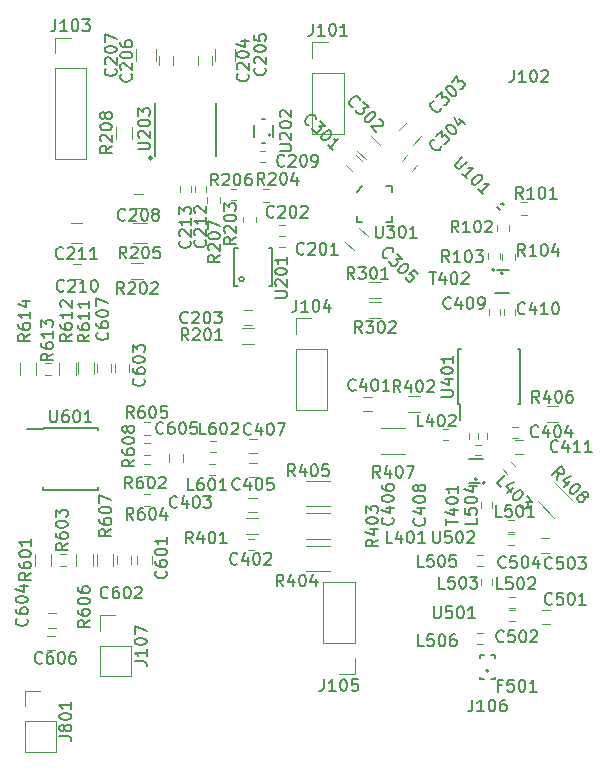
<source format=gbr>
G04 #@! TF.FileFunction,Legend,Top*
%FSLAX46Y46*%
G04 Gerber Fmt 4.6, Leading zero omitted, Abs format (unit mm)*
G04 Created by KiCad (PCBNEW 4.0.7) date Sat Apr 21 08:35:35 2018*
%MOMM*%
%LPD*%
G01*
G04 APERTURE LIST*
%ADD10C,0.100000*%
%ADD11C,0.120000*%
%ADD12C,0.150000*%
G04 APERTURE END LIST*
D10*
D11*
X109705700Y-130866400D02*
X109705700Y-131566400D01*
X108505700Y-131566400D02*
X108505700Y-130866400D01*
X112450000Y-138630000D02*
X112950000Y-138630000D01*
X112950000Y-137570000D02*
X112450000Y-137570000D01*
X124400000Y-120080000D02*
X123900000Y-120080000D01*
X123900000Y-121020000D02*
X124400000Y-121020000D01*
X124400000Y-119080000D02*
X123900000Y-119080000D01*
X123900000Y-120020000D02*
X124400000Y-120020000D01*
X121600000Y-127550000D02*
X120900000Y-127550000D01*
X120900000Y-126350000D02*
X121600000Y-126350000D01*
X117000000Y-105550000D02*
X117000000Y-104850000D01*
X118200000Y-104850000D02*
X118200000Y-105550000D01*
X118450000Y-104250000D02*
X118450000Y-105250000D01*
X120150000Y-105250000D02*
X120150000Y-104250000D01*
X113750000Y-105550000D02*
X113750000Y-104850000D01*
X114950000Y-104850000D02*
X114950000Y-105550000D01*
X111800000Y-104250000D02*
X111800000Y-105250000D01*
X113500000Y-105250000D02*
X113500000Y-104250000D01*
X112350000Y-117650000D02*
X111650000Y-117650000D01*
X111650000Y-116450000D02*
X112350000Y-116450000D01*
X122750000Y-112830000D02*
X122250000Y-112830000D01*
X122250000Y-113770000D02*
X122750000Y-113770000D01*
X107150000Y-123650000D02*
X106450000Y-123650000D01*
X106450000Y-122450000D02*
X107150000Y-122450000D01*
X106250000Y-120650000D02*
X107250000Y-120650000D01*
X107250000Y-118950000D02*
X106250000Y-118950000D01*
X117720000Y-116350000D02*
X117720000Y-115850000D01*
X116780000Y-115850000D02*
X116780000Y-116350000D01*
X116470000Y-116350000D02*
X116470000Y-115850000D01*
X115530000Y-115850000D02*
X115530000Y-116350000D01*
X130068121Y-114549945D02*
X129573147Y-114054971D01*
X130421675Y-113206443D02*
X130916649Y-113701417D01*
X130528435Y-112823547D02*
X131235542Y-113530654D01*
X132437623Y-112328573D02*
X131730516Y-111621466D01*
X134752513Y-110395406D02*
X134045406Y-111102513D01*
X135247487Y-112304594D02*
X135954594Y-111597487D01*
X134278249Y-113673223D02*
X134773223Y-113178249D01*
X135621751Y-114026777D02*
X135126777Y-114521751D01*
X131408994Y-120046913D02*
X130701887Y-119339806D01*
X129499806Y-120541887D02*
X130206913Y-121248994D01*
X131750000Y-134850000D02*
X131050000Y-134850000D01*
X131050000Y-133650000D02*
X131750000Y-133650000D01*
X121250000Y-146620000D02*
X121750000Y-146620000D01*
X121750000Y-145680000D02*
X121250000Y-145680000D01*
X121300000Y-142250000D02*
X122000000Y-142250000D01*
X122000000Y-143450000D02*
X121300000Y-143450000D01*
X144150000Y-136180000D02*
X143650000Y-136180000D01*
X143650000Y-137120000D02*
X144150000Y-137120000D01*
X122050000Y-140450000D02*
X121350000Y-140450000D01*
X121350000Y-139250000D02*
X122050000Y-139250000D01*
X140750000Y-136700000D02*
X140750000Y-137200000D01*
X139950000Y-137200000D02*
X139950000Y-136700000D01*
X122050000Y-138450000D02*
X121350000Y-138450000D01*
X121350000Y-137250000D02*
X122050000Y-137250000D01*
X141550000Y-136700000D02*
X141550000Y-137200000D01*
X140750000Y-137200000D02*
X140750000Y-136700000D01*
X142620000Y-126700000D02*
X142620000Y-126200000D01*
X141680000Y-126200000D02*
X141680000Y-126700000D01*
X143870000Y-126700000D02*
X143870000Y-126200000D01*
X142930000Y-126200000D02*
X142930000Y-126700000D01*
X143850000Y-137300000D02*
X144550000Y-137300000D01*
X144550000Y-138500000D02*
X143850000Y-138500000D01*
X146185100Y-151685700D02*
X146885100Y-151685700D01*
X146885100Y-152885700D02*
X146185100Y-152885700D01*
X143348900Y-152616000D02*
X143848900Y-152616000D01*
X143848900Y-151676000D02*
X143348900Y-151676000D01*
X146081000Y-145653200D02*
X146781000Y-145653200D01*
X146781000Y-146853200D02*
X146081000Y-146853200D01*
X143256100Y-146240600D02*
X143756100Y-146240600D01*
X143756100Y-145300600D02*
X143256100Y-145300600D01*
X113109300Y-147135100D02*
X113109300Y-147835100D01*
X111909300Y-147835100D02*
X111909300Y-147135100D01*
X110182100Y-147850300D02*
X110182100Y-147150300D01*
X111382100Y-147150300D02*
X111382100Y-147850300D01*
X109978900Y-131556200D02*
X109978900Y-130856200D01*
X111178900Y-130856200D02*
X111178900Y-131556200D01*
X104300000Y-152000000D02*
X105000000Y-152000000D01*
X105000000Y-153200000D02*
X104300000Y-153200000D01*
X115800000Y-138500000D02*
X115800000Y-139200000D01*
X114600000Y-139200000D02*
X114600000Y-138500000D01*
X104250000Y-153900000D02*
X104950000Y-153900000D01*
X104950000Y-155100000D02*
X104250000Y-155100000D01*
D12*
X141650000Y-156850000D02*
G75*
G03X141650000Y-156850000I-100000J0D01*
G01*
X140950000Y-157550000D02*
X140950000Y-157350000D01*
X141250000Y-157550000D02*
X140950000Y-157550000D01*
X142150000Y-157550000D02*
X141850000Y-157550000D01*
X142150000Y-157350000D02*
X142150000Y-157550000D01*
X142150000Y-155550000D02*
X142150000Y-155750000D01*
X141850000Y-155550000D02*
X142150000Y-155550000D01*
X140950000Y-155550000D02*
X141250000Y-155550000D01*
X140950000Y-155750000D02*
X140950000Y-155550000D01*
D11*
X104920000Y-105850000D02*
X104920000Y-113530000D01*
X104920000Y-113530000D02*
X107580000Y-113530000D01*
X107580000Y-113530000D02*
X107580000Y-105850000D01*
X107580000Y-105850000D02*
X104920000Y-105850000D01*
X104920000Y-104580000D02*
X104920000Y-103250000D01*
X104920000Y-103250000D02*
X106250000Y-103250000D01*
X108720000Y-157330000D02*
X111380000Y-157330000D01*
X108720000Y-154730000D02*
X108720000Y-157330000D01*
X111380000Y-154730000D02*
X111380000Y-157330000D01*
X108720000Y-154730000D02*
X111380000Y-154730000D01*
X108720000Y-153460000D02*
X108720000Y-152130000D01*
X108720000Y-152130000D02*
X110050000Y-152130000D01*
X102370000Y-161130000D02*
X102370000Y-163730000D01*
X102370000Y-163730000D02*
X105030000Y-163730000D01*
X105030000Y-163730000D02*
X105030000Y-161130000D01*
X105030000Y-161130000D02*
X102370000Y-161130000D01*
X102370000Y-159860000D02*
X102370000Y-158530000D01*
X102370000Y-158530000D02*
X103700000Y-158530000D01*
X141000000Y-138550000D02*
X140500000Y-138550000D01*
X140500000Y-137750000D02*
X141000000Y-137750000D01*
X137750000Y-137320000D02*
X138250000Y-137320000D01*
X138250000Y-136380000D02*
X137750000Y-136380000D01*
X143909117Y-139494437D02*
X143555563Y-139140883D01*
X142890883Y-139805563D02*
X143244437Y-140159117D01*
X143300000Y-145070000D02*
X143800000Y-145070000D01*
X143800000Y-144130000D02*
X143300000Y-144130000D01*
X143350000Y-151570000D02*
X143850000Y-151570000D01*
X143850000Y-150630000D02*
X143350000Y-150630000D01*
X140980000Y-149100000D02*
X140980000Y-149600000D01*
X141920000Y-149600000D02*
X141920000Y-149100000D01*
X140980000Y-142550000D02*
X140980000Y-143050000D01*
X141920000Y-143050000D02*
X141920000Y-142550000D01*
X140650000Y-148020000D02*
X141150000Y-148020000D01*
X141150000Y-147080000D02*
X140650000Y-147080000D01*
X140650000Y-154570000D02*
X141150000Y-154570000D01*
X141150000Y-153630000D02*
X140650000Y-153630000D01*
X118000000Y-140320000D02*
X118500000Y-140320000D01*
X118500000Y-139380000D02*
X118000000Y-139380000D01*
X118050000Y-138320000D02*
X118550000Y-138320000D01*
X118550000Y-137380000D02*
X118050000Y-137380000D01*
X144900000Y-117170000D02*
X144400000Y-117170000D01*
X144400000Y-118230000D02*
X144900000Y-118230000D01*
X143380000Y-119600000D02*
X143380000Y-119100000D01*
X142320000Y-119100000D02*
X142320000Y-119600000D01*
X142630000Y-122000000D02*
X142630000Y-121500000D01*
X141570000Y-121500000D02*
X141570000Y-122000000D01*
X143880000Y-122050000D02*
X143880000Y-121550000D01*
X142820000Y-121550000D02*
X142820000Y-122050000D01*
X121750000Y-129230000D02*
X120750000Y-129230000D01*
X120750000Y-127870000D02*
X121750000Y-127870000D01*
X111400000Y-122370000D02*
X112400000Y-122370000D01*
X112400000Y-123730000D02*
X111400000Y-123730000D01*
X120870000Y-118400000D02*
X120870000Y-118900000D01*
X121930000Y-118900000D02*
X121930000Y-118400000D01*
X123050000Y-116070000D02*
X122550000Y-116070000D01*
X122550000Y-117130000D02*
X123050000Y-117130000D01*
X111500000Y-118920000D02*
X112700000Y-118920000D01*
X112700000Y-120680000D02*
X111500000Y-120680000D01*
X119800000Y-117020000D02*
X120300000Y-117020000D01*
X120300000Y-116080000D02*
X119800000Y-116080000D01*
X118880000Y-117250000D02*
X118880000Y-116750000D01*
X117820000Y-116750000D02*
X117820000Y-117250000D01*
X111430000Y-110800000D02*
X111430000Y-111800000D01*
X110070000Y-111800000D02*
X110070000Y-110800000D01*
X131550000Y-123920000D02*
X132550000Y-123920000D01*
X132550000Y-125280000D02*
X131550000Y-125280000D01*
X131550000Y-125670000D02*
X132550000Y-125670000D01*
X132550000Y-127030000D02*
X131550000Y-127030000D01*
X122100000Y-145280000D02*
X121100000Y-145280000D01*
X121100000Y-143920000D02*
X122100000Y-143920000D01*
X135800000Y-134930000D02*
X134800000Y-134930000D01*
X134800000Y-133570000D02*
X135800000Y-133570000D01*
X128200000Y-145670000D02*
X126200000Y-145670000D01*
X126200000Y-143530000D02*
X128200000Y-143530000D01*
X128200000Y-148420000D02*
X126200000Y-148420000D01*
X126200000Y-146280000D02*
X128200000Y-146280000D01*
X128200000Y-142920000D02*
X126200000Y-142920000D01*
X126200000Y-140780000D02*
X128200000Y-140780000D01*
X147550000Y-135830000D02*
X146550000Y-135830000D01*
X146550000Y-134470000D02*
X147550000Y-134470000D01*
X132550000Y-136330000D02*
X134550000Y-136330000D01*
X134550000Y-138470000D02*
X132550000Y-138470000D01*
X147200503Y-143913711D02*
X145786289Y-142499497D01*
X147299497Y-140986289D02*
X148713711Y-142400503D01*
X112950000Y-139320000D02*
X112450000Y-139320000D01*
X112450000Y-140380000D02*
X112950000Y-140380000D01*
X112450000Y-142930000D02*
X112950000Y-142930000D01*
X112950000Y-141870000D02*
X112450000Y-141870000D01*
X112950000Y-135820000D02*
X112450000Y-135820000D01*
X112450000Y-136880000D02*
X112950000Y-136880000D01*
D12*
X141350000Y-140950000D02*
G75*
G03X141350000Y-140950000I-100000J0D01*
G01*
X140950000Y-140950000D02*
X139950000Y-140950000D01*
X141150000Y-138950000D02*
X139950000Y-138950000D01*
X140650000Y-140650000D02*
G75*
G03X140650000Y-140650000I-100000J0D01*
G01*
X142150000Y-122900000D02*
G75*
G03X142150000Y-122900000I-100000J0D01*
G01*
X142350000Y-122900000D02*
X143350000Y-122900000D01*
X142150000Y-124900000D02*
X143350000Y-124900000D01*
X142850000Y-123200000D02*
G75*
G03X142850000Y-123200000I-100000J0D01*
G01*
X142747470Y-117246428D02*
X142676759Y-117317139D01*
X142393916Y-117599982D02*
X142606048Y-117812114D01*
X142747470Y-117246428D02*
X142959602Y-117458560D01*
X120925000Y-123700000D02*
G75*
G03X120925000Y-123700000I-200000J0D01*
G01*
X123325000Y-121100000D02*
X123025000Y-121100000D01*
X123325000Y-124300000D02*
X123325000Y-121100000D01*
X123025000Y-124300000D02*
X123325000Y-124300000D01*
X120125000Y-124300000D02*
X120425000Y-124300000D01*
X120125000Y-121100000D02*
X120125000Y-124300000D01*
X120425000Y-121100000D02*
X120125000Y-121100000D01*
X123211803Y-111500000D02*
G75*
G03X123211803Y-111500000I-111803J0D01*
G01*
X121800000Y-110650000D02*
X121800000Y-111650000D01*
X122700000Y-110150000D02*
X122500000Y-110150000D01*
X123400000Y-111650000D02*
X123400000Y-110650000D01*
X122500000Y-112150000D02*
X122700000Y-112150000D01*
X113183114Y-113450000D02*
G75*
G03X113183114Y-113450000I-158114J0D01*
G01*
X118525000Y-108750000D02*
X118525000Y-113250000D01*
X113425000Y-113250000D02*
X113425000Y-108750000D01*
X133465000Y-115850000D02*
X132965000Y-115850000D01*
X133465000Y-116350000D02*
X133465000Y-115850000D01*
X133465000Y-118850000D02*
X133465000Y-118350000D01*
X132965000Y-118850000D02*
X133465000Y-118850000D01*
X130465000Y-118850000D02*
X130965000Y-118850000D01*
X130465000Y-118350000D02*
X130465000Y-118850000D01*
X130965000Y-115850000D02*
X130465000Y-116350000D01*
X139095911Y-134275000D02*
X139220911Y-134275000D01*
X139095911Y-129625000D02*
X139320911Y-129625000D01*
X144345911Y-129625000D02*
X144120911Y-129625000D01*
X144345911Y-134275000D02*
X144120911Y-134275000D01*
X139095911Y-134275000D02*
X139095911Y-129625000D01*
X144345911Y-134275000D02*
X144345911Y-129625000D01*
X139220911Y-134275000D02*
X139220911Y-135625000D01*
X103925000Y-136275000D02*
X103925000Y-136400000D01*
X108575000Y-136275000D02*
X108575000Y-136500000D01*
X108575000Y-141525000D02*
X108575000Y-141300000D01*
X103925000Y-141525000D02*
X103925000Y-141300000D01*
X103925000Y-136275000D02*
X108575000Y-136275000D01*
X103925000Y-141525000D02*
X108575000Y-141525000D01*
X103925000Y-136400000D02*
X102575000Y-136400000D01*
D11*
X104566000Y-146947000D02*
X104566000Y-147947000D01*
X103206000Y-147947000D02*
X103206000Y-146947000D01*
X105837800Y-146942400D02*
X105337800Y-146942400D01*
X105337800Y-148002400D02*
X105837800Y-148002400D01*
X108109300Y-147002700D02*
X108109300Y-148002700D01*
X106749300Y-148002700D02*
X106749300Y-147002700D01*
X109836500Y-146997800D02*
X109836500Y-147997800D01*
X108476500Y-147997800D02*
X108476500Y-146997800D01*
X108249000Y-130741800D02*
X108249000Y-131741800D01*
X106889000Y-131741800D02*
X106889000Y-130741800D01*
X106674200Y-130797500D02*
X106674200Y-131797500D01*
X105314200Y-131797500D02*
X105314200Y-130797500D01*
X104118600Y-131848000D02*
X104618600Y-131848000D01*
X104618600Y-130788000D02*
X104118600Y-130788000D01*
X101974100Y-131830700D02*
X101974100Y-130830700D01*
X103334100Y-130830700D02*
X103334100Y-131830700D01*
X126720000Y-106230000D02*
X126720000Y-111370000D01*
X126720000Y-111370000D02*
X129380000Y-111370000D01*
X129380000Y-111370000D02*
X129380000Y-106230000D01*
X129380000Y-106230000D02*
X126720000Y-106230000D01*
X126720000Y-104960000D02*
X126720000Y-103630000D01*
X126720000Y-103630000D02*
X128050000Y-103630000D01*
X125314400Y-129603500D02*
X125314400Y-134743500D01*
X125314400Y-134743500D02*
X127974400Y-134743500D01*
X127974400Y-134743500D02*
X127974400Y-129603500D01*
X127974400Y-129603500D02*
X125314400Y-129603500D01*
X125314400Y-128333500D02*
X125314400Y-127003500D01*
X125314400Y-127003500D02*
X126644400Y-127003500D01*
X130323900Y-154520900D02*
X130323900Y-149380900D01*
X130323900Y-149380900D02*
X127663900Y-149380900D01*
X127663900Y-149380900D02*
X127663900Y-154520900D01*
X127663900Y-154520900D02*
X130323900Y-154520900D01*
X130323900Y-155790900D02*
X130323900Y-157120900D01*
X130323900Y-157120900D02*
X128993900Y-157120900D01*
D12*
X109348543Y-128233347D02*
X109396162Y-128280966D01*
X109443781Y-128423823D01*
X109443781Y-128519061D01*
X109396162Y-128661919D01*
X109300924Y-128757157D01*
X109205686Y-128804776D01*
X109015210Y-128852395D01*
X108872352Y-128852395D01*
X108681876Y-128804776D01*
X108586638Y-128757157D01*
X108491400Y-128661919D01*
X108443781Y-128519061D01*
X108443781Y-128423823D01*
X108491400Y-128280966D01*
X108539019Y-128233347D01*
X108443781Y-127376204D02*
X108443781Y-127566681D01*
X108491400Y-127661919D01*
X108539019Y-127709538D01*
X108681876Y-127804776D01*
X108872352Y-127852395D01*
X109253305Y-127852395D01*
X109348543Y-127804776D01*
X109396162Y-127757157D01*
X109443781Y-127661919D01*
X109443781Y-127471442D01*
X109396162Y-127376204D01*
X109348543Y-127328585D01*
X109253305Y-127280966D01*
X109015210Y-127280966D01*
X108919971Y-127328585D01*
X108872352Y-127376204D01*
X108824733Y-127471442D01*
X108824733Y-127661919D01*
X108872352Y-127757157D01*
X108919971Y-127804776D01*
X109015210Y-127852395D01*
X108443781Y-126661919D02*
X108443781Y-126566680D01*
X108491400Y-126471442D01*
X108539019Y-126423823D01*
X108634257Y-126376204D01*
X108824733Y-126328585D01*
X109062829Y-126328585D01*
X109253305Y-126376204D01*
X109348543Y-126423823D01*
X109396162Y-126471442D01*
X109443781Y-126566680D01*
X109443781Y-126661919D01*
X109396162Y-126757157D01*
X109348543Y-126804776D01*
X109253305Y-126852395D01*
X109062829Y-126900014D01*
X108824733Y-126900014D01*
X108634257Y-126852395D01*
X108539019Y-126804776D01*
X108491400Y-126757157D01*
X108443781Y-126661919D01*
X108443781Y-125995252D02*
X108443781Y-125328585D01*
X109443781Y-125757157D01*
X111640881Y-138977547D02*
X111164690Y-139310881D01*
X111640881Y-139548976D02*
X110640881Y-139548976D01*
X110640881Y-139168023D01*
X110688500Y-139072785D01*
X110736119Y-139025166D01*
X110831357Y-138977547D01*
X110974214Y-138977547D01*
X111069452Y-139025166D01*
X111117071Y-139072785D01*
X111164690Y-139168023D01*
X111164690Y-139548976D01*
X110640881Y-138120404D02*
X110640881Y-138310881D01*
X110688500Y-138406119D01*
X110736119Y-138453738D01*
X110878976Y-138548976D01*
X111069452Y-138596595D01*
X111450405Y-138596595D01*
X111545643Y-138548976D01*
X111593262Y-138501357D01*
X111640881Y-138406119D01*
X111640881Y-138215642D01*
X111593262Y-138120404D01*
X111545643Y-138072785D01*
X111450405Y-138025166D01*
X111212310Y-138025166D01*
X111117071Y-138072785D01*
X111069452Y-138120404D01*
X111021833Y-138215642D01*
X111021833Y-138406119D01*
X111069452Y-138501357D01*
X111117071Y-138548976D01*
X111212310Y-138596595D01*
X110640881Y-137406119D02*
X110640881Y-137310880D01*
X110688500Y-137215642D01*
X110736119Y-137168023D01*
X110831357Y-137120404D01*
X111021833Y-137072785D01*
X111259929Y-137072785D01*
X111450405Y-137120404D01*
X111545643Y-137168023D01*
X111593262Y-137215642D01*
X111640881Y-137310880D01*
X111640881Y-137406119D01*
X111593262Y-137501357D01*
X111545643Y-137548976D01*
X111450405Y-137596595D01*
X111259929Y-137644214D01*
X111021833Y-137644214D01*
X110831357Y-137596595D01*
X110736119Y-137548976D01*
X110688500Y-137501357D01*
X110640881Y-137406119D01*
X111069452Y-136501357D02*
X111021833Y-136596595D01*
X110974214Y-136644214D01*
X110878976Y-136691833D01*
X110831357Y-136691833D01*
X110736119Y-136644214D01*
X110688500Y-136596595D01*
X110640881Y-136501357D01*
X110640881Y-136310880D01*
X110688500Y-136215642D01*
X110736119Y-136168023D01*
X110831357Y-136120404D01*
X110878976Y-136120404D01*
X110974214Y-136168023D01*
X111021833Y-136215642D01*
X111069452Y-136310880D01*
X111069452Y-136501357D01*
X111117071Y-136596595D01*
X111164690Y-136644214D01*
X111259929Y-136691833D01*
X111450405Y-136691833D01*
X111545643Y-136644214D01*
X111593262Y-136596595D01*
X111640881Y-136501357D01*
X111640881Y-136310880D01*
X111593262Y-136215642D01*
X111545643Y-136168023D01*
X111450405Y-136120404D01*
X111259929Y-136120404D01*
X111164690Y-136168023D01*
X111117071Y-136215642D01*
X111069452Y-136310880D01*
X126007953Y-121527843D02*
X125960334Y-121575462D01*
X125817477Y-121623081D01*
X125722239Y-121623081D01*
X125579381Y-121575462D01*
X125484143Y-121480224D01*
X125436524Y-121384986D01*
X125388905Y-121194510D01*
X125388905Y-121051652D01*
X125436524Y-120861176D01*
X125484143Y-120765938D01*
X125579381Y-120670700D01*
X125722239Y-120623081D01*
X125817477Y-120623081D01*
X125960334Y-120670700D01*
X126007953Y-120718319D01*
X126388905Y-120718319D02*
X126436524Y-120670700D01*
X126531762Y-120623081D01*
X126769858Y-120623081D01*
X126865096Y-120670700D01*
X126912715Y-120718319D01*
X126960334Y-120813557D01*
X126960334Y-120908795D01*
X126912715Y-121051652D01*
X126341286Y-121623081D01*
X126960334Y-121623081D01*
X127579381Y-120623081D02*
X127674620Y-120623081D01*
X127769858Y-120670700D01*
X127817477Y-120718319D01*
X127865096Y-120813557D01*
X127912715Y-121004033D01*
X127912715Y-121242129D01*
X127865096Y-121432605D01*
X127817477Y-121527843D01*
X127769858Y-121575462D01*
X127674620Y-121623081D01*
X127579381Y-121623081D01*
X127484143Y-121575462D01*
X127436524Y-121527843D01*
X127388905Y-121432605D01*
X127341286Y-121242129D01*
X127341286Y-121004033D01*
X127388905Y-120813557D01*
X127436524Y-120718319D01*
X127484143Y-120670700D01*
X127579381Y-120623081D01*
X128865096Y-121623081D02*
X128293667Y-121623081D01*
X128579381Y-121623081D02*
X128579381Y-120623081D01*
X128484143Y-120765938D01*
X128388905Y-120861176D01*
X128293667Y-120908795D01*
X123467953Y-118390943D02*
X123420334Y-118438562D01*
X123277477Y-118486181D01*
X123182239Y-118486181D01*
X123039381Y-118438562D01*
X122944143Y-118343324D01*
X122896524Y-118248086D01*
X122848905Y-118057610D01*
X122848905Y-117914752D01*
X122896524Y-117724276D01*
X122944143Y-117629038D01*
X123039381Y-117533800D01*
X123182239Y-117486181D01*
X123277477Y-117486181D01*
X123420334Y-117533800D01*
X123467953Y-117581419D01*
X123848905Y-117581419D02*
X123896524Y-117533800D01*
X123991762Y-117486181D01*
X124229858Y-117486181D01*
X124325096Y-117533800D01*
X124372715Y-117581419D01*
X124420334Y-117676657D01*
X124420334Y-117771895D01*
X124372715Y-117914752D01*
X123801286Y-118486181D01*
X124420334Y-118486181D01*
X125039381Y-117486181D02*
X125134620Y-117486181D01*
X125229858Y-117533800D01*
X125277477Y-117581419D01*
X125325096Y-117676657D01*
X125372715Y-117867133D01*
X125372715Y-118105229D01*
X125325096Y-118295705D01*
X125277477Y-118390943D01*
X125229858Y-118438562D01*
X125134620Y-118486181D01*
X125039381Y-118486181D01*
X124944143Y-118438562D01*
X124896524Y-118390943D01*
X124848905Y-118295705D01*
X124801286Y-118105229D01*
X124801286Y-117867133D01*
X124848905Y-117676657D01*
X124896524Y-117581419D01*
X124944143Y-117533800D01*
X125039381Y-117486181D01*
X125753667Y-117581419D02*
X125801286Y-117533800D01*
X125896524Y-117486181D01*
X126134620Y-117486181D01*
X126229858Y-117533800D01*
X126277477Y-117581419D01*
X126325096Y-117676657D01*
X126325096Y-117771895D01*
X126277477Y-117914752D01*
X125706048Y-118486181D01*
X126325096Y-118486181D01*
X116178153Y-127357143D02*
X116130534Y-127404762D01*
X115987677Y-127452381D01*
X115892439Y-127452381D01*
X115749581Y-127404762D01*
X115654343Y-127309524D01*
X115606724Y-127214286D01*
X115559105Y-127023810D01*
X115559105Y-126880952D01*
X115606724Y-126690476D01*
X115654343Y-126595238D01*
X115749581Y-126500000D01*
X115892439Y-126452381D01*
X115987677Y-126452381D01*
X116130534Y-126500000D01*
X116178153Y-126547619D01*
X116559105Y-126547619D02*
X116606724Y-126500000D01*
X116701962Y-126452381D01*
X116940058Y-126452381D01*
X117035296Y-126500000D01*
X117082915Y-126547619D01*
X117130534Y-126642857D01*
X117130534Y-126738095D01*
X117082915Y-126880952D01*
X116511486Y-127452381D01*
X117130534Y-127452381D01*
X117749581Y-126452381D02*
X117844820Y-126452381D01*
X117940058Y-126500000D01*
X117987677Y-126547619D01*
X118035296Y-126642857D01*
X118082915Y-126833333D01*
X118082915Y-127071429D01*
X118035296Y-127261905D01*
X117987677Y-127357143D01*
X117940058Y-127404762D01*
X117844820Y-127452381D01*
X117749581Y-127452381D01*
X117654343Y-127404762D01*
X117606724Y-127357143D01*
X117559105Y-127261905D01*
X117511486Y-127071429D01*
X117511486Y-126833333D01*
X117559105Y-126642857D01*
X117606724Y-126547619D01*
X117654343Y-126500000D01*
X117749581Y-126452381D01*
X118416248Y-126452381D02*
X119035296Y-126452381D01*
X118701962Y-126833333D01*
X118844820Y-126833333D01*
X118940058Y-126880952D01*
X118987677Y-126928571D01*
X119035296Y-127023810D01*
X119035296Y-127261905D01*
X118987677Y-127357143D01*
X118940058Y-127404762D01*
X118844820Y-127452381D01*
X118559105Y-127452381D01*
X118463867Y-127404762D01*
X118416248Y-127357143D01*
X121235743Y-106313147D02*
X121283362Y-106360766D01*
X121330981Y-106503623D01*
X121330981Y-106598861D01*
X121283362Y-106741719D01*
X121188124Y-106836957D01*
X121092886Y-106884576D01*
X120902410Y-106932195D01*
X120759552Y-106932195D01*
X120569076Y-106884576D01*
X120473838Y-106836957D01*
X120378600Y-106741719D01*
X120330981Y-106598861D01*
X120330981Y-106503623D01*
X120378600Y-106360766D01*
X120426219Y-106313147D01*
X120426219Y-105932195D02*
X120378600Y-105884576D01*
X120330981Y-105789338D01*
X120330981Y-105551242D01*
X120378600Y-105456004D01*
X120426219Y-105408385D01*
X120521457Y-105360766D01*
X120616695Y-105360766D01*
X120759552Y-105408385D01*
X121330981Y-105979814D01*
X121330981Y-105360766D01*
X120330981Y-104741719D02*
X120330981Y-104646480D01*
X120378600Y-104551242D01*
X120426219Y-104503623D01*
X120521457Y-104456004D01*
X120711933Y-104408385D01*
X120950029Y-104408385D01*
X121140505Y-104456004D01*
X121235743Y-104503623D01*
X121283362Y-104551242D01*
X121330981Y-104646480D01*
X121330981Y-104741719D01*
X121283362Y-104836957D01*
X121235743Y-104884576D01*
X121140505Y-104932195D01*
X120950029Y-104979814D01*
X120711933Y-104979814D01*
X120521457Y-104932195D01*
X120426219Y-104884576D01*
X120378600Y-104836957D01*
X120330981Y-104741719D01*
X120664314Y-103551242D02*
X121330981Y-103551242D01*
X120283362Y-103789338D02*
X120997648Y-104027433D01*
X120997648Y-103408385D01*
X122696243Y-105805147D02*
X122743862Y-105852766D01*
X122791481Y-105995623D01*
X122791481Y-106090861D01*
X122743862Y-106233719D01*
X122648624Y-106328957D01*
X122553386Y-106376576D01*
X122362910Y-106424195D01*
X122220052Y-106424195D01*
X122029576Y-106376576D01*
X121934338Y-106328957D01*
X121839100Y-106233719D01*
X121791481Y-106090861D01*
X121791481Y-105995623D01*
X121839100Y-105852766D01*
X121886719Y-105805147D01*
X121886719Y-105424195D02*
X121839100Y-105376576D01*
X121791481Y-105281338D01*
X121791481Y-105043242D01*
X121839100Y-104948004D01*
X121886719Y-104900385D01*
X121981957Y-104852766D01*
X122077195Y-104852766D01*
X122220052Y-104900385D01*
X122791481Y-105471814D01*
X122791481Y-104852766D01*
X121791481Y-104233719D02*
X121791481Y-104138480D01*
X121839100Y-104043242D01*
X121886719Y-103995623D01*
X121981957Y-103948004D01*
X122172433Y-103900385D01*
X122410529Y-103900385D01*
X122601005Y-103948004D01*
X122696243Y-103995623D01*
X122743862Y-104043242D01*
X122791481Y-104138480D01*
X122791481Y-104233719D01*
X122743862Y-104328957D01*
X122696243Y-104376576D01*
X122601005Y-104424195D01*
X122410529Y-104471814D01*
X122172433Y-104471814D01*
X121981957Y-104424195D01*
X121886719Y-104376576D01*
X121839100Y-104328957D01*
X121791481Y-104233719D01*
X121791481Y-102995623D02*
X121791481Y-103471814D01*
X122267671Y-103519433D01*
X122220052Y-103471814D01*
X122172433Y-103376576D01*
X122172433Y-103138480D01*
X122220052Y-103043242D01*
X122267671Y-102995623D01*
X122362910Y-102948004D01*
X122601005Y-102948004D01*
X122696243Y-102995623D01*
X122743862Y-103043242D01*
X122791481Y-103138480D01*
X122791481Y-103376576D01*
X122743862Y-103471814D01*
X122696243Y-103519433D01*
X111367843Y-106351247D02*
X111415462Y-106398866D01*
X111463081Y-106541723D01*
X111463081Y-106636961D01*
X111415462Y-106779819D01*
X111320224Y-106875057D01*
X111224986Y-106922676D01*
X111034510Y-106970295D01*
X110891652Y-106970295D01*
X110701176Y-106922676D01*
X110605938Y-106875057D01*
X110510700Y-106779819D01*
X110463081Y-106636961D01*
X110463081Y-106541723D01*
X110510700Y-106398866D01*
X110558319Y-106351247D01*
X110558319Y-105970295D02*
X110510700Y-105922676D01*
X110463081Y-105827438D01*
X110463081Y-105589342D01*
X110510700Y-105494104D01*
X110558319Y-105446485D01*
X110653557Y-105398866D01*
X110748795Y-105398866D01*
X110891652Y-105446485D01*
X111463081Y-106017914D01*
X111463081Y-105398866D01*
X110463081Y-104779819D02*
X110463081Y-104684580D01*
X110510700Y-104589342D01*
X110558319Y-104541723D01*
X110653557Y-104494104D01*
X110844033Y-104446485D01*
X111082129Y-104446485D01*
X111272605Y-104494104D01*
X111367843Y-104541723D01*
X111415462Y-104589342D01*
X111463081Y-104684580D01*
X111463081Y-104779819D01*
X111415462Y-104875057D01*
X111367843Y-104922676D01*
X111272605Y-104970295D01*
X111082129Y-105017914D01*
X110844033Y-105017914D01*
X110653557Y-104970295D01*
X110558319Y-104922676D01*
X110510700Y-104875057D01*
X110463081Y-104779819D01*
X110463081Y-103589342D02*
X110463081Y-103779819D01*
X110510700Y-103875057D01*
X110558319Y-103922676D01*
X110701176Y-104017914D01*
X110891652Y-104065533D01*
X111272605Y-104065533D01*
X111367843Y-104017914D01*
X111415462Y-103970295D01*
X111463081Y-103875057D01*
X111463081Y-103684580D01*
X111415462Y-103589342D01*
X111367843Y-103541723D01*
X111272605Y-103494104D01*
X111034510Y-103494104D01*
X110939271Y-103541723D01*
X110891652Y-103589342D01*
X110844033Y-103684580D01*
X110844033Y-103875057D01*
X110891652Y-103970295D01*
X110939271Y-104017914D01*
X111034510Y-104065533D01*
X110047043Y-105881347D02*
X110094662Y-105928966D01*
X110142281Y-106071823D01*
X110142281Y-106167061D01*
X110094662Y-106309919D01*
X109999424Y-106405157D01*
X109904186Y-106452776D01*
X109713710Y-106500395D01*
X109570852Y-106500395D01*
X109380376Y-106452776D01*
X109285138Y-106405157D01*
X109189900Y-106309919D01*
X109142281Y-106167061D01*
X109142281Y-106071823D01*
X109189900Y-105928966D01*
X109237519Y-105881347D01*
X109237519Y-105500395D02*
X109189900Y-105452776D01*
X109142281Y-105357538D01*
X109142281Y-105119442D01*
X109189900Y-105024204D01*
X109237519Y-104976585D01*
X109332757Y-104928966D01*
X109427995Y-104928966D01*
X109570852Y-104976585D01*
X110142281Y-105548014D01*
X110142281Y-104928966D01*
X109142281Y-104309919D02*
X109142281Y-104214680D01*
X109189900Y-104119442D01*
X109237519Y-104071823D01*
X109332757Y-104024204D01*
X109523233Y-103976585D01*
X109761329Y-103976585D01*
X109951805Y-104024204D01*
X110047043Y-104071823D01*
X110094662Y-104119442D01*
X110142281Y-104214680D01*
X110142281Y-104309919D01*
X110094662Y-104405157D01*
X110047043Y-104452776D01*
X109951805Y-104500395D01*
X109761329Y-104548014D01*
X109523233Y-104548014D01*
X109332757Y-104500395D01*
X109237519Y-104452776D01*
X109189900Y-104405157D01*
X109142281Y-104309919D01*
X109142281Y-103643252D02*
X109142281Y-102976585D01*
X110142281Y-103405157D01*
X110880953Y-118657143D02*
X110833334Y-118704762D01*
X110690477Y-118752381D01*
X110595239Y-118752381D01*
X110452381Y-118704762D01*
X110357143Y-118609524D01*
X110309524Y-118514286D01*
X110261905Y-118323810D01*
X110261905Y-118180952D01*
X110309524Y-117990476D01*
X110357143Y-117895238D01*
X110452381Y-117800000D01*
X110595239Y-117752381D01*
X110690477Y-117752381D01*
X110833334Y-117800000D01*
X110880953Y-117847619D01*
X111261905Y-117847619D02*
X111309524Y-117800000D01*
X111404762Y-117752381D01*
X111642858Y-117752381D01*
X111738096Y-117800000D01*
X111785715Y-117847619D01*
X111833334Y-117942857D01*
X111833334Y-118038095D01*
X111785715Y-118180952D01*
X111214286Y-118752381D01*
X111833334Y-118752381D01*
X112452381Y-117752381D02*
X112547620Y-117752381D01*
X112642858Y-117800000D01*
X112690477Y-117847619D01*
X112738096Y-117942857D01*
X112785715Y-118133333D01*
X112785715Y-118371429D01*
X112738096Y-118561905D01*
X112690477Y-118657143D01*
X112642858Y-118704762D01*
X112547620Y-118752381D01*
X112452381Y-118752381D01*
X112357143Y-118704762D01*
X112309524Y-118657143D01*
X112261905Y-118561905D01*
X112214286Y-118371429D01*
X112214286Y-118133333D01*
X112261905Y-117942857D01*
X112309524Y-117847619D01*
X112357143Y-117800000D01*
X112452381Y-117752381D01*
X113357143Y-118180952D02*
X113261905Y-118133333D01*
X113214286Y-118085714D01*
X113166667Y-117990476D01*
X113166667Y-117942857D01*
X113214286Y-117847619D01*
X113261905Y-117800000D01*
X113357143Y-117752381D01*
X113547620Y-117752381D01*
X113642858Y-117800000D01*
X113690477Y-117847619D01*
X113738096Y-117942857D01*
X113738096Y-117990476D01*
X113690477Y-118085714D01*
X113642858Y-118133333D01*
X113547620Y-118180952D01*
X113357143Y-118180952D01*
X113261905Y-118228571D01*
X113214286Y-118276190D01*
X113166667Y-118371429D01*
X113166667Y-118561905D01*
X113214286Y-118657143D01*
X113261905Y-118704762D01*
X113357143Y-118752381D01*
X113547620Y-118752381D01*
X113642858Y-118704762D01*
X113690477Y-118657143D01*
X113738096Y-118561905D01*
X113738096Y-118371429D01*
X113690477Y-118276190D01*
X113642858Y-118228571D01*
X113547620Y-118180952D01*
X124344253Y-114072943D02*
X124296634Y-114120562D01*
X124153777Y-114168181D01*
X124058539Y-114168181D01*
X123915681Y-114120562D01*
X123820443Y-114025324D01*
X123772824Y-113930086D01*
X123725205Y-113739610D01*
X123725205Y-113596752D01*
X123772824Y-113406276D01*
X123820443Y-113311038D01*
X123915681Y-113215800D01*
X124058539Y-113168181D01*
X124153777Y-113168181D01*
X124296634Y-113215800D01*
X124344253Y-113263419D01*
X124725205Y-113263419D02*
X124772824Y-113215800D01*
X124868062Y-113168181D01*
X125106158Y-113168181D01*
X125201396Y-113215800D01*
X125249015Y-113263419D01*
X125296634Y-113358657D01*
X125296634Y-113453895D01*
X125249015Y-113596752D01*
X124677586Y-114168181D01*
X125296634Y-114168181D01*
X125915681Y-113168181D02*
X126010920Y-113168181D01*
X126106158Y-113215800D01*
X126153777Y-113263419D01*
X126201396Y-113358657D01*
X126249015Y-113549133D01*
X126249015Y-113787229D01*
X126201396Y-113977705D01*
X126153777Y-114072943D01*
X126106158Y-114120562D01*
X126010920Y-114168181D01*
X125915681Y-114168181D01*
X125820443Y-114120562D01*
X125772824Y-114072943D01*
X125725205Y-113977705D01*
X125677586Y-113787229D01*
X125677586Y-113549133D01*
X125725205Y-113358657D01*
X125772824Y-113263419D01*
X125820443Y-113215800D01*
X125915681Y-113168181D01*
X126725205Y-114168181D02*
X126915681Y-114168181D01*
X127010920Y-114120562D01*
X127058539Y-114072943D01*
X127153777Y-113930086D01*
X127201396Y-113739610D01*
X127201396Y-113358657D01*
X127153777Y-113263419D01*
X127106158Y-113215800D01*
X127010920Y-113168181D01*
X126820443Y-113168181D01*
X126725205Y-113215800D01*
X126677586Y-113263419D01*
X126629967Y-113358657D01*
X126629967Y-113596752D01*
X126677586Y-113691990D01*
X126725205Y-113739610D01*
X126820443Y-113787229D01*
X127010920Y-113787229D01*
X127106158Y-113739610D01*
X127153777Y-113691990D01*
X127201396Y-113596752D01*
X105680953Y-124657143D02*
X105633334Y-124704762D01*
X105490477Y-124752381D01*
X105395239Y-124752381D01*
X105252381Y-124704762D01*
X105157143Y-124609524D01*
X105109524Y-124514286D01*
X105061905Y-124323810D01*
X105061905Y-124180952D01*
X105109524Y-123990476D01*
X105157143Y-123895238D01*
X105252381Y-123800000D01*
X105395239Y-123752381D01*
X105490477Y-123752381D01*
X105633334Y-123800000D01*
X105680953Y-123847619D01*
X106061905Y-123847619D02*
X106109524Y-123800000D01*
X106204762Y-123752381D01*
X106442858Y-123752381D01*
X106538096Y-123800000D01*
X106585715Y-123847619D01*
X106633334Y-123942857D01*
X106633334Y-124038095D01*
X106585715Y-124180952D01*
X106014286Y-124752381D01*
X106633334Y-124752381D01*
X107585715Y-124752381D02*
X107014286Y-124752381D01*
X107300000Y-124752381D02*
X107300000Y-123752381D01*
X107204762Y-123895238D01*
X107109524Y-123990476D01*
X107014286Y-124038095D01*
X108204762Y-123752381D02*
X108300001Y-123752381D01*
X108395239Y-123800000D01*
X108442858Y-123847619D01*
X108490477Y-123942857D01*
X108538096Y-124133333D01*
X108538096Y-124371429D01*
X108490477Y-124561905D01*
X108442858Y-124657143D01*
X108395239Y-124704762D01*
X108300001Y-124752381D01*
X108204762Y-124752381D01*
X108109524Y-124704762D01*
X108061905Y-124657143D01*
X108014286Y-124561905D01*
X107966667Y-124371429D01*
X107966667Y-124133333D01*
X108014286Y-123942857D01*
X108061905Y-123847619D01*
X108109524Y-123800000D01*
X108204762Y-123752381D01*
X105630953Y-121907143D02*
X105583334Y-121954762D01*
X105440477Y-122002381D01*
X105345239Y-122002381D01*
X105202381Y-121954762D01*
X105107143Y-121859524D01*
X105059524Y-121764286D01*
X105011905Y-121573810D01*
X105011905Y-121430952D01*
X105059524Y-121240476D01*
X105107143Y-121145238D01*
X105202381Y-121050000D01*
X105345239Y-121002381D01*
X105440477Y-121002381D01*
X105583334Y-121050000D01*
X105630953Y-121097619D01*
X106011905Y-121097619D02*
X106059524Y-121050000D01*
X106154762Y-121002381D01*
X106392858Y-121002381D01*
X106488096Y-121050000D01*
X106535715Y-121097619D01*
X106583334Y-121192857D01*
X106583334Y-121288095D01*
X106535715Y-121430952D01*
X105964286Y-122002381D01*
X106583334Y-122002381D01*
X107535715Y-122002381D02*
X106964286Y-122002381D01*
X107250000Y-122002381D02*
X107250000Y-121002381D01*
X107154762Y-121145238D01*
X107059524Y-121240476D01*
X106964286Y-121288095D01*
X108488096Y-122002381D02*
X107916667Y-122002381D01*
X108202381Y-122002381D02*
X108202381Y-121002381D01*
X108107143Y-121145238D01*
X108011905Y-121240476D01*
X107916667Y-121288095D01*
X117628943Y-120372047D02*
X117676562Y-120419666D01*
X117724181Y-120562523D01*
X117724181Y-120657761D01*
X117676562Y-120800619D01*
X117581324Y-120895857D01*
X117486086Y-120943476D01*
X117295610Y-120991095D01*
X117152752Y-120991095D01*
X116962276Y-120943476D01*
X116867038Y-120895857D01*
X116771800Y-120800619D01*
X116724181Y-120657761D01*
X116724181Y-120562523D01*
X116771800Y-120419666D01*
X116819419Y-120372047D01*
X116819419Y-119991095D02*
X116771800Y-119943476D01*
X116724181Y-119848238D01*
X116724181Y-119610142D01*
X116771800Y-119514904D01*
X116819419Y-119467285D01*
X116914657Y-119419666D01*
X117009895Y-119419666D01*
X117152752Y-119467285D01*
X117724181Y-120038714D01*
X117724181Y-119419666D01*
X117724181Y-118467285D02*
X117724181Y-119038714D01*
X117724181Y-118753000D02*
X116724181Y-118753000D01*
X116867038Y-118848238D01*
X116962276Y-118943476D01*
X117009895Y-119038714D01*
X116819419Y-118086333D02*
X116771800Y-118038714D01*
X116724181Y-117943476D01*
X116724181Y-117705380D01*
X116771800Y-117610142D01*
X116819419Y-117562523D01*
X116914657Y-117514904D01*
X117009895Y-117514904D01*
X117152752Y-117562523D01*
X117724181Y-118133952D01*
X117724181Y-117514904D01*
X116346243Y-120448247D02*
X116393862Y-120495866D01*
X116441481Y-120638723D01*
X116441481Y-120733961D01*
X116393862Y-120876819D01*
X116298624Y-120972057D01*
X116203386Y-121019676D01*
X116012910Y-121067295D01*
X115870052Y-121067295D01*
X115679576Y-121019676D01*
X115584338Y-120972057D01*
X115489100Y-120876819D01*
X115441481Y-120733961D01*
X115441481Y-120638723D01*
X115489100Y-120495866D01*
X115536719Y-120448247D01*
X115536719Y-120067295D02*
X115489100Y-120019676D01*
X115441481Y-119924438D01*
X115441481Y-119686342D01*
X115489100Y-119591104D01*
X115536719Y-119543485D01*
X115631957Y-119495866D01*
X115727195Y-119495866D01*
X115870052Y-119543485D01*
X116441481Y-120114914D01*
X116441481Y-119495866D01*
X116441481Y-118543485D02*
X116441481Y-119114914D01*
X116441481Y-118829200D02*
X115441481Y-118829200D01*
X115584338Y-118924438D01*
X115679576Y-119019676D01*
X115727195Y-119114914D01*
X115441481Y-118210152D02*
X115441481Y-117591104D01*
X115822433Y-117924438D01*
X115822433Y-117781580D01*
X115870052Y-117686342D01*
X115917671Y-117638723D01*
X116012910Y-117591104D01*
X116251005Y-117591104D01*
X116346243Y-117638723D01*
X116393862Y-117686342D01*
X116441481Y-117781580D01*
X116441481Y-118067295D01*
X116393862Y-118162533D01*
X116346243Y-118210152D01*
X126476876Y-110675154D02*
X126409533Y-110675154D01*
X126274846Y-110607810D01*
X126207502Y-110540467D01*
X126140158Y-110405779D01*
X126140158Y-110271092D01*
X126173830Y-110170077D01*
X126274845Y-110001718D01*
X126375861Y-109900703D01*
X126544219Y-109799687D01*
X126645235Y-109766016D01*
X126779922Y-109766016D01*
X126914609Y-109833360D01*
X126981953Y-109900703D01*
X127049296Y-110035390D01*
X127049296Y-110102734D01*
X127352341Y-110271092D02*
X127790074Y-110708825D01*
X127284998Y-110742496D01*
X127386014Y-110843512D01*
X127419686Y-110944527D01*
X127419686Y-111011871D01*
X127386013Y-111112887D01*
X127217655Y-111281245D01*
X127116639Y-111314917D01*
X127049296Y-111314917D01*
X126948281Y-111281245D01*
X126746250Y-111079214D01*
X126712578Y-110978199D01*
X126712578Y-110910856D01*
X128227807Y-111146558D02*
X128295151Y-111213902D01*
X128328823Y-111314917D01*
X128328823Y-111382260D01*
X128295151Y-111483275D01*
X128194136Y-111651634D01*
X128025776Y-111819993D01*
X127857418Y-111921008D01*
X127756403Y-111954680D01*
X127689059Y-111954680D01*
X127588044Y-111921008D01*
X127520700Y-111853664D01*
X127487028Y-111752649D01*
X127487028Y-111685306D01*
X127520700Y-111584291D01*
X127621715Y-111415932D01*
X127790074Y-111247573D01*
X127958433Y-111146558D01*
X128059448Y-111112886D01*
X128126792Y-111112886D01*
X128227807Y-111146558D01*
X128429838Y-112762802D02*
X128025776Y-112358741D01*
X128227807Y-112560771D02*
X128934914Y-111853664D01*
X128766555Y-111887336D01*
X128631868Y-111887336D01*
X128530853Y-111853664D01*
X130172576Y-109113053D02*
X130105233Y-109113053D01*
X129970546Y-109045709D01*
X129903202Y-108978366D01*
X129835858Y-108843678D01*
X129835858Y-108708991D01*
X129869530Y-108607976D01*
X129970545Y-108439617D01*
X130071561Y-108338602D01*
X130239919Y-108237586D01*
X130340935Y-108203915D01*
X130475622Y-108203915D01*
X130610309Y-108271259D01*
X130677653Y-108338602D01*
X130744996Y-108473289D01*
X130744996Y-108540633D01*
X131048041Y-108708991D02*
X131485774Y-109146724D01*
X130980698Y-109180395D01*
X131081714Y-109281411D01*
X131115386Y-109382426D01*
X131115386Y-109449770D01*
X131081713Y-109550786D01*
X130913355Y-109719144D01*
X130812339Y-109752816D01*
X130744996Y-109752816D01*
X130643981Y-109719144D01*
X130441950Y-109517113D01*
X130408278Y-109416098D01*
X130408278Y-109348755D01*
X131923507Y-109584457D02*
X131990851Y-109651801D01*
X132024523Y-109752816D01*
X132024523Y-109820159D01*
X131990851Y-109921174D01*
X131889836Y-110089533D01*
X131721476Y-110257892D01*
X131553118Y-110358907D01*
X131452103Y-110392579D01*
X131384759Y-110392579D01*
X131283744Y-110358907D01*
X131216400Y-110291563D01*
X131182728Y-110190548D01*
X131182728Y-110123205D01*
X131216400Y-110022190D01*
X131317415Y-109853831D01*
X131485774Y-109685472D01*
X131654133Y-109584457D01*
X131755148Y-109550785D01*
X131822492Y-109550785D01*
X131923507Y-109584457D01*
X132361240Y-110156876D02*
X132428583Y-110156876D01*
X132529598Y-110190548D01*
X132697958Y-110358907D01*
X132731629Y-110459923D01*
X132731629Y-110527266D01*
X132697958Y-110628281D01*
X132630614Y-110695625D01*
X132495927Y-110762968D01*
X131687805Y-110762968D01*
X132125538Y-111200701D01*
X137624553Y-109197024D02*
X137624553Y-109264367D01*
X137557209Y-109399054D01*
X137489866Y-109466398D01*
X137355178Y-109533742D01*
X137220491Y-109533742D01*
X137119476Y-109500070D01*
X136951117Y-109399055D01*
X136850102Y-109298039D01*
X136749086Y-109129681D01*
X136715415Y-109028665D01*
X136715415Y-108893978D01*
X136782759Y-108759291D01*
X136850102Y-108691947D01*
X136984789Y-108624604D01*
X137052133Y-108624604D01*
X137220491Y-108321559D02*
X137658224Y-107883826D01*
X137691895Y-108388902D01*
X137792911Y-108287886D01*
X137893926Y-108254214D01*
X137961270Y-108254214D01*
X138062286Y-108287887D01*
X138230644Y-108456245D01*
X138264316Y-108557261D01*
X138264316Y-108624604D01*
X138230644Y-108725619D01*
X138028613Y-108927650D01*
X137927598Y-108961322D01*
X137860255Y-108961322D01*
X138095957Y-107446093D02*
X138163301Y-107378749D01*
X138264316Y-107345077D01*
X138331659Y-107345077D01*
X138432674Y-107378749D01*
X138601033Y-107479764D01*
X138769392Y-107648124D01*
X138870407Y-107816482D01*
X138904079Y-107917497D01*
X138904079Y-107984841D01*
X138870407Y-108085856D01*
X138803063Y-108153200D01*
X138702048Y-108186872D01*
X138634705Y-108186872D01*
X138533690Y-108153200D01*
X138365331Y-108052185D01*
X138196972Y-107883826D01*
X138095957Y-107715467D01*
X138062285Y-107614452D01*
X138062285Y-107547108D01*
X138095957Y-107446093D01*
X138567361Y-106974688D02*
X139005094Y-106536955D01*
X139038765Y-107042032D01*
X139139781Y-106941016D01*
X139240796Y-106907344D01*
X139308140Y-106907344D01*
X139409156Y-106941017D01*
X139577514Y-107109375D01*
X139611186Y-107210390D01*
X139611186Y-107277734D01*
X139577514Y-107378749D01*
X139375483Y-107580780D01*
X139274468Y-107614452D01*
X139207125Y-107614452D01*
X137624553Y-112460924D02*
X137624553Y-112528267D01*
X137557209Y-112662954D01*
X137489866Y-112730298D01*
X137355178Y-112797642D01*
X137220491Y-112797642D01*
X137119476Y-112763970D01*
X136951117Y-112662955D01*
X136850102Y-112561939D01*
X136749086Y-112393581D01*
X136715415Y-112292565D01*
X136715415Y-112157878D01*
X136782759Y-112023191D01*
X136850102Y-111955847D01*
X136984789Y-111888504D01*
X137052133Y-111888504D01*
X137220491Y-111585459D02*
X137658224Y-111147726D01*
X137691895Y-111652802D01*
X137792911Y-111551786D01*
X137893926Y-111518114D01*
X137961270Y-111518114D01*
X138062286Y-111551787D01*
X138230644Y-111720145D01*
X138264316Y-111821161D01*
X138264316Y-111888504D01*
X138230644Y-111989519D01*
X138028613Y-112191550D01*
X137927598Y-112225222D01*
X137860255Y-112225222D01*
X138095957Y-110709993D02*
X138163301Y-110642649D01*
X138264316Y-110608977D01*
X138331659Y-110608977D01*
X138432674Y-110642649D01*
X138601033Y-110743664D01*
X138769392Y-110912024D01*
X138870407Y-111080382D01*
X138904079Y-111181397D01*
X138904079Y-111248741D01*
X138870407Y-111349756D01*
X138803063Y-111417100D01*
X138702048Y-111450772D01*
X138634705Y-111450772D01*
X138533690Y-111417100D01*
X138365331Y-111316085D01*
X138196972Y-111147726D01*
X138095957Y-110979367D01*
X138062285Y-110878352D01*
X138062285Y-110811008D01*
X138095957Y-110709993D01*
X139173453Y-110103901D02*
X139644858Y-110575306D01*
X138735720Y-110002886D02*
X139072438Y-110676322D01*
X139510171Y-110238588D01*
X133004676Y-121940054D02*
X132937333Y-121940054D01*
X132802646Y-121872710D01*
X132735302Y-121805367D01*
X132667958Y-121670679D01*
X132667958Y-121535992D01*
X132701630Y-121434977D01*
X132802645Y-121266618D01*
X132903661Y-121165603D01*
X133072019Y-121064587D01*
X133173035Y-121030916D01*
X133307722Y-121030916D01*
X133442409Y-121098260D01*
X133509753Y-121165603D01*
X133577096Y-121300290D01*
X133577096Y-121367634D01*
X133880141Y-121535992D02*
X134317874Y-121973725D01*
X133812798Y-122007396D01*
X133913814Y-122108412D01*
X133947486Y-122209427D01*
X133947486Y-122276771D01*
X133913813Y-122377787D01*
X133745455Y-122546145D01*
X133644439Y-122579817D01*
X133577096Y-122579817D01*
X133476081Y-122546145D01*
X133274050Y-122344114D01*
X133240378Y-122243099D01*
X133240378Y-122175756D01*
X134755607Y-122411458D02*
X134822951Y-122478802D01*
X134856623Y-122579817D01*
X134856623Y-122647160D01*
X134822951Y-122748175D01*
X134721936Y-122916534D01*
X134553576Y-123084893D01*
X134385218Y-123185908D01*
X134284203Y-123219580D01*
X134216859Y-123219580D01*
X134115844Y-123185908D01*
X134048500Y-123118564D01*
X134014828Y-123017549D01*
X134014828Y-122950206D01*
X134048500Y-122849191D01*
X134149515Y-122680832D01*
X134317874Y-122512473D01*
X134486233Y-122411458D01*
X134587248Y-122377786D01*
X134654592Y-122377786D01*
X134755607Y-122411458D01*
X135631073Y-123286924D02*
X135294355Y-122950206D01*
X134923966Y-123253251D01*
X134991310Y-123253251D01*
X135092325Y-123286923D01*
X135260684Y-123455282D01*
X135294356Y-123556297D01*
X135294356Y-123623641D01*
X135260683Y-123724657D01*
X135092325Y-123893015D01*
X134991310Y-123926687D01*
X134923966Y-123926687D01*
X134822951Y-123893015D01*
X134654592Y-123724656D01*
X134620920Y-123623641D01*
X134620920Y-123556297D01*
X130389453Y-133059443D02*
X130341834Y-133107062D01*
X130198977Y-133154681D01*
X130103739Y-133154681D01*
X129960881Y-133107062D01*
X129865643Y-133011824D01*
X129818024Y-132916586D01*
X129770405Y-132726110D01*
X129770405Y-132583252D01*
X129818024Y-132392776D01*
X129865643Y-132297538D01*
X129960881Y-132202300D01*
X130103739Y-132154681D01*
X130198977Y-132154681D01*
X130341834Y-132202300D01*
X130389453Y-132249919D01*
X131246596Y-132488014D02*
X131246596Y-133154681D01*
X131008500Y-132107062D02*
X130770405Y-132821348D01*
X131389453Y-132821348D01*
X131960881Y-132154681D02*
X132056120Y-132154681D01*
X132151358Y-132202300D01*
X132198977Y-132249919D01*
X132246596Y-132345157D01*
X132294215Y-132535633D01*
X132294215Y-132773729D01*
X132246596Y-132964205D01*
X132198977Y-133059443D01*
X132151358Y-133107062D01*
X132056120Y-133154681D01*
X131960881Y-133154681D01*
X131865643Y-133107062D01*
X131818024Y-133059443D01*
X131770405Y-132964205D01*
X131722786Y-132773729D01*
X131722786Y-132535633D01*
X131770405Y-132345157D01*
X131818024Y-132249919D01*
X131865643Y-132202300D01*
X131960881Y-132154681D01*
X133246596Y-133154681D02*
X132675167Y-133154681D01*
X132960881Y-133154681D02*
X132960881Y-132154681D01*
X132865643Y-132297538D01*
X132770405Y-132392776D01*
X132675167Y-132440395D01*
X120380953Y-147777143D02*
X120333334Y-147824762D01*
X120190477Y-147872381D01*
X120095239Y-147872381D01*
X119952381Y-147824762D01*
X119857143Y-147729524D01*
X119809524Y-147634286D01*
X119761905Y-147443810D01*
X119761905Y-147300952D01*
X119809524Y-147110476D01*
X119857143Y-147015238D01*
X119952381Y-146920000D01*
X120095239Y-146872381D01*
X120190477Y-146872381D01*
X120333334Y-146920000D01*
X120380953Y-146967619D01*
X121238096Y-147205714D02*
X121238096Y-147872381D01*
X121000000Y-146824762D02*
X120761905Y-147539048D01*
X121380953Y-147539048D01*
X121952381Y-146872381D02*
X122047620Y-146872381D01*
X122142858Y-146920000D01*
X122190477Y-146967619D01*
X122238096Y-147062857D01*
X122285715Y-147253333D01*
X122285715Y-147491429D01*
X122238096Y-147681905D01*
X122190477Y-147777143D01*
X122142858Y-147824762D01*
X122047620Y-147872381D01*
X121952381Y-147872381D01*
X121857143Y-147824762D01*
X121809524Y-147777143D01*
X121761905Y-147681905D01*
X121714286Y-147491429D01*
X121714286Y-147253333D01*
X121761905Y-147062857D01*
X121809524Y-146967619D01*
X121857143Y-146920000D01*
X121952381Y-146872381D01*
X122666667Y-146967619D02*
X122714286Y-146920000D01*
X122809524Y-146872381D01*
X123047620Y-146872381D01*
X123142858Y-146920000D01*
X123190477Y-146967619D01*
X123238096Y-147062857D01*
X123238096Y-147158095D01*
X123190477Y-147300952D01*
X122619048Y-147872381D01*
X123238096Y-147872381D01*
X115263753Y-142965443D02*
X115216134Y-143013062D01*
X115073277Y-143060681D01*
X114978039Y-143060681D01*
X114835181Y-143013062D01*
X114739943Y-142917824D01*
X114692324Y-142822586D01*
X114644705Y-142632110D01*
X114644705Y-142489252D01*
X114692324Y-142298776D01*
X114739943Y-142203538D01*
X114835181Y-142108300D01*
X114978039Y-142060681D01*
X115073277Y-142060681D01*
X115216134Y-142108300D01*
X115263753Y-142155919D01*
X116120896Y-142394014D02*
X116120896Y-143060681D01*
X115882800Y-142013062D02*
X115644705Y-142727348D01*
X116263753Y-142727348D01*
X116835181Y-142060681D02*
X116930420Y-142060681D01*
X117025658Y-142108300D01*
X117073277Y-142155919D01*
X117120896Y-142251157D01*
X117168515Y-142441633D01*
X117168515Y-142679729D01*
X117120896Y-142870205D01*
X117073277Y-142965443D01*
X117025658Y-143013062D01*
X116930420Y-143060681D01*
X116835181Y-143060681D01*
X116739943Y-143013062D01*
X116692324Y-142965443D01*
X116644705Y-142870205D01*
X116597086Y-142679729D01*
X116597086Y-142441633D01*
X116644705Y-142251157D01*
X116692324Y-142155919D01*
X116739943Y-142108300D01*
X116835181Y-142060681D01*
X117501848Y-142060681D02*
X118120896Y-142060681D01*
X117787562Y-142441633D01*
X117930420Y-142441633D01*
X118025658Y-142489252D01*
X118073277Y-142536871D01*
X118120896Y-142632110D01*
X118120896Y-142870205D01*
X118073277Y-142965443D01*
X118025658Y-143013062D01*
X117930420Y-143060681D01*
X117644705Y-143060681D01*
X117549467Y-143013062D01*
X117501848Y-142965443D01*
X145845353Y-136996443D02*
X145797734Y-137044062D01*
X145654877Y-137091681D01*
X145559639Y-137091681D01*
X145416781Y-137044062D01*
X145321543Y-136948824D01*
X145273924Y-136853586D01*
X145226305Y-136663110D01*
X145226305Y-136520252D01*
X145273924Y-136329776D01*
X145321543Y-136234538D01*
X145416781Y-136139300D01*
X145559639Y-136091681D01*
X145654877Y-136091681D01*
X145797734Y-136139300D01*
X145845353Y-136186919D01*
X146702496Y-136425014D02*
X146702496Y-137091681D01*
X146464400Y-136044062D02*
X146226305Y-136758348D01*
X146845353Y-136758348D01*
X147416781Y-136091681D02*
X147512020Y-136091681D01*
X147607258Y-136139300D01*
X147654877Y-136186919D01*
X147702496Y-136282157D01*
X147750115Y-136472633D01*
X147750115Y-136710729D01*
X147702496Y-136901205D01*
X147654877Y-136996443D01*
X147607258Y-137044062D01*
X147512020Y-137091681D01*
X147416781Y-137091681D01*
X147321543Y-137044062D01*
X147273924Y-136996443D01*
X147226305Y-136901205D01*
X147178686Y-136710729D01*
X147178686Y-136472633D01*
X147226305Y-136282157D01*
X147273924Y-136186919D01*
X147321543Y-136139300D01*
X147416781Y-136091681D01*
X148607258Y-136425014D02*
X148607258Y-137091681D01*
X148369162Y-136044062D02*
X148131067Y-136758348D01*
X148750115Y-136758348D01*
X120580953Y-141457143D02*
X120533334Y-141504762D01*
X120390477Y-141552381D01*
X120295239Y-141552381D01*
X120152381Y-141504762D01*
X120057143Y-141409524D01*
X120009524Y-141314286D01*
X119961905Y-141123810D01*
X119961905Y-140980952D01*
X120009524Y-140790476D01*
X120057143Y-140695238D01*
X120152381Y-140600000D01*
X120295239Y-140552381D01*
X120390477Y-140552381D01*
X120533334Y-140600000D01*
X120580953Y-140647619D01*
X121438096Y-140885714D02*
X121438096Y-141552381D01*
X121200000Y-140504762D02*
X120961905Y-141219048D01*
X121580953Y-141219048D01*
X122152381Y-140552381D02*
X122247620Y-140552381D01*
X122342858Y-140600000D01*
X122390477Y-140647619D01*
X122438096Y-140742857D01*
X122485715Y-140933333D01*
X122485715Y-141171429D01*
X122438096Y-141361905D01*
X122390477Y-141457143D01*
X122342858Y-141504762D01*
X122247620Y-141552381D01*
X122152381Y-141552381D01*
X122057143Y-141504762D01*
X122009524Y-141457143D01*
X121961905Y-141361905D01*
X121914286Y-141171429D01*
X121914286Y-140933333D01*
X121961905Y-140742857D01*
X122009524Y-140647619D01*
X122057143Y-140600000D01*
X122152381Y-140552381D01*
X123390477Y-140552381D02*
X122914286Y-140552381D01*
X122866667Y-141028571D01*
X122914286Y-140980952D01*
X123009524Y-140933333D01*
X123247620Y-140933333D01*
X123342858Y-140980952D01*
X123390477Y-141028571D01*
X123438096Y-141123810D01*
X123438096Y-141361905D01*
X123390477Y-141457143D01*
X123342858Y-141504762D01*
X123247620Y-141552381D01*
X123009524Y-141552381D01*
X122914286Y-141504762D01*
X122866667Y-141457143D01*
X133503943Y-143892447D02*
X133551562Y-143940066D01*
X133599181Y-144082923D01*
X133599181Y-144178161D01*
X133551562Y-144321019D01*
X133456324Y-144416257D01*
X133361086Y-144463876D01*
X133170610Y-144511495D01*
X133027752Y-144511495D01*
X132837276Y-144463876D01*
X132742038Y-144416257D01*
X132646800Y-144321019D01*
X132599181Y-144178161D01*
X132599181Y-144082923D01*
X132646800Y-143940066D01*
X132694419Y-143892447D01*
X132932514Y-143035304D02*
X133599181Y-143035304D01*
X132551562Y-143273400D02*
X133265848Y-143511495D01*
X133265848Y-142892447D01*
X132599181Y-142321019D02*
X132599181Y-142225780D01*
X132646800Y-142130542D01*
X132694419Y-142082923D01*
X132789657Y-142035304D01*
X132980133Y-141987685D01*
X133218229Y-141987685D01*
X133408705Y-142035304D01*
X133503943Y-142082923D01*
X133551562Y-142130542D01*
X133599181Y-142225780D01*
X133599181Y-142321019D01*
X133551562Y-142416257D01*
X133503943Y-142463876D01*
X133408705Y-142511495D01*
X133218229Y-142559114D01*
X132980133Y-142559114D01*
X132789657Y-142511495D01*
X132694419Y-142463876D01*
X132646800Y-142416257D01*
X132599181Y-142321019D01*
X132599181Y-141130542D02*
X132599181Y-141321019D01*
X132646800Y-141416257D01*
X132694419Y-141463876D01*
X132837276Y-141559114D01*
X133027752Y-141606733D01*
X133408705Y-141606733D01*
X133503943Y-141559114D01*
X133551562Y-141511495D01*
X133599181Y-141416257D01*
X133599181Y-141225780D01*
X133551562Y-141130542D01*
X133503943Y-141082923D01*
X133408705Y-141035304D01*
X133170610Y-141035304D01*
X133075371Y-141082923D01*
X133027752Y-141130542D01*
X132980133Y-141225780D01*
X132980133Y-141416257D01*
X133027752Y-141511495D01*
X133075371Y-141559114D01*
X133170610Y-141606733D01*
X121537553Y-136793243D02*
X121489934Y-136840862D01*
X121347077Y-136888481D01*
X121251839Y-136888481D01*
X121108981Y-136840862D01*
X121013743Y-136745624D01*
X120966124Y-136650386D01*
X120918505Y-136459910D01*
X120918505Y-136317052D01*
X120966124Y-136126576D01*
X121013743Y-136031338D01*
X121108981Y-135936100D01*
X121251839Y-135888481D01*
X121347077Y-135888481D01*
X121489934Y-135936100D01*
X121537553Y-135983719D01*
X122394696Y-136221814D02*
X122394696Y-136888481D01*
X122156600Y-135840862D02*
X121918505Y-136555148D01*
X122537553Y-136555148D01*
X123108981Y-135888481D02*
X123204220Y-135888481D01*
X123299458Y-135936100D01*
X123347077Y-135983719D01*
X123394696Y-136078957D01*
X123442315Y-136269433D01*
X123442315Y-136507529D01*
X123394696Y-136698005D01*
X123347077Y-136793243D01*
X123299458Y-136840862D01*
X123204220Y-136888481D01*
X123108981Y-136888481D01*
X123013743Y-136840862D01*
X122966124Y-136793243D01*
X122918505Y-136698005D01*
X122870886Y-136507529D01*
X122870886Y-136269433D01*
X122918505Y-136078957D01*
X122966124Y-135983719D01*
X123013743Y-135936100D01*
X123108981Y-135888481D01*
X123775648Y-135888481D02*
X124442315Y-135888481D01*
X124013743Y-136888481D01*
X136183643Y-143955947D02*
X136231262Y-144003566D01*
X136278881Y-144146423D01*
X136278881Y-144241661D01*
X136231262Y-144384519D01*
X136136024Y-144479757D01*
X136040786Y-144527376D01*
X135850310Y-144574995D01*
X135707452Y-144574995D01*
X135516976Y-144527376D01*
X135421738Y-144479757D01*
X135326500Y-144384519D01*
X135278881Y-144241661D01*
X135278881Y-144146423D01*
X135326500Y-144003566D01*
X135374119Y-143955947D01*
X135612214Y-143098804D02*
X136278881Y-143098804D01*
X135231262Y-143336900D02*
X135945548Y-143574995D01*
X135945548Y-142955947D01*
X135278881Y-142384519D02*
X135278881Y-142289280D01*
X135326500Y-142194042D01*
X135374119Y-142146423D01*
X135469357Y-142098804D01*
X135659833Y-142051185D01*
X135897929Y-142051185D01*
X136088405Y-142098804D01*
X136183643Y-142146423D01*
X136231262Y-142194042D01*
X136278881Y-142289280D01*
X136278881Y-142384519D01*
X136231262Y-142479757D01*
X136183643Y-142527376D01*
X136088405Y-142574995D01*
X135897929Y-142622614D01*
X135659833Y-142622614D01*
X135469357Y-142574995D01*
X135374119Y-142527376D01*
X135326500Y-142479757D01*
X135278881Y-142384519D01*
X135707452Y-141479757D02*
X135659833Y-141574995D01*
X135612214Y-141622614D01*
X135516976Y-141670233D01*
X135469357Y-141670233D01*
X135374119Y-141622614D01*
X135326500Y-141574995D01*
X135278881Y-141479757D01*
X135278881Y-141289280D01*
X135326500Y-141194042D01*
X135374119Y-141146423D01*
X135469357Y-141098804D01*
X135516976Y-141098804D01*
X135612214Y-141146423D01*
X135659833Y-141194042D01*
X135707452Y-141289280D01*
X135707452Y-141479757D01*
X135755071Y-141574995D01*
X135802690Y-141622614D01*
X135897929Y-141670233D01*
X136088405Y-141670233D01*
X136183643Y-141622614D01*
X136231262Y-141574995D01*
X136278881Y-141479757D01*
X136278881Y-141289280D01*
X136231262Y-141194042D01*
X136183643Y-141146423D01*
X136088405Y-141098804D01*
X135897929Y-141098804D01*
X135802690Y-141146423D01*
X135755071Y-141194042D01*
X135707452Y-141289280D01*
X138441253Y-126137943D02*
X138393634Y-126185562D01*
X138250777Y-126233181D01*
X138155539Y-126233181D01*
X138012681Y-126185562D01*
X137917443Y-126090324D01*
X137869824Y-125995086D01*
X137822205Y-125804610D01*
X137822205Y-125661752D01*
X137869824Y-125471276D01*
X137917443Y-125376038D01*
X138012681Y-125280800D01*
X138155539Y-125233181D01*
X138250777Y-125233181D01*
X138393634Y-125280800D01*
X138441253Y-125328419D01*
X139298396Y-125566514D02*
X139298396Y-126233181D01*
X139060300Y-125185562D02*
X138822205Y-125899848D01*
X139441253Y-125899848D01*
X140012681Y-125233181D02*
X140107920Y-125233181D01*
X140203158Y-125280800D01*
X140250777Y-125328419D01*
X140298396Y-125423657D01*
X140346015Y-125614133D01*
X140346015Y-125852229D01*
X140298396Y-126042705D01*
X140250777Y-126137943D01*
X140203158Y-126185562D01*
X140107920Y-126233181D01*
X140012681Y-126233181D01*
X139917443Y-126185562D01*
X139869824Y-126137943D01*
X139822205Y-126042705D01*
X139774586Y-125852229D01*
X139774586Y-125614133D01*
X139822205Y-125423657D01*
X139869824Y-125328419D01*
X139917443Y-125280800D01*
X140012681Y-125233181D01*
X140822205Y-126233181D02*
X141012681Y-126233181D01*
X141107920Y-126185562D01*
X141155539Y-126137943D01*
X141250777Y-125995086D01*
X141298396Y-125804610D01*
X141298396Y-125423657D01*
X141250777Y-125328419D01*
X141203158Y-125280800D01*
X141107920Y-125233181D01*
X140917443Y-125233181D01*
X140822205Y-125280800D01*
X140774586Y-125328419D01*
X140726967Y-125423657D01*
X140726967Y-125661752D01*
X140774586Y-125756990D01*
X140822205Y-125804610D01*
X140917443Y-125852229D01*
X141107920Y-125852229D01*
X141203158Y-125804610D01*
X141250777Y-125756990D01*
X141298396Y-125661752D01*
X144727753Y-126582443D02*
X144680134Y-126630062D01*
X144537277Y-126677681D01*
X144442039Y-126677681D01*
X144299181Y-126630062D01*
X144203943Y-126534824D01*
X144156324Y-126439586D01*
X144108705Y-126249110D01*
X144108705Y-126106252D01*
X144156324Y-125915776D01*
X144203943Y-125820538D01*
X144299181Y-125725300D01*
X144442039Y-125677681D01*
X144537277Y-125677681D01*
X144680134Y-125725300D01*
X144727753Y-125772919D01*
X145584896Y-126011014D02*
X145584896Y-126677681D01*
X145346800Y-125630062D02*
X145108705Y-126344348D01*
X145727753Y-126344348D01*
X146632515Y-126677681D02*
X146061086Y-126677681D01*
X146346800Y-126677681D02*
X146346800Y-125677681D01*
X146251562Y-125820538D01*
X146156324Y-125915776D01*
X146061086Y-125963395D01*
X147251562Y-125677681D02*
X147346801Y-125677681D01*
X147442039Y-125725300D01*
X147489658Y-125772919D01*
X147537277Y-125868157D01*
X147584896Y-126058633D01*
X147584896Y-126296729D01*
X147537277Y-126487205D01*
X147489658Y-126582443D01*
X147442039Y-126630062D01*
X147346801Y-126677681D01*
X147251562Y-126677681D01*
X147156324Y-126630062D01*
X147108705Y-126582443D01*
X147061086Y-126487205D01*
X147013467Y-126296729D01*
X147013467Y-126058633D01*
X147061086Y-125868157D01*
X147108705Y-125772919D01*
X147156324Y-125725300D01*
X147251562Y-125677681D01*
X147509053Y-138253743D02*
X147461434Y-138301362D01*
X147318577Y-138348981D01*
X147223339Y-138348981D01*
X147080481Y-138301362D01*
X146985243Y-138206124D01*
X146937624Y-138110886D01*
X146890005Y-137920410D01*
X146890005Y-137777552D01*
X146937624Y-137587076D01*
X146985243Y-137491838D01*
X147080481Y-137396600D01*
X147223339Y-137348981D01*
X147318577Y-137348981D01*
X147461434Y-137396600D01*
X147509053Y-137444219D01*
X148366196Y-137682314D02*
X148366196Y-138348981D01*
X148128100Y-137301362D02*
X147890005Y-138015648D01*
X148509053Y-138015648D01*
X149413815Y-138348981D02*
X148842386Y-138348981D01*
X149128100Y-138348981D02*
X149128100Y-137348981D01*
X149032862Y-137491838D01*
X148937624Y-137587076D01*
X148842386Y-137634695D01*
X150366196Y-138348981D02*
X149794767Y-138348981D01*
X150080481Y-138348981D02*
X150080481Y-137348981D01*
X149985243Y-137491838D01*
X149890005Y-137587076D01*
X149794767Y-137634695D01*
X147013753Y-151169643D02*
X146966134Y-151217262D01*
X146823277Y-151264881D01*
X146728039Y-151264881D01*
X146585181Y-151217262D01*
X146489943Y-151122024D01*
X146442324Y-151026786D01*
X146394705Y-150836310D01*
X146394705Y-150693452D01*
X146442324Y-150502976D01*
X146489943Y-150407738D01*
X146585181Y-150312500D01*
X146728039Y-150264881D01*
X146823277Y-150264881D01*
X146966134Y-150312500D01*
X147013753Y-150360119D01*
X147918515Y-150264881D02*
X147442324Y-150264881D01*
X147394705Y-150741071D01*
X147442324Y-150693452D01*
X147537562Y-150645833D01*
X147775658Y-150645833D01*
X147870896Y-150693452D01*
X147918515Y-150741071D01*
X147966134Y-150836310D01*
X147966134Y-151074405D01*
X147918515Y-151169643D01*
X147870896Y-151217262D01*
X147775658Y-151264881D01*
X147537562Y-151264881D01*
X147442324Y-151217262D01*
X147394705Y-151169643D01*
X148585181Y-150264881D02*
X148680420Y-150264881D01*
X148775658Y-150312500D01*
X148823277Y-150360119D01*
X148870896Y-150455357D01*
X148918515Y-150645833D01*
X148918515Y-150883929D01*
X148870896Y-151074405D01*
X148823277Y-151169643D01*
X148775658Y-151217262D01*
X148680420Y-151264881D01*
X148585181Y-151264881D01*
X148489943Y-151217262D01*
X148442324Y-151169643D01*
X148394705Y-151074405D01*
X148347086Y-150883929D01*
X148347086Y-150645833D01*
X148394705Y-150455357D01*
X148442324Y-150360119D01*
X148489943Y-150312500D01*
X148585181Y-150264881D01*
X149870896Y-151264881D02*
X149299467Y-151264881D01*
X149585181Y-151264881D02*
X149585181Y-150264881D01*
X149489943Y-150407738D01*
X149394705Y-150502976D01*
X149299467Y-150550595D01*
X142924353Y-154344643D02*
X142876734Y-154392262D01*
X142733877Y-154439881D01*
X142638639Y-154439881D01*
X142495781Y-154392262D01*
X142400543Y-154297024D01*
X142352924Y-154201786D01*
X142305305Y-154011310D01*
X142305305Y-153868452D01*
X142352924Y-153677976D01*
X142400543Y-153582738D01*
X142495781Y-153487500D01*
X142638639Y-153439881D01*
X142733877Y-153439881D01*
X142876734Y-153487500D01*
X142924353Y-153535119D01*
X143829115Y-153439881D02*
X143352924Y-153439881D01*
X143305305Y-153916071D01*
X143352924Y-153868452D01*
X143448162Y-153820833D01*
X143686258Y-153820833D01*
X143781496Y-153868452D01*
X143829115Y-153916071D01*
X143876734Y-154011310D01*
X143876734Y-154249405D01*
X143829115Y-154344643D01*
X143781496Y-154392262D01*
X143686258Y-154439881D01*
X143448162Y-154439881D01*
X143352924Y-154392262D01*
X143305305Y-154344643D01*
X144495781Y-153439881D02*
X144591020Y-153439881D01*
X144686258Y-153487500D01*
X144733877Y-153535119D01*
X144781496Y-153630357D01*
X144829115Y-153820833D01*
X144829115Y-154058929D01*
X144781496Y-154249405D01*
X144733877Y-154344643D01*
X144686258Y-154392262D01*
X144591020Y-154439881D01*
X144495781Y-154439881D01*
X144400543Y-154392262D01*
X144352924Y-154344643D01*
X144305305Y-154249405D01*
X144257686Y-154058929D01*
X144257686Y-153820833D01*
X144305305Y-153630357D01*
X144352924Y-153535119D01*
X144400543Y-153487500D01*
X144495781Y-153439881D01*
X145210067Y-153535119D02*
X145257686Y-153487500D01*
X145352924Y-153439881D01*
X145591020Y-153439881D01*
X145686258Y-153487500D01*
X145733877Y-153535119D01*
X145781496Y-153630357D01*
X145781496Y-153725595D01*
X145733877Y-153868452D01*
X145162448Y-154439881D01*
X145781496Y-154439881D01*
X147013753Y-148147043D02*
X146966134Y-148194662D01*
X146823277Y-148242281D01*
X146728039Y-148242281D01*
X146585181Y-148194662D01*
X146489943Y-148099424D01*
X146442324Y-148004186D01*
X146394705Y-147813710D01*
X146394705Y-147670852D01*
X146442324Y-147480376D01*
X146489943Y-147385138D01*
X146585181Y-147289900D01*
X146728039Y-147242281D01*
X146823277Y-147242281D01*
X146966134Y-147289900D01*
X147013753Y-147337519D01*
X147918515Y-147242281D02*
X147442324Y-147242281D01*
X147394705Y-147718471D01*
X147442324Y-147670852D01*
X147537562Y-147623233D01*
X147775658Y-147623233D01*
X147870896Y-147670852D01*
X147918515Y-147718471D01*
X147966134Y-147813710D01*
X147966134Y-148051805D01*
X147918515Y-148147043D01*
X147870896Y-148194662D01*
X147775658Y-148242281D01*
X147537562Y-148242281D01*
X147442324Y-148194662D01*
X147394705Y-148147043D01*
X148585181Y-147242281D02*
X148680420Y-147242281D01*
X148775658Y-147289900D01*
X148823277Y-147337519D01*
X148870896Y-147432757D01*
X148918515Y-147623233D01*
X148918515Y-147861329D01*
X148870896Y-148051805D01*
X148823277Y-148147043D01*
X148775658Y-148194662D01*
X148680420Y-148242281D01*
X148585181Y-148242281D01*
X148489943Y-148194662D01*
X148442324Y-148147043D01*
X148394705Y-148051805D01*
X148347086Y-147861329D01*
X148347086Y-147623233D01*
X148394705Y-147432757D01*
X148442324Y-147337519D01*
X148489943Y-147289900D01*
X148585181Y-147242281D01*
X149251848Y-147242281D02*
X149870896Y-147242281D01*
X149537562Y-147623233D01*
X149680420Y-147623233D01*
X149775658Y-147670852D01*
X149823277Y-147718471D01*
X149870896Y-147813710D01*
X149870896Y-148051805D01*
X149823277Y-148147043D01*
X149775658Y-148194662D01*
X149680420Y-148242281D01*
X149394705Y-148242281D01*
X149299467Y-148194662D01*
X149251848Y-148147043D01*
X143102153Y-148058143D02*
X143054534Y-148105762D01*
X142911677Y-148153381D01*
X142816439Y-148153381D01*
X142673581Y-148105762D01*
X142578343Y-148010524D01*
X142530724Y-147915286D01*
X142483105Y-147724810D01*
X142483105Y-147581952D01*
X142530724Y-147391476D01*
X142578343Y-147296238D01*
X142673581Y-147201000D01*
X142816439Y-147153381D01*
X142911677Y-147153381D01*
X143054534Y-147201000D01*
X143102153Y-147248619D01*
X144006915Y-147153381D02*
X143530724Y-147153381D01*
X143483105Y-147629571D01*
X143530724Y-147581952D01*
X143625962Y-147534333D01*
X143864058Y-147534333D01*
X143959296Y-147581952D01*
X144006915Y-147629571D01*
X144054534Y-147724810D01*
X144054534Y-147962905D01*
X144006915Y-148058143D01*
X143959296Y-148105762D01*
X143864058Y-148153381D01*
X143625962Y-148153381D01*
X143530724Y-148105762D01*
X143483105Y-148058143D01*
X144673581Y-147153381D02*
X144768820Y-147153381D01*
X144864058Y-147201000D01*
X144911677Y-147248619D01*
X144959296Y-147343857D01*
X145006915Y-147534333D01*
X145006915Y-147772429D01*
X144959296Y-147962905D01*
X144911677Y-148058143D01*
X144864058Y-148105762D01*
X144768820Y-148153381D01*
X144673581Y-148153381D01*
X144578343Y-148105762D01*
X144530724Y-148058143D01*
X144483105Y-147962905D01*
X144435486Y-147772429D01*
X144435486Y-147534333D01*
X144483105Y-147343857D01*
X144530724Y-147248619D01*
X144578343Y-147201000D01*
X144673581Y-147153381D01*
X145864058Y-147486714D02*
X145864058Y-148153381D01*
X145625962Y-147105762D02*
X145387867Y-147820048D01*
X146006915Y-147820048D01*
X114314243Y-148426347D02*
X114361862Y-148473966D01*
X114409481Y-148616823D01*
X114409481Y-148712061D01*
X114361862Y-148854919D01*
X114266624Y-148950157D01*
X114171386Y-148997776D01*
X113980910Y-149045395D01*
X113838052Y-149045395D01*
X113647576Y-148997776D01*
X113552338Y-148950157D01*
X113457100Y-148854919D01*
X113409481Y-148712061D01*
X113409481Y-148616823D01*
X113457100Y-148473966D01*
X113504719Y-148426347D01*
X113409481Y-147569204D02*
X113409481Y-147759681D01*
X113457100Y-147854919D01*
X113504719Y-147902538D01*
X113647576Y-147997776D01*
X113838052Y-148045395D01*
X114219005Y-148045395D01*
X114314243Y-147997776D01*
X114361862Y-147950157D01*
X114409481Y-147854919D01*
X114409481Y-147664442D01*
X114361862Y-147569204D01*
X114314243Y-147521585D01*
X114219005Y-147473966D01*
X113980910Y-147473966D01*
X113885671Y-147521585D01*
X113838052Y-147569204D01*
X113790433Y-147664442D01*
X113790433Y-147854919D01*
X113838052Y-147950157D01*
X113885671Y-147997776D01*
X113980910Y-148045395D01*
X113409481Y-146854919D02*
X113409481Y-146759680D01*
X113457100Y-146664442D01*
X113504719Y-146616823D01*
X113599957Y-146569204D01*
X113790433Y-146521585D01*
X114028529Y-146521585D01*
X114219005Y-146569204D01*
X114314243Y-146616823D01*
X114361862Y-146664442D01*
X114409481Y-146759680D01*
X114409481Y-146854919D01*
X114361862Y-146950157D01*
X114314243Y-146997776D01*
X114219005Y-147045395D01*
X114028529Y-147093014D01*
X113790433Y-147093014D01*
X113599957Y-147045395D01*
X113504719Y-146997776D01*
X113457100Y-146950157D01*
X113409481Y-146854919D01*
X114409481Y-145569204D02*
X114409481Y-146140633D01*
X114409481Y-145854919D02*
X113409481Y-145854919D01*
X113552338Y-145950157D01*
X113647576Y-146045395D01*
X113695195Y-146140633D01*
X109421753Y-150636243D02*
X109374134Y-150683862D01*
X109231277Y-150731481D01*
X109136039Y-150731481D01*
X108993181Y-150683862D01*
X108897943Y-150588624D01*
X108850324Y-150493386D01*
X108802705Y-150302910D01*
X108802705Y-150160052D01*
X108850324Y-149969576D01*
X108897943Y-149874338D01*
X108993181Y-149779100D01*
X109136039Y-149731481D01*
X109231277Y-149731481D01*
X109374134Y-149779100D01*
X109421753Y-149826719D01*
X110278896Y-149731481D02*
X110088419Y-149731481D01*
X109993181Y-149779100D01*
X109945562Y-149826719D01*
X109850324Y-149969576D01*
X109802705Y-150160052D01*
X109802705Y-150541005D01*
X109850324Y-150636243D01*
X109897943Y-150683862D01*
X109993181Y-150731481D01*
X110183658Y-150731481D01*
X110278896Y-150683862D01*
X110326515Y-150636243D01*
X110374134Y-150541005D01*
X110374134Y-150302910D01*
X110326515Y-150207671D01*
X110278896Y-150160052D01*
X110183658Y-150112433D01*
X109993181Y-150112433D01*
X109897943Y-150160052D01*
X109850324Y-150207671D01*
X109802705Y-150302910D01*
X110993181Y-149731481D02*
X111088420Y-149731481D01*
X111183658Y-149779100D01*
X111231277Y-149826719D01*
X111278896Y-149921957D01*
X111326515Y-150112433D01*
X111326515Y-150350529D01*
X111278896Y-150541005D01*
X111231277Y-150636243D01*
X111183658Y-150683862D01*
X111088420Y-150731481D01*
X110993181Y-150731481D01*
X110897943Y-150683862D01*
X110850324Y-150636243D01*
X110802705Y-150541005D01*
X110755086Y-150350529D01*
X110755086Y-150112433D01*
X110802705Y-149921957D01*
X110850324Y-149826719D01*
X110897943Y-149779100D01*
X110993181Y-149731481D01*
X111707467Y-149826719D02*
X111755086Y-149779100D01*
X111850324Y-149731481D01*
X112088420Y-149731481D01*
X112183658Y-149779100D01*
X112231277Y-149826719D01*
X112278896Y-149921957D01*
X112278896Y-150017195D01*
X112231277Y-150160052D01*
X111659848Y-150731481D01*
X112278896Y-150731481D01*
X112434643Y-132119547D02*
X112482262Y-132167166D01*
X112529881Y-132310023D01*
X112529881Y-132405261D01*
X112482262Y-132548119D01*
X112387024Y-132643357D01*
X112291786Y-132690976D01*
X112101310Y-132738595D01*
X111958452Y-132738595D01*
X111767976Y-132690976D01*
X111672738Y-132643357D01*
X111577500Y-132548119D01*
X111529881Y-132405261D01*
X111529881Y-132310023D01*
X111577500Y-132167166D01*
X111625119Y-132119547D01*
X111529881Y-131262404D02*
X111529881Y-131452881D01*
X111577500Y-131548119D01*
X111625119Y-131595738D01*
X111767976Y-131690976D01*
X111958452Y-131738595D01*
X112339405Y-131738595D01*
X112434643Y-131690976D01*
X112482262Y-131643357D01*
X112529881Y-131548119D01*
X112529881Y-131357642D01*
X112482262Y-131262404D01*
X112434643Y-131214785D01*
X112339405Y-131167166D01*
X112101310Y-131167166D01*
X112006071Y-131214785D01*
X111958452Y-131262404D01*
X111910833Y-131357642D01*
X111910833Y-131548119D01*
X111958452Y-131643357D01*
X112006071Y-131690976D01*
X112101310Y-131738595D01*
X111529881Y-130548119D02*
X111529881Y-130452880D01*
X111577500Y-130357642D01*
X111625119Y-130310023D01*
X111720357Y-130262404D01*
X111910833Y-130214785D01*
X112148929Y-130214785D01*
X112339405Y-130262404D01*
X112434643Y-130310023D01*
X112482262Y-130357642D01*
X112529881Y-130452880D01*
X112529881Y-130548119D01*
X112482262Y-130643357D01*
X112434643Y-130690976D01*
X112339405Y-130738595D01*
X112148929Y-130786214D01*
X111910833Y-130786214D01*
X111720357Y-130738595D01*
X111625119Y-130690976D01*
X111577500Y-130643357D01*
X111529881Y-130548119D01*
X111529881Y-129881452D02*
X111529881Y-129262404D01*
X111910833Y-129595738D01*
X111910833Y-129452880D01*
X111958452Y-129357642D01*
X112006071Y-129310023D01*
X112101310Y-129262404D01*
X112339405Y-129262404D01*
X112434643Y-129310023D01*
X112482262Y-129357642D01*
X112529881Y-129452880D01*
X112529881Y-129738595D01*
X112482262Y-129833833D01*
X112434643Y-129881452D01*
X102528643Y-152452247D02*
X102576262Y-152499866D01*
X102623881Y-152642723D01*
X102623881Y-152737961D01*
X102576262Y-152880819D01*
X102481024Y-152976057D01*
X102385786Y-153023676D01*
X102195310Y-153071295D01*
X102052452Y-153071295D01*
X101861976Y-153023676D01*
X101766738Y-152976057D01*
X101671500Y-152880819D01*
X101623881Y-152737961D01*
X101623881Y-152642723D01*
X101671500Y-152499866D01*
X101719119Y-152452247D01*
X101623881Y-151595104D02*
X101623881Y-151785581D01*
X101671500Y-151880819D01*
X101719119Y-151928438D01*
X101861976Y-152023676D01*
X102052452Y-152071295D01*
X102433405Y-152071295D01*
X102528643Y-152023676D01*
X102576262Y-151976057D01*
X102623881Y-151880819D01*
X102623881Y-151690342D01*
X102576262Y-151595104D01*
X102528643Y-151547485D01*
X102433405Y-151499866D01*
X102195310Y-151499866D01*
X102100071Y-151547485D01*
X102052452Y-151595104D01*
X102004833Y-151690342D01*
X102004833Y-151880819D01*
X102052452Y-151976057D01*
X102100071Y-152023676D01*
X102195310Y-152071295D01*
X101623881Y-150880819D02*
X101623881Y-150785580D01*
X101671500Y-150690342D01*
X101719119Y-150642723D01*
X101814357Y-150595104D01*
X102004833Y-150547485D01*
X102242929Y-150547485D01*
X102433405Y-150595104D01*
X102528643Y-150642723D01*
X102576262Y-150690342D01*
X102623881Y-150785580D01*
X102623881Y-150880819D01*
X102576262Y-150976057D01*
X102528643Y-151023676D01*
X102433405Y-151071295D01*
X102242929Y-151118914D01*
X102004833Y-151118914D01*
X101814357Y-151071295D01*
X101719119Y-151023676D01*
X101671500Y-150976057D01*
X101623881Y-150880819D01*
X101957214Y-149690342D02*
X102623881Y-149690342D01*
X101576262Y-149928438D02*
X102290548Y-150166533D01*
X102290548Y-149547485D01*
X114108053Y-136717043D02*
X114060434Y-136764662D01*
X113917577Y-136812281D01*
X113822339Y-136812281D01*
X113679481Y-136764662D01*
X113584243Y-136669424D01*
X113536624Y-136574186D01*
X113489005Y-136383710D01*
X113489005Y-136240852D01*
X113536624Y-136050376D01*
X113584243Y-135955138D01*
X113679481Y-135859900D01*
X113822339Y-135812281D01*
X113917577Y-135812281D01*
X114060434Y-135859900D01*
X114108053Y-135907519D01*
X114965196Y-135812281D02*
X114774719Y-135812281D01*
X114679481Y-135859900D01*
X114631862Y-135907519D01*
X114536624Y-136050376D01*
X114489005Y-136240852D01*
X114489005Y-136621805D01*
X114536624Y-136717043D01*
X114584243Y-136764662D01*
X114679481Y-136812281D01*
X114869958Y-136812281D01*
X114965196Y-136764662D01*
X115012815Y-136717043D01*
X115060434Y-136621805D01*
X115060434Y-136383710D01*
X115012815Y-136288471D01*
X114965196Y-136240852D01*
X114869958Y-136193233D01*
X114679481Y-136193233D01*
X114584243Y-136240852D01*
X114536624Y-136288471D01*
X114489005Y-136383710D01*
X115679481Y-135812281D02*
X115774720Y-135812281D01*
X115869958Y-135859900D01*
X115917577Y-135907519D01*
X115965196Y-136002757D01*
X116012815Y-136193233D01*
X116012815Y-136431329D01*
X115965196Y-136621805D01*
X115917577Y-136717043D01*
X115869958Y-136764662D01*
X115774720Y-136812281D01*
X115679481Y-136812281D01*
X115584243Y-136764662D01*
X115536624Y-136717043D01*
X115489005Y-136621805D01*
X115441386Y-136431329D01*
X115441386Y-136193233D01*
X115489005Y-136002757D01*
X115536624Y-135907519D01*
X115584243Y-135859900D01*
X115679481Y-135812281D01*
X116917577Y-135812281D02*
X116441386Y-135812281D01*
X116393767Y-136288471D01*
X116441386Y-136240852D01*
X116536624Y-136193233D01*
X116774720Y-136193233D01*
X116869958Y-136240852D01*
X116917577Y-136288471D01*
X116965196Y-136383710D01*
X116965196Y-136621805D01*
X116917577Y-136717043D01*
X116869958Y-136764662D01*
X116774720Y-136812281D01*
X116536624Y-136812281D01*
X116441386Y-136764662D01*
X116393767Y-136717043D01*
X103846453Y-156160743D02*
X103798834Y-156208362D01*
X103655977Y-156255981D01*
X103560739Y-156255981D01*
X103417881Y-156208362D01*
X103322643Y-156113124D01*
X103275024Y-156017886D01*
X103227405Y-155827410D01*
X103227405Y-155684552D01*
X103275024Y-155494076D01*
X103322643Y-155398838D01*
X103417881Y-155303600D01*
X103560739Y-155255981D01*
X103655977Y-155255981D01*
X103798834Y-155303600D01*
X103846453Y-155351219D01*
X104703596Y-155255981D02*
X104513119Y-155255981D01*
X104417881Y-155303600D01*
X104370262Y-155351219D01*
X104275024Y-155494076D01*
X104227405Y-155684552D01*
X104227405Y-156065505D01*
X104275024Y-156160743D01*
X104322643Y-156208362D01*
X104417881Y-156255981D01*
X104608358Y-156255981D01*
X104703596Y-156208362D01*
X104751215Y-156160743D01*
X104798834Y-156065505D01*
X104798834Y-155827410D01*
X104751215Y-155732171D01*
X104703596Y-155684552D01*
X104608358Y-155636933D01*
X104417881Y-155636933D01*
X104322643Y-155684552D01*
X104275024Y-155732171D01*
X104227405Y-155827410D01*
X105417881Y-155255981D02*
X105513120Y-155255981D01*
X105608358Y-155303600D01*
X105655977Y-155351219D01*
X105703596Y-155446457D01*
X105751215Y-155636933D01*
X105751215Y-155875029D01*
X105703596Y-156065505D01*
X105655977Y-156160743D01*
X105608358Y-156208362D01*
X105513120Y-156255981D01*
X105417881Y-156255981D01*
X105322643Y-156208362D01*
X105275024Y-156160743D01*
X105227405Y-156065505D01*
X105179786Y-155875029D01*
X105179786Y-155636933D01*
X105227405Y-155446457D01*
X105275024Y-155351219D01*
X105322643Y-155303600D01*
X105417881Y-155255981D01*
X106608358Y-155255981D02*
X106417881Y-155255981D01*
X106322643Y-155303600D01*
X106275024Y-155351219D01*
X106179786Y-155494076D01*
X106132167Y-155684552D01*
X106132167Y-156065505D01*
X106179786Y-156160743D01*
X106227405Y-156208362D01*
X106322643Y-156255981D01*
X106513120Y-156255981D01*
X106608358Y-156208362D01*
X106655977Y-156160743D01*
X106703596Y-156065505D01*
X106703596Y-155827410D01*
X106655977Y-155732171D01*
X106608358Y-155684552D01*
X106513120Y-155636933D01*
X106322643Y-155636933D01*
X106227405Y-155684552D01*
X106179786Y-155732171D01*
X106132167Y-155827410D01*
X142757686Y-158094371D02*
X142424352Y-158094371D01*
X142424352Y-158618181D02*
X142424352Y-157618181D01*
X142900543Y-157618181D01*
X143757686Y-157618181D02*
X143281495Y-157618181D01*
X143233876Y-158094371D01*
X143281495Y-158046752D01*
X143376733Y-157999133D01*
X143614829Y-157999133D01*
X143710067Y-158046752D01*
X143757686Y-158094371D01*
X143805305Y-158189610D01*
X143805305Y-158427705D01*
X143757686Y-158522943D01*
X143710067Y-158570562D01*
X143614829Y-158618181D01*
X143376733Y-158618181D01*
X143281495Y-158570562D01*
X143233876Y-158522943D01*
X144424352Y-157618181D02*
X144519591Y-157618181D01*
X144614829Y-157665800D01*
X144662448Y-157713419D01*
X144710067Y-157808657D01*
X144757686Y-157999133D01*
X144757686Y-158237229D01*
X144710067Y-158427705D01*
X144662448Y-158522943D01*
X144614829Y-158570562D01*
X144519591Y-158618181D01*
X144424352Y-158618181D01*
X144329114Y-158570562D01*
X144281495Y-158522943D01*
X144233876Y-158427705D01*
X144186257Y-158237229D01*
X144186257Y-157999133D01*
X144233876Y-157808657D01*
X144281495Y-157713419D01*
X144329114Y-157665800D01*
X144424352Y-157618181D01*
X145710067Y-158618181D02*
X145138638Y-158618181D01*
X145424352Y-158618181D02*
X145424352Y-157618181D01*
X145329114Y-157761038D01*
X145233876Y-157856276D01*
X145138638Y-157903895D01*
X143786386Y-106005381D02*
X143786386Y-106719667D01*
X143738766Y-106862524D01*
X143643528Y-106957762D01*
X143500671Y-107005381D01*
X143405433Y-107005381D01*
X144786386Y-107005381D02*
X144214957Y-107005381D01*
X144500671Y-107005381D02*
X144500671Y-106005381D01*
X144405433Y-106148238D01*
X144310195Y-106243476D01*
X144214957Y-106291095D01*
X145405433Y-106005381D02*
X145500672Y-106005381D01*
X145595910Y-106053000D01*
X145643529Y-106100619D01*
X145691148Y-106195857D01*
X145738767Y-106386333D01*
X145738767Y-106624429D01*
X145691148Y-106814905D01*
X145643529Y-106910143D01*
X145595910Y-106957762D01*
X145500672Y-107005381D01*
X145405433Y-107005381D01*
X145310195Y-106957762D01*
X145262576Y-106910143D01*
X145214957Y-106814905D01*
X145167338Y-106624429D01*
X145167338Y-106386333D01*
X145214957Y-106195857D01*
X145262576Y-106100619D01*
X145310195Y-106053000D01*
X145405433Y-106005381D01*
X146119719Y-106100619D02*
X146167338Y-106053000D01*
X146262576Y-106005381D01*
X146500672Y-106005381D01*
X146595910Y-106053000D01*
X146643529Y-106100619D01*
X146691148Y-106195857D01*
X146691148Y-106291095D01*
X146643529Y-106433952D01*
X146072100Y-107005381D01*
X146691148Y-107005381D01*
X104964286Y-101702381D02*
X104964286Y-102416667D01*
X104916666Y-102559524D01*
X104821428Y-102654762D01*
X104678571Y-102702381D01*
X104583333Y-102702381D01*
X105964286Y-102702381D02*
X105392857Y-102702381D01*
X105678571Y-102702381D02*
X105678571Y-101702381D01*
X105583333Y-101845238D01*
X105488095Y-101940476D01*
X105392857Y-101988095D01*
X106583333Y-101702381D02*
X106678572Y-101702381D01*
X106773810Y-101750000D01*
X106821429Y-101797619D01*
X106869048Y-101892857D01*
X106916667Y-102083333D01*
X106916667Y-102321429D01*
X106869048Y-102511905D01*
X106821429Y-102607143D01*
X106773810Y-102654762D01*
X106678572Y-102702381D01*
X106583333Y-102702381D01*
X106488095Y-102654762D01*
X106440476Y-102607143D01*
X106392857Y-102511905D01*
X106345238Y-102321429D01*
X106345238Y-102083333D01*
X106392857Y-101892857D01*
X106440476Y-101797619D01*
X106488095Y-101750000D01*
X106583333Y-101702381D01*
X107250000Y-101702381D02*
X107869048Y-101702381D01*
X107535714Y-102083333D01*
X107678572Y-102083333D01*
X107773810Y-102130952D01*
X107821429Y-102178571D01*
X107869048Y-102273810D01*
X107869048Y-102511905D01*
X107821429Y-102607143D01*
X107773810Y-102654762D01*
X107678572Y-102702381D01*
X107392857Y-102702381D01*
X107297619Y-102654762D01*
X107250000Y-102607143D01*
X140264286Y-159302381D02*
X140264286Y-160016667D01*
X140216666Y-160159524D01*
X140121428Y-160254762D01*
X139978571Y-160302381D01*
X139883333Y-160302381D01*
X141264286Y-160302381D02*
X140692857Y-160302381D01*
X140978571Y-160302381D02*
X140978571Y-159302381D01*
X140883333Y-159445238D01*
X140788095Y-159540476D01*
X140692857Y-159588095D01*
X141883333Y-159302381D02*
X141978572Y-159302381D01*
X142073810Y-159350000D01*
X142121429Y-159397619D01*
X142169048Y-159492857D01*
X142216667Y-159683333D01*
X142216667Y-159921429D01*
X142169048Y-160111905D01*
X142121429Y-160207143D01*
X142073810Y-160254762D01*
X141978572Y-160302381D01*
X141883333Y-160302381D01*
X141788095Y-160254762D01*
X141740476Y-160207143D01*
X141692857Y-160111905D01*
X141645238Y-159921429D01*
X141645238Y-159683333D01*
X141692857Y-159492857D01*
X141740476Y-159397619D01*
X141788095Y-159350000D01*
X141883333Y-159302381D01*
X143073810Y-159302381D02*
X142883333Y-159302381D01*
X142788095Y-159350000D01*
X142740476Y-159397619D01*
X142645238Y-159540476D01*
X142597619Y-159730952D01*
X142597619Y-160111905D01*
X142645238Y-160207143D01*
X142692857Y-160254762D01*
X142788095Y-160302381D01*
X142978572Y-160302381D01*
X143073810Y-160254762D01*
X143121429Y-160207143D01*
X143169048Y-160111905D01*
X143169048Y-159873810D01*
X143121429Y-159778571D01*
X143073810Y-159730952D01*
X142978572Y-159683333D01*
X142788095Y-159683333D01*
X142692857Y-159730952D01*
X142645238Y-159778571D01*
X142597619Y-159873810D01*
X111682281Y-156047914D02*
X112396567Y-156047914D01*
X112539424Y-156095534D01*
X112634662Y-156190772D01*
X112682281Y-156333629D01*
X112682281Y-156428867D01*
X112682281Y-155047914D02*
X112682281Y-155619343D01*
X112682281Y-155333629D02*
X111682281Y-155333629D01*
X111825138Y-155428867D01*
X111920376Y-155524105D01*
X111967995Y-155619343D01*
X111682281Y-154428867D02*
X111682281Y-154333628D01*
X111729900Y-154238390D01*
X111777519Y-154190771D01*
X111872757Y-154143152D01*
X112063233Y-154095533D01*
X112301329Y-154095533D01*
X112491805Y-154143152D01*
X112587043Y-154190771D01*
X112634662Y-154238390D01*
X112682281Y-154333628D01*
X112682281Y-154428867D01*
X112634662Y-154524105D01*
X112587043Y-154571724D01*
X112491805Y-154619343D01*
X112301329Y-154666962D01*
X112063233Y-154666962D01*
X111872757Y-154619343D01*
X111777519Y-154571724D01*
X111729900Y-154524105D01*
X111682281Y-154428867D01*
X111682281Y-153762200D02*
X111682281Y-153095533D01*
X112682281Y-153524105D01*
X105306881Y-162410614D02*
X106021167Y-162410614D01*
X106164024Y-162458234D01*
X106259262Y-162553472D01*
X106306881Y-162696329D01*
X106306881Y-162791567D01*
X105735452Y-161791567D02*
X105687833Y-161886805D01*
X105640214Y-161934424D01*
X105544976Y-161982043D01*
X105497357Y-161982043D01*
X105402119Y-161934424D01*
X105354500Y-161886805D01*
X105306881Y-161791567D01*
X105306881Y-161601090D01*
X105354500Y-161505852D01*
X105402119Y-161458233D01*
X105497357Y-161410614D01*
X105544976Y-161410614D01*
X105640214Y-161458233D01*
X105687833Y-161505852D01*
X105735452Y-161601090D01*
X105735452Y-161791567D01*
X105783071Y-161886805D01*
X105830690Y-161934424D01*
X105925929Y-161982043D01*
X106116405Y-161982043D01*
X106211643Y-161934424D01*
X106259262Y-161886805D01*
X106306881Y-161791567D01*
X106306881Y-161601090D01*
X106259262Y-161505852D01*
X106211643Y-161458233D01*
X106116405Y-161410614D01*
X105925929Y-161410614D01*
X105830690Y-161458233D01*
X105783071Y-161505852D01*
X105735452Y-161601090D01*
X105306881Y-160791567D02*
X105306881Y-160696328D01*
X105354500Y-160601090D01*
X105402119Y-160553471D01*
X105497357Y-160505852D01*
X105687833Y-160458233D01*
X105925929Y-160458233D01*
X106116405Y-160505852D01*
X106211643Y-160553471D01*
X106259262Y-160601090D01*
X106306881Y-160696328D01*
X106306881Y-160791567D01*
X106259262Y-160886805D01*
X106211643Y-160934424D01*
X106116405Y-160982043D01*
X105925929Y-161029662D01*
X105687833Y-161029662D01*
X105497357Y-160982043D01*
X105402119Y-160934424D01*
X105354500Y-160886805D01*
X105306881Y-160791567D01*
X106306881Y-159505852D02*
X106306881Y-160077281D01*
X106306881Y-159791567D02*
X105306881Y-159791567D01*
X105449738Y-159886805D01*
X105544976Y-159982043D01*
X105592595Y-160077281D01*
X133488253Y-146032481D02*
X133012062Y-146032481D01*
X133012062Y-145032481D01*
X134250158Y-145365814D02*
X134250158Y-146032481D01*
X134012062Y-144984862D02*
X133773967Y-145699148D01*
X134393015Y-145699148D01*
X134964443Y-145032481D02*
X135059682Y-145032481D01*
X135154920Y-145080100D01*
X135202539Y-145127719D01*
X135250158Y-145222957D01*
X135297777Y-145413433D01*
X135297777Y-145651529D01*
X135250158Y-145842005D01*
X135202539Y-145937243D01*
X135154920Y-145984862D01*
X135059682Y-146032481D01*
X134964443Y-146032481D01*
X134869205Y-145984862D01*
X134821586Y-145937243D01*
X134773967Y-145842005D01*
X134726348Y-145651529D01*
X134726348Y-145413433D01*
X134773967Y-145222957D01*
X134821586Y-145127719D01*
X134869205Y-145080100D01*
X134964443Y-145032481D01*
X136250158Y-146032481D02*
X135678729Y-146032481D01*
X135964443Y-146032481D02*
X135964443Y-145032481D01*
X135869205Y-145175338D01*
X135773967Y-145270576D01*
X135678729Y-145318195D01*
X136104453Y-136164581D02*
X135628262Y-136164581D01*
X135628262Y-135164581D01*
X136866358Y-135497914D02*
X136866358Y-136164581D01*
X136628262Y-135116962D02*
X136390167Y-135831248D01*
X137009215Y-135831248D01*
X137580643Y-135164581D02*
X137675882Y-135164581D01*
X137771120Y-135212200D01*
X137818739Y-135259819D01*
X137866358Y-135355057D01*
X137913977Y-135545533D01*
X137913977Y-135783629D01*
X137866358Y-135974105D01*
X137818739Y-136069343D01*
X137771120Y-136116962D01*
X137675882Y-136164581D01*
X137580643Y-136164581D01*
X137485405Y-136116962D01*
X137437786Y-136069343D01*
X137390167Y-135974105D01*
X137342548Y-135783629D01*
X137342548Y-135545533D01*
X137390167Y-135355057D01*
X137437786Y-135259819D01*
X137485405Y-135212200D01*
X137580643Y-135164581D01*
X138294929Y-135259819D02*
X138342548Y-135212200D01*
X138437786Y-135164581D01*
X138675882Y-135164581D01*
X138771120Y-135212200D01*
X138818739Y-135259819D01*
X138866358Y-135355057D01*
X138866358Y-135450295D01*
X138818739Y-135593152D01*
X138247310Y-136164581D01*
X138866358Y-136164581D01*
X142690933Y-141285996D02*
X142354215Y-140949278D01*
X143061322Y-140242171D01*
X143701086Y-141353339D02*
X143229681Y-141824744D01*
X143802100Y-140915606D02*
X143128665Y-141252324D01*
X143566398Y-141690057D01*
X144441863Y-141622713D02*
X144509207Y-141690057D01*
X144542879Y-141791072D01*
X144542879Y-141858416D01*
X144509207Y-141959431D01*
X144408192Y-142127790D01*
X144239833Y-142296149D01*
X144071474Y-142397164D01*
X143970459Y-142430836D01*
X143903116Y-142430836D01*
X143802101Y-142397164D01*
X143734757Y-142329820D01*
X143701085Y-142228805D01*
X143701085Y-142161461D01*
X143734757Y-142060446D01*
X143835772Y-141892088D01*
X144004131Y-141723728D01*
X144172490Y-141622713D01*
X144273505Y-141589041D01*
X144340848Y-141589041D01*
X144441863Y-141622713D01*
X144913268Y-142094118D02*
X145351001Y-142531851D01*
X144845925Y-142565522D01*
X144946941Y-142666538D01*
X144980612Y-142767553D01*
X144980612Y-142834896D01*
X144946940Y-142935912D01*
X144778581Y-143104271D01*
X144677566Y-143137943D01*
X144610223Y-143137943D01*
X144509207Y-143104271D01*
X144307176Y-142902240D01*
X144273505Y-142801225D01*
X144273505Y-142733881D01*
X142759253Y-143822681D02*
X142283062Y-143822681D01*
X142283062Y-142822681D01*
X143568777Y-142822681D02*
X143092586Y-142822681D01*
X143044967Y-143298871D01*
X143092586Y-143251252D01*
X143187824Y-143203633D01*
X143425920Y-143203633D01*
X143521158Y-143251252D01*
X143568777Y-143298871D01*
X143616396Y-143394110D01*
X143616396Y-143632205D01*
X143568777Y-143727443D01*
X143521158Y-143775062D01*
X143425920Y-143822681D01*
X143187824Y-143822681D01*
X143092586Y-143775062D01*
X143044967Y-143727443D01*
X144235443Y-142822681D02*
X144330682Y-142822681D01*
X144425920Y-142870300D01*
X144473539Y-142917919D01*
X144521158Y-143013157D01*
X144568777Y-143203633D01*
X144568777Y-143441729D01*
X144521158Y-143632205D01*
X144473539Y-143727443D01*
X144425920Y-143775062D01*
X144330682Y-143822681D01*
X144235443Y-143822681D01*
X144140205Y-143775062D01*
X144092586Y-143727443D01*
X144044967Y-143632205D01*
X143997348Y-143441729D01*
X143997348Y-143203633D01*
X144044967Y-143013157D01*
X144092586Y-142917919D01*
X144140205Y-142870300D01*
X144235443Y-142822681D01*
X145521158Y-143822681D02*
X144949729Y-143822681D01*
X145235443Y-143822681D02*
X145235443Y-142822681D01*
X145140205Y-142965538D01*
X145044967Y-143060776D01*
X144949729Y-143108395D01*
X142822753Y-149956781D02*
X142346562Y-149956781D01*
X142346562Y-148956781D01*
X143632277Y-148956781D02*
X143156086Y-148956781D01*
X143108467Y-149432971D01*
X143156086Y-149385352D01*
X143251324Y-149337733D01*
X143489420Y-149337733D01*
X143584658Y-149385352D01*
X143632277Y-149432971D01*
X143679896Y-149528210D01*
X143679896Y-149766305D01*
X143632277Y-149861543D01*
X143584658Y-149909162D01*
X143489420Y-149956781D01*
X143251324Y-149956781D01*
X143156086Y-149909162D01*
X143108467Y-149861543D01*
X144298943Y-148956781D02*
X144394182Y-148956781D01*
X144489420Y-149004400D01*
X144537039Y-149052019D01*
X144584658Y-149147257D01*
X144632277Y-149337733D01*
X144632277Y-149575829D01*
X144584658Y-149766305D01*
X144537039Y-149861543D01*
X144489420Y-149909162D01*
X144394182Y-149956781D01*
X144298943Y-149956781D01*
X144203705Y-149909162D01*
X144156086Y-149861543D01*
X144108467Y-149766305D01*
X144060848Y-149575829D01*
X144060848Y-149337733D01*
X144108467Y-149147257D01*
X144156086Y-149052019D01*
X144203705Y-149004400D01*
X144298943Y-148956781D01*
X145013229Y-149052019D02*
X145060848Y-149004400D01*
X145156086Y-148956781D01*
X145394182Y-148956781D01*
X145489420Y-149004400D01*
X145537039Y-149052019D01*
X145584658Y-149147257D01*
X145584658Y-149242495D01*
X145537039Y-149385352D01*
X144965610Y-149956781D01*
X145584658Y-149956781D01*
X137933253Y-149893281D02*
X137457062Y-149893281D01*
X137457062Y-148893281D01*
X138742777Y-148893281D02*
X138266586Y-148893281D01*
X138218967Y-149369471D01*
X138266586Y-149321852D01*
X138361824Y-149274233D01*
X138599920Y-149274233D01*
X138695158Y-149321852D01*
X138742777Y-149369471D01*
X138790396Y-149464710D01*
X138790396Y-149702805D01*
X138742777Y-149798043D01*
X138695158Y-149845662D01*
X138599920Y-149893281D01*
X138361824Y-149893281D01*
X138266586Y-149845662D01*
X138218967Y-149798043D01*
X139409443Y-148893281D02*
X139504682Y-148893281D01*
X139599920Y-148940900D01*
X139647539Y-148988519D01*
X139695158Y-149083757D01*
X139742777Y-149274233D01*
X139742777Y-149512329D01*
X139695158Y-149702805D01*
X139647539Y-149798043D01*
X139599920Y-149845662D01*
X139504682Y-149893281D01*
X139409443Y-149893281D01*
X139314205Y-149845662D01*
X139266586Y-149798043D01*
X139218967Y-149702805D01*
X139171348Y-149512329D01*
X139171348Y-149274233D01*
X139218967Y-149083757D01*
X139266586Y-148988519D01*
X139314205Y-148940900D01*
X139409443Y-148893281D01*
X140076110Y-148893281D02*
X140695158Y-148893281D01*
X140361824Y-149274233D01*
X140504682Y-149274233D01*
X140599920Y-149321852D01*
X140647539Y-149369471D01*
X140695158Y-149464710D01*
X140695158Y-149702805D01*
X140647539Y-149798043D01*
X140599920Y-149845662D01*
X140504682Y-149893281D01*
X140218967Y-149893281D01*
X140123729Y-149845662D01*
X140076110Y-149798043D01*
X140632381Y-143919047D02*
X140632381Y-144395238D01*
X139632381Y-144395238D01*
X139632381Y-143109523D02*
X139632381Y-143585714D01*
X140108571Y-143633333D01*
X140060952Y-143585714D01*
X140013333Y-143490476D01*
X140013333Y-143252380D01*
X140060952Y-143157142D01*
X140108571Y-143109523D01*
X140203810Y-143061904D01*
X140441905Y-143061904D01*
X140537143Y-143109523D01*
X140584762Y-143157142D01*
X140632381Y-143252380D01*
X140632381Y-143490476D01*
X140584762Y-143585714D01*
X140537143Y-143633333D01*
X139632381Y-142442857D02*
X139632381Y-142347618D01*
X139680000Y-142252380D01*
X139727619Y-142204761D01*
X139822857Y-142157142D01*
X140013333Y-142109523D01*
X140251429Y-142109523D01*
X140441905Y-142157142D01*
X140537143Y-142204761D01*
X140584762Y-142252380D01*
X140632381Y-142347618D01*
X140632381Y-142442857D01*
X140584762Y-142538095D01*
X140537143Y-142585714D01*
X140441905Y-142633333D01*
X140251429Y-142680952D01*
X140013333Y-142680952D01*
X139822857Y-142633333D01*
X139727619Y-142585714D01*
X139680000Y-142538095D01*
X139632381Y-142442857D01*
X139965714Y-141252380D02*
X140632381Y-141252380D01*
X139584762Y-141490476D02*
X140299048Y-141728571D01*
X140299048Y-141109523D01*
X136142553Y-148051781D02*
X135666362Y-148051781D01*
X135666362Y-147051781D01*
X136952077Y-147051781D02*
X136475886Y-147051781D01*
X136428267Y-147527971D01*
X136475886Y-147480352D01*
X136571124Y-147432733D01*
X136809220Y-147432733D01*
X136904458Y-147480352D01*
X136952077Y-147527971D01*
X136999696Y-147623210D01*
X136999696Y-147861305D01*
X136952077Y-147956543D01*
X136904458Y-148004162D01*
X136809220Y-148051781D01*
X136571124Y-148051781D01*
X136475886Y-148004162D01*
X136428267Y-147956543D01*
X137618743Y-147051781D02*
X137713982Y-147051781D01*
X137809220Y-147099400D01*
X137856839Y-147147019D01*
X137904458Y-147242257D01*
X137952077Y-147432733D01*
X137952077Y-147670829D01*
X137904458Y-147861305D01*
X137856839Y-147956543D01*
X137809220Y-148004162D01*
X137713982Y-148051781D01*
X137618743Y-148051781D01*
X137523505Y-148004162D01*
X137475886Y-147956543D01*
X137428267Y-147861305D01*
X137380648Y-147670829D01*
X137380648Y-147432733D01*
X137428267Y-147242257D01*
X137475886Y-147147019D01*
X137523505Y-147099400D01*
X137618743Y-147051781D01*
X138856839Y-147051781D02*
X138380648Y-147051781D01*
X138333029Y-147527971D01*
X138380648Y-147480352D01*
X138475886Y-147432733D01*
X138713982Y-147432733D01*
X138809220Y-147480352D01*
X138856839Y-147527971D01*
X138904458Y-147623210D01*
X138904458Y-147861305D01*
X138856839Y-147956543D01*
X138809220Y-148004162D01*
X138713982Y-148051781D01*
X138475886Y-148051781D01*
X138380648Y-148004162D01*
X138333029Y-147956543D01*
X136167953Y-154782781D02*
X135691762Y-154782781D01*
X135691762Y-153782781D01*
X136977477Y-153782781D02*
X136501286Y-153782781D01*
X136453667Y-154258971D01*
X136501286Y-154211352D01*
X136596524Y-154163733D01*
X136834620Y-154163733D01*
X136929858Y-154211352D01*
X136977477Y-154258971D01*
X137025096Y-154354210D01*
X137025096Y-154592305D01*
X136977477Y-154687543D01*
X136929858Y-154735162D01*
X136834620Y-154782781D01*
X136596524Y-154782781D01*
X136501286Y-154735162D01*
X136453667Y-154687543D01*
X137644143Y-153782781D02*
X137739382Y-153782781D01*
X137834620Y-153830400D01*
X137882239Y-153878019D01*
X137929858Y-153973257D01*
X137977477Y-154163733D01*
X137977477Y-154401829D01*
X137929858Y-154592305D01*
X137882239Y-154687543D01*
X137834620Y-154735162D01*
X137739382Y-154782781D01*
X137644143Y-154782781D01*
X137548905Y-154735162D01*
X137501286Y-154687543D01*
X137453667Y-154592305D01*
X137406048Y-154401829D01*
X137406048Y-154163733D01*
X137453667Y-153973257D01*
X137501286Y-153878019D01*
X137548905Y-153830400D01*
X137644143Y-153782781D01*
X138834620Y-153782781D02*
X138644143Y-153782781D01*
X138548905Y-153830400D01*
X138501286Y-153878019D01*
X138406048Y-154020876D01*
X138358429Y-154211352D01*
X138358429Y-154592305D01*
X138406048Y-154687543D01*
X138453667Y-154735162D01*
X138548905Y-154782781D01*
X138739382Y-154782781D01*
X138834620Y-154735162D01*
X138882239Y-154687543D01*
X138929858Y-154592305D01*
X138929858Y-154354210D01*
X138882239Y-154258971D01*
X138834620Y-154211352D01*
X138739382Y-154163733D01*
X138548905Y-154163733D01*
X138453667Y-154211352D01*
X138406048Y-154258971D01*
X138358429Y-154354210D01*
X116686153Y-141574781D02*
X116209962Y-141574781D01*
X116209962Y-140574781D01*
X117448058Y-140574781D02*
X117257581Y-140574781D01*
X117162343Y-140622400D01*
X117114724Y-140670019D01*
X117019486Y-140812876D01*
X116971867Y-141003352D01*
X116971867Y-141384305D01*
X117019486Y-141479543D01*
X117067105Y-141527162D01*
X117162343Y-141574781D01*
X117352820Y-141574781D01*
X117448058Y-141527162D01*
X117495677Y-141479543D01*
X117543296Y-141384305D01*
X117543296Y-141146210D01*
X117495677Y-141050971D01*
X117448058Y-141003352D01*
X117352820Y-140955733D01*
X117162343Y-140955733D01*
X117067105Y-141003352D01*
X117019486Y-141050971D01*
X116971867Y-141146210D01*
X118162343Y-140574781D02*
X118257582Y-140574781D01*
X118352820Y-140622400D01*
X118400439Y-140670019D01*
X118448058Y-140765257D01*
X118495677Y-140955733D01*
X118495677Y-141193829D01*
X118448058Y-141384305D01*
X118400439Y-141479543D01*
X118352820Y-141527162D01*
X118257582Y-141574781D01*
X118162343Y-141574781D01*
X118067105Y-141527162D01*
X118019486Y-141479543D01*
X117971867Y-141384305D01*
X117924248Y-141193829D01*
X117924248Y-140955733D01*
X117971867Y-140765257D01*
X118019486Y-140670019D01*
X118067105Y-140622400D01*
X118162343Y-140574781D01*
X119448058Y-141574781D02*
X118876629Y-141574781D01*
X119162343Y-141574781D02*
X119162343Y-140574781D01*
X119067105Y-140717638D01*
X118971867Y-140812876D01*
X118876629Y-140860495D01*
X117689453Y-136850381D02*
X117213262Y-136850381D01*
X117213262Y-135850381D01*
X118451358Y-135850381D02*
X118260881Y-135850381D01*
X118165643Y-135898000D01*
X118118024Y-135945619D01*
X118022786Y-136088476D01*
X117975167Y-136278952D01*
X117975167Y-136659905D01*
X118022786Y-136755143D01*
X118070405Y-136802762D01*
X118165643Y-136850381D01*
X118356120Y-136850381D01*
X118451358Y-136802762D01*
X118498977Y-136755143D01*
X118546596Y-136659905D01*
X118546596Y-136421810D01*
X118498977Y-136326571D01*
X118451358Y-136278952D01*
X118356120Y-136231333D01*
X118165643Y-136231333D01*
X118070405Y-136278952D01*
X118022786Y-136326571D01*
X117975167Y-136421810D01*
X119165643Y-135850381D02*
X119260882Y-135850381D01*
X119356120Y-135898000D01*
X119403739Y-135945619D01*
X119451358Y-136040857D01*
X119498977Y-136231333D01*
X119498977Y-136469429D01*
X119451358Y-136659905D01*
X119403739Y-136755143D01*
X119356120Y-136802762D01*
X119260882Y-136850381D01*
X119165643Y-136850381D01*
X119070405Y-136802762D01*
X119022786Y-136755143D01*
X118975167Y-136659905D01*
X118927548Y-136469429D01*
X118927548Y-136231333D01*
X118975167Y-136040857D01*
X119022786Y-135945619D01*
X119070405Y-135898000D01*
X119165643Y-135850381D01*
X119879929Y-135945619D02*
X119927548Y-135898000D01*
X120022786Y-135850381D01*
X120260882Y-135850381D01*
X120356120Y-135898000D01*
X120403739Y-135945619D01*
X120451358Y-136040857D01*
X120451358Y-136136095D01*
X120403739Y-136278952D01*
X119832310Y-136850381D01*
X120451358Y-136850381D01*
X144537253Y-116898681D02*
X144203919Y-116422490D01*
X143965824Y-116898681D02*
X143965824Y-115898681D01*
X144346777Y-115898681D01*
X144442015Y-115946300D01*
X144489634Y-115993919D01*
X144537253Y-116089157D01*
X144537253Y-116232014D01*
X144489634Y-116327252D01*
X144442015Y-116374871D01*
X144346777Y-116422490D01*
X143965824Y-116422490D01*
X145489634Y-116898681D02*
X144918205Y-116898681D01*
X145203919Y-116898681D02*
X145203919Y-115898681D01*
X145108681Y-116041538D01*
X145013443Y-116136776D01*
X144918205Y-116184395D01*
X146108681Y-115898681D02*
X146203920Y-115898681D01*
X146299158Y-115946300D01*
X146346777Y-115993919D01*
X146394396Y-116089157D01*
X146442015Y-116279633D01*
X146442015Y-116517729D01*
X146394396Y-116708205D01*
X146346777Y-116803443D01*
X146299158Y-116851062D01*
X146203920Y-116898681D01*
X146108681Y-116898681D01*
X146013443Y-116851062D01*
X145965824Y-116803443D01*
X145918205Y-116708205D01*
X145870586Y-116517729D01*
X145870586Y-116279633D01*
X145918205Y-116089157D01*
X145965824Y-115993919D01*
X146013443Y-115946300D01*
X146108681Y-115898681D01*
X147394396Y-116898681D02*
X146822967Y-116898681D01*
X147108681Y-116898681D02*
X147108681Y-115898681D01*
X147013443Y-116041538D01*
X146918205Y-116136776D01*
X146822967Y-116184395D01*
X139076253Y-119743481D02*
X138742919Y-119267290D01*
X138504824Y-119743481D02*
X138504824Y-118743481D01*
X138885777Y-118743481D01*
X138981015Y-118791100D01*
X139028634Y-118838719D01*
X139076253Y-118933957D01*
X139076253Y-119076814D01*
X139028634Y-119172052D01*
X138981015Y-119219671D01*
X138885777Y-119267290D01*
X138504824Y-119267290D01*
X140028634Y-119743481D02*
X139457205Y-119743481D01*
X139742919Y-119743481D02*
X139742919Y-118743481D01*
X139647681Y-118886338D01*
X139552443Y-118981576D01*
X139457205Y-119029195D01*
X140647681Y-118743481D02*
X140742920Y-118743481D01*
X140838158Y-118791100D01*
X140885777Y-118838719D01*
X140933396Y-118933957D01*
X140981015Y-119124433D01*
X140981015Y-119362529D01*
X140933396Y-119553005D01*
X140885777Y-119648243D01*
X140838158Y-119695862D01*
X140742920Y-119743481D01*
X140647681Y-119743481D01*
X140552443Y-119695862D01*
X140504824Y-119648243D01*
X140457205Y-119553005D01*
X140409586Y-119362529D01*
X140409586Y-119124433D01*
X140457205Y-118933957D01*
X140504824Y-118838719D01*
X140552443Y-118791100D01*
X140647681Y-118743481D01*
X141361967Y-118838719D02*
X141409586Y-118791100D01*
X141504824Y-118743481D01*
X141742920Y-118743481D01*
X141838158Y-118791100D01*
X141885777Y-118838719D01*
X141933396Y-118933957D01*
X141933396Y-119029195D01*
X141885777Y-119172052D01*
X141314348Y-119743481D01*
X141933396Y-119743481D01*
X138301553Y-122258081D02*
X137968219Y-121781890D01*
X137730124Y-122258081D02*
X137730124Y-121258081D01*
X138111077Y-121258081D01*
X138206315Y-121305700D01*
X138253934Y-121353319D01*
X138301553Y-121448557D01*
X138301553Y-121591414D01*
X138253934Y-121686652D01*
X138206315Y-121734271D01*
X138111077Y-121781890D01*
X137730124Y-121781890D01*
X139253934Y-122258081D02*
X138682505Y-122258081D01*
X138968219Y-122258081D02*
X138968219Y-121258081D01*
X138872981Y-121400938D01*
X138777743Y-121496176D01*
X138682505Y-121543795D01*
X139872981Y-121258081D02*
X139968220Y-121258081D01*
X140063458Y-121305700D01*
X140111077Y-121353319D01*
X140158696Y-121448557D01*
X140206315Y-121639033D01*
X140206315Y-121877129D01*
X140158696Y-122067605D01*
X140111077Y-122162843D01*
X140063458Y-122210462D01*
X139968220Y-122258081D01*
X139872981Y-122258081D01*
X139777743Y-122210462D01*
X139730124Y-122162843D01*
X139682505Y-122067605D01*
X139634886Y-121877129D01*
X139634886Y-121639033D01*
X139682505Y-121448557D01*
X139730124Y-121353319D01*
X139777743Y-121305700D01*
X139872981Y-121258081D01*
X140539648Y-121258081D02*
X141158696Y-121258081D01*
X140825362Y-121639033D01*
X140968220Y-121639033D01*
X141063458Y-121686652D01*
X141111077Y-121734271D01*
X141158696Y-121829510D01*
X141158696Y-122067605D01*
X141111077Y-122162843D01*
X141063458Y-122210462D01*
X140968220Y-122258081D01*
X140682505Y-122258081D01*
X140587267Y-122210462D01*
X140539648Y-122162843D01*
X144727753Y-121724681D02*
X144394419Y-121248490D01*
X144156324Y-121724681D02*
X144156324Y-120724681D01*
X144537277Y-120724681D01*
X144632515Y-120772300D01*
X144680134Y-120819919D01*
X144727753Y-120915157D01*
X144727753Y-121058014D01*
X144680134Y-121153252D01*
X144632515Y-121200871D01*
X144537277Y-121248490D01*
X144156324Y-121248490D01*
X145680134Y-121724681D02*
X145108705Y-121724681D01*
X145394419Y-121724681D02*
X145394419Y-120724681D01*
X145299181Y-120867538D01*
X145203943Y-120962776D01*
X145108705Y-121010395D01*
X146299181Y-120724681D02*
X146394420Y-120724681D01*
X146489658Y-120772300D01*
X146537277Y-120819919D01*
X146584896Y-120915157D01*
X146632515Y-121105633D01*
X146632515Y-121343729D01*
X146584896Y-121534205D01*
X146537277Y-121629443D01*
X146489658Y-121677062D01*
X146394420Y-121724681D01*
X146299181Y-121724681D01*
X146203943Y-121677062D01*
X146156324Y-121629443D01*
X146108705Y-121534205D01*
X146061086Y-121343729D01*
X146061086Y-121105633D01*
X146108705Y-120915157D01*
X146156324Y-120819919D01*
X146203943Y-120772300D01*
X146299181Y-120724681D01*
X147489658Y-121058014D02*
X147489658Y-121724681D01*
X147251562Y-120677062D02*
X147013467Y-121391348D01*
X147632515Y-121391348D01*
X116228953Y-128874781D02*
X115895619Y-128398590D01*
X115657524Y-128874781D02*
X115657524Y-127874781D01*
X116038477Y-127874781D01*
X116133715Y-127922400D01*
X116181334Y-127970019D01*
X116228953Y-128065257D01*
X116228953Y-128208114D01*
X116181334Y-128303352D01*
X116133715Y-128350971D01*
X116038477Y-128398590D01*
X115657524Y-128398590D01*
X116609905Y-127970019D02*
X116657524Y-127922400D01*
X116752762Y-127874781D01*
X116990858Y-127874781D01*
X117086096Y-127922400D01*
X117133715Y-127970019D01*
X117181334Y-128065257D01*
X117181334Y-128160495D01*
X117133715Y-128303352D01*
X116562286Y-128874781D01*
X117181334Y-128874781D01*
X117800381Y-127874781D02*
X117895620Y-127874781D01*
X117990858Y-127922400D01*
X118038477Y-127970019D01*
X118086096Y-128065257D01*
X118133715Y-128255733D01*
X118133715Y-128493829D01*
X118086096Y-128684305D01*
X118038477Y-128779543D01*
X117990858Y-128827162D01*
X117895620Y-128874781D01*
X117800381Y-128874781D01*
X117705143Y-128827162D01*
X117657524Y-128779543D01*
X117609905Y-128684305D01*
X117562286Y-128493829D01*
X117562286Y-128255733D01*
X117609905Y-128065257D01*
X117657524Y-127970019D01*
X117705143Y-127922400D01*
X117800381Y-127874781D01*
X119086096Y-128874781D02*
X118514667Y-128874781D01*
X118800381Y-128874781D02*
X118800381Y-127874781D01*
X118705143Y-128017638D01*
X118609905Y-128112876D01*
X118514667Y-128160495D01*
X110780953Y-124952381D02*
X110447619Y-124476190D01*
X110209524Y-124952381D02*
X110209524Y-123952381D01*
X110590477Y-123952381D01*
X110685715Y-124000000D01*
X110733334Y-124047619D01*
X110780953Y-124142857D01*
X110780953Y-124285714D01*
X110733334Y-124380952D01*
X110685715Y-124428571D01*
X110590477Y-124476190D01*
X110209524Y-124476190D01*
X111161905Y-124047619D02*
X111209524Y-124000000D01*
X111304762Y-123952381D01*
X111542858Y-123952381D01*
X111638096Y-124000000D01*
X111685715Y-124047619D01*
X111733334Y-124142857D01*
X111733334Y-124238095D01*
X111685715Y-124380952D01*
X111114286Y-124952381D01*
X111733334Y-124952381D01*
X112352381Y-123952381D02*
X112447620Y-123952381D01*
X112542858Y-124000000D01*
X112590477Y-124047619D01*
X112638096Y-124142857D01*
X112685715Y-124333333D01*
X112685715Y-124571429D01*
X112638096Y-124761905D01*
X112590477Y-124857143D01*
X112542858Y-124904762D01*
X112447620Y-124952381D01*
X112352381Y-124952381D01*
X112257143Y-124904762D01*
X112209524Y-124857143D01*
X112161905Y-124761905D01*
X112114286Y-124571429D01*
X112114286Y-124333333D01*
X112161905Y-124142857D01*
X112209524Y-124047619D01*
X112257143Y-124000000D01*
X112352381Y-123952381D01*
X113066667Y-124047619D02*
X113114286Y-124000000D01*
X113209524Y-123952381D01*
X113447620Y-123952381D01*
X113542858Y-124000000D01*
X113590477Y-124047619D01*
X113638096Y-124142857D01*
X113638096Y-124238095D01*
X113590477Y-124380952D01*
X113019048Y-124952381D01*
X113638096Y-124952381D01*
X120251481Y-120143447D02*
X119775290Y-120476781D01*
X120251481Y-120714876D02*
X119251481Y-120714876D01*
X119251481Y-120333923D01*
X119299100Y-120238685D01*
X119346719Y-120191066D01*
X119441957Y-120143447D01*
X119584814Y-120143447D01*
X119680052Y-120191066D01*
X119727671Y-120238685D01*
X119775290Y-120333923D01*
X119775290Y-120714876D01*
X119346719Y-119762495D02*
X119299100Y-119714876D01*
X119251481Y-119619638D01*
X119251481Y-119381542D01*
X119299100Y-119286304D01*
X119346719Y-119238685D01*
X119441957Y-119191066D01*
X119537195Y-119191066D01*
X119680052Y-119238685D01*
X120251481Y-119810114D01*
X120251481Y-119191066D01*
X119251481Y-118572019D02*
X119251481Y-118476780D01*
X119299100Y-118381542D01*
X119346719Y-118333923D01*
X119441957Y-118286304D01*
X119632433Y-118238685D01*
X119870529Y-118238685D01*
X120061005Y-118286304D01*
X120156243Y-118333923D01*
X120203862Y-118381542D01*
X120251481Y-118476780D01*
X120251481Y-118572019D01*
X120203862Y-118667257D01*
X120156243Y-118714876D01*
X120061005Y-118762495D01*
X119870529Y-118810114D01*
X119632433Y-118810114D01*
X119441957Y-118762495D01*
X119346719Y-118714876D01*
X119299100Y-118667257D01*
X119251481Y-118572019D01*
X119251481Y-117905352D02*
X119251481Y-117286304D01*
X119632433Y-117619638D01*
X119632433Y-117476780D01*
X119680052Y-117381542D01*
X119727671Y-117333923D01*
X119822910Y-117286304D01*
X120061005Y-117286304D01*
X120156243Y-117333923D01*
X120203862Y-117381542D01*
X120251481Y-117476780D01*
X120251481Y-117762495D01*
X120203862Y-117857733D01*
X120156243Y-117905352D01*
X122667853Y-115692181D02*
X122334519Y-115215990D01*
X122096424Y-115692181D02*
X122096424Y-114692181D01*
X122477377Y-114692181D01*
X122572615Y-114739800D01*
X122620234Y-114787419D01*
X122667853Y-114882657D01*
X122667853Y-115025514D01*
X122620234Y-115120752D01*
X122572615Y-115168371D01*
X122477377Y-115215990D01*
X122096424Y-115215990D01*
X123048805Y-114787419D02*
X123096424Y-114739800D01*
X123191662Y-114692181D01*
X123429758Y-114692181D01*
X123524996Y-114739800D01*
X123572615Y-114787419D01*
X123620234Y-114882657D01*
X123620234Y-114977895D01*
X123572615Y-115120752D01*
X123001186Y-115692181D01*
X123620234Y-115692181D01*
X124239281Y-114692181D02*
X124334520Y-114692181D01*
X124429758Y-114739800D01*
X124477377Y-114787419D01*
X124524996Y-114882657D01*
X124572615Y-115073133D01*
X124572615Y-115311229D01*
X124524996Y-115501705D01*
X124477377Y-115596943D01*
X124429758Y-115644562D01*
X124334520Y-115692181D01*
X124239281Y-115692181D01*
X124144043Y-115644562D01*
X124096424Y-115596943D01*
X124048805Y-115501705D01*
X124001186Y-115311229D01*
X124001186Y-115073133D01*
X124048805Y-114882657D01*
X124096424Y-114787419D01*
X124144043Y-114739800D01*
X124239281Y-114692181D01*
X125429758Y-115025514D02*
X125429758Y-115692181D01*
X125191662Y-114644562D02*
X124953567Y-115358848D01*
X125572615Y-115358848D01*
X110980953Y-121952381D02*
X110647619Y-121476190D01*
X110409524Y-121952381D02*
X110409524Y-120952381D01*
X110790477Y-120952381D01*
X110885715Y-121000000D01*
X110933334Y-121047619D01*
X110980953Y-121142857D01*
X110980953Y-121285714D01*
X110933334Y-121380952D01*
X110885715Y-121428571D01*
X110790477Y-121476190D01*
X110409524Y-121476190D01*
X111361905Y-121047619D02*
X111409524Y-121000000D01*
X111504762Y-120952381D01*
X111742858Y-120952381D01*
X111838096Y-121000000D01*
X111885715Y-121047619D01*
X111933334Y-121142857D01*
X111933334Y-121238095D01*
X111885715Y-121380952D01*
X111314286Y-121952381D01*
X111933334Y-121952381D01*
X112552381Y-120952381D02*
X112647620Y-120952381D01*
X112742858Y-121000000D01*
X112790477Y-121047619D01*
X112838096Y-121142857D01*
X112885715Y-121333333D01*
X112885715Y-121571429D01*
X112838096Y-121761905D01*
X112790477Y-121857143D01*
X112742858Y-121904762D01*
X112647620Y-121952381D01*
X112552381Y-121952381D01*
X112457143Y-121904762D01*
X112409524Y-121857143D01*
X112361905Y-121761905D01*
X112314286Y-121571429D01*
X112314286Y-121333333D01*
X112361905Y-121142857D01*
X112409524Y-121047619D01*
X112457143Y-121000000D01*
X112552381Y-120952381D01*
X113790477Y-120952381D02*
X113314286Y-120952381D01*
X113266667Y-121428571D01*
X113314286Y-121380952D01*
X113409524Y-121333333D01*
X113647620Y-121333333D01*
X113742858Y-121380952D01*
X113790477Y-121428571D01*
X113838096Y-121523810D01*
X113838096Y-121761905D01*
X113790477Y-121857143D01*
X113742858Y-121904762D01*
X113647620Y-121952381D01*
X113409524Y-121952381D01*
X113314286Y-121904762D01*
X113266667Y-121857143D01*
X118730853Y-115768381D02*
X118397519Y-115292190D01*
X118159424Y-115768381D02*
X118159424Y-114768381D01*
X118540377Y-114768381D01*
X118635615Y-114816000D01*
X118683234Y-114863619D01*
X118730853Y-114958857D01*
X118730853Y-115101714D01*
X118683234Y-115196952D01*
X118635615Y-115244571D01*
X118540377Y-115292190D01*
X118159424Y-115292190D01*
X119111805Y-114863619D02*
X119159424Y-114816000D01*
X119254662Y-114768381D01*
X119492758Y-114768381D01*
X119587996Y-114816000D01*
X119635615Y-114863619D01*
X119683234Y-114958857D01*
X119683234Y-115054095D01*
X119635615Y-115196952D01*
X119064186Y-115768381D01*
X119683234Y-115768381D01*
X120302281Y-114768381D02*
X120397520Y-114768381D01*
X120492758Y-114816000D01*
X120540377Y-114863619D01*
X120587996Y-114958857D01*
X120635615Y-115149333D01*
X120635615Y-115387429D01*
X120587996Y-115577905D01*
X120540377Y-115673143D01*
X120492758Y-115720762D01*
X120397520Y-115768381D01*
X120302281Y-115768381D01*
X120207043Y-115720762D01*
X120159424Y-115673143D01*
X120111805Y-115577905D01*
X120064186Y-115387429D01*
X120064186Y-115149333D01*
X120111805Y-114958857D01*
X120159424Y-114863619D01*
X120207043Y-114816000D01*
X120302281Y-114768381D01*
X121492758Y-114768381D02*
X121302281Y-114768381D01*
X121207043Y-114816000D01*
X121159424Y-114863619D01*
X121064186Y-115006476D01*
X121016567Y-115196952D01*
X121016567Y-115577905D01*
X121064186Y-115673143D01*
X121111805Y-115720762D01*
X121207043Y-115768381D01*
X121397520Y-115768381D01*
X121492758Y-115720762D01*
X121540377Y-115673143D01*
X121587996Y-115577905D01*
X121587996Y-115339810D01*
X121540377Y-115244571D01*
X121492758Y-115196952D01*
X121397520Y-115149333D01*
X121207043Y-115149333D01*
X121111805Y-115196952D01*
X121064186Y-115244571D01*
X121016567Y-115339810D01*
X118892581Y-121654747D02*
X118416390Y-121988081D01*
X118892581Y-122226176D02*
X117892581Y-122226176D01*
X117892581Y-121845223D01*
X117940200Y-121749985D01*
X117987819Y-121702366D01*
X118083057Y-121654747D01*
X118225914Y-121654747D01*
X118321152Y-121702366D01*
X118368771Y-121749985D01*
X118416390Y-121845223D01*
X118416390Y-122226176D01*
X117987819Y-121273795D02*
X117940200Y-121226176D01*
X117892581Y-121130938D01*
X117892581Y-120892842D01*
X117940200Y-120797604D01*
X117987819Y-120749985D01*
X118083057Y-120702366D01*
X118178295Y-120702366D01*
X118321152Y-120749985D01*
X118892581Y-121321414D01*
X118892581Y-120702366D01*
X117892581Y-120083319D02*
X117892581Y-119988080D01*
X117940200Y-119892842D01*
X117987819Y-119845223D01*
X118083057Y-119797604D01*
X118273533Y-119749985D01*
X118511629Y-119749985D01*
X118702105Y-119797604D01*
X118797343Y-119845223D01*
X118844962Y-119892842D01*
X118892581Y-119988080D01*
X118892581Y-120083319D01*
X118844962Y-120178557D01*
X118797343Y-120226176D01*
X118702105Y-120273795D01*
X118511629Y-120321414D01*
X118273533Y-120321414D01*
X118083057Y-120273795D01*
X117987819Y-120226176D01*
X117940200Y-120178557D01*
X117892581Y-120083319D01*
X117892581Y-119416652D02*
X117892581Y-118749985D01*
X118892581Y-119178557D01*
X109752381Y-112419047D02*
X109276190Y-112752381D01*
X109752381Y-112990476D02*
X108752381Y-112990476D01*
X108752381Y-112609523D01*
X108800000Y-112514285D01*
X108847619Y-112466666D01*
X108942857Y-112419047D01*
X109085714Y-112419047D01*
X109180952Y-112466666D01*
X109228571Y-112514285D01*
X109276190Y-112609523D01*
X109276190Y-112990476D01*
X108847619Y-112038095D02*
X108800000Y-111990476D01*
X108752381Y-111895238D01*
X108752381Y-111657142D01*
X108800000Y-111561904D01*
X108847619Y-111514285D01*
X108942857Y-111466666D01*
X109038095Y-111466666D01*
X109180952Y-111514285D01*
X109752381Y-112085714D01*
X109752381Y-111466666D01*
X108752381Y-110847619D02*
X108752381Y-110752380D01*
X108800000Y-110657142D01*
X108847619Y-110609523D01*
X108942857Y-110561904D01*
X109133333Y-110514285D01*
X109371429Y-110514285D01*
X109561905Y-110561904D01*
X109657143Y-110609523D01*
X109704762Y-110657142D01*
X109752381Y-110752380D01*
X109752381Y-110847619D01*
X109704762Y-110942857D01*
X109657143Y-110990476D01*
X109561905Y-111038095D01*
X109371429Y-111085714D01*
X109133333Y-111085714D01*
X108942857Y-111038095D01*
X108847619Y-110990476D01*
X108800000Y-110942857D01*
X108752381Y-110847619D01*
X109180952Y-109942857D02*
X109133333Y-110038095D01*
X109085714Y-110085714D01*
X108990476Y-110133333D01*
X108942857Y-110133333D01*
X108847619Y-110085714D01*
X108800000Y-110038095D01*
X108752381Y-109942857D01*
X108752381Y-109752380D01*
X108800000Y-109657142D01*
X108847619Y-109609523D01*
X108942857Y-109561904D01*
X108990476Y-109561904D01*
X109085714Y-109609523D01*
X109133333Y-109657142D01*
X109180952Y-109752380D01*
X109180952Y-109942857D01*
X109228571Y-110038095D01*
X109276190Y-110085714D01*
X109371429Y-110133333D01*
X109561905Y-110133333D01*
X109657143Y-110085714D01*
X109704762Y-110038095D01*
X109752381Y-109942857D01*
X109752381Y-109752380D01*
X109704762Y-109657142D01*
X109657143Y-109609523D01*
X109561905Y-109561904D01*
X109371429Y-109561904D01*
X109276190Y-109609523D01*
X109228571Y-109657142D01*
X109180952Y-109752380D01*
X130275153Y-123680481D02*
X129941819Y-123204290D01*
X129703724Y-123680481D02*
X129703724Y-122680481D01*
X130084677Y-122680481D01*
X130179915Y-122728100D01*
X130227534Y-122775719D01*
X130275153Y-122870957D01*
X130275153Y-123013814D01*
X130227534Y-123109052D01*
X130179915Y-123156671D01*
X130084677Y-123204290D01*
X129703724Y-123204290D01*
X130608486Y-122680481D02*
X131227534Y-122680481D01*
X130894200Y-123061433D01*
X131037058Y-123061433D01*
X131132296Y-123109052D01*
X131179915Y-123156671D01*
X131227534Y-123251910D01*
X131227534Y-123490005D01*
X131179915Y-123585243D01*
X131132296Y-123632862D01*
X131037058Y-123680481D01*
X130751343Y-123680481D01*
X130656105Y-123632862D01*
X130608486Y-123585243D01*
X131846581Y-122680481D02*
X131941820Y-122680481D01*
X132037058Y-122728100D01*
X132084677Y-122775719D01*
X132132296Y-122870957D01*
X132179915Y-123061433D01*
X132179915Y-123299529D01*
X132132296Y-123490005D01*
X132084677Y-123585243D01*
X132037058Y-123632862D01*
X131941820Y-123680481D01*
X131846581Y-123680481D01*
X131751343Y-123632862D01*
X131703724Y-123585243D01*
X131656105Y-123490005D01*
X131608486Y-123299529D01*
X131608486Y-123061433D01*
X131656105Y-122870957D01*
X131703724Y-122775719D01*
X131751343Y-122728100D01*
X131846581Y-122680481D01*
X133132296Y-123680481D02*
X132560867Y-123680481D01*
X132846581Y-123680481D02*
X132846581Y-122680481D01*
X132751343Y-122823338D01*
X132656105Y-122918576D01*
X132560867Y-122966195D01*
X130930953Y-128252381D02*
X130597619Y-127776190D01*
X130359524Y-128252381D02*
X130359524Y-127252381D01*
X130740477Y-127252381D01*
X130835715Y-127300000D01*
X130883334Y-127347619D01*
X130930953Y-127442857D01*
X130930953Y-127585714D01*
X130883334Y-127680952D01*
X130835715Y-127728571D01*
X130740477Y-127776190D01*
X130359524Y-127776190D01*
X131264286Y-127252381D02*
X131883334Y-127252381D01*
X131550000Y-127633333D01*
X131692858Y-127633333D01*
X131788096Y-127680952D01*
X131835715Y-127728571D01*
X131883334Y-127823810D01*
X131883334Y-128061905D01*
X131835715Y-128157143D01*
X131788096Y-128204762D01*
X131692858Y-128252381D01*
X131407143Y-128252381D01*
X131311905Y-128204762D01*
X131264286Y-128157143D01*
X132502381Y-127252381D02*
X132597620Y-127252381D01*
X132692858Y-127300000D01*
X132740477Y-127347619D01*
X132788096Y-127442857D01*
X132835715Y-127633333D01*
X132835715Y-127871429D01*
X132788096Y-128061905D01*
X132740477Y-128157143D01*
X132692858Y-128204762D01*
X132597620Y-128252381D01*
X132502381Y-128252381D01*
X132407143Y-128204762D01*
X132359524Y-128157143D01*
X132311905Y-128061905D01*
X132264286Y-127871429D01*
X132264286Y-127633333D01*
X132311905Y-127442857D01*
X132359524Y-127347619D01*
X132407143Y-127300000D01*
X132502381Y-127252381D01*
X133216667Y-127347619D02*
X133264286Y-127300000D01*
X133359524Y-127252381D01*
X133597620Y-127252381D01*
X133692858Y-127300000D01*
X133740477Y-127347619D01*
X133788096Y-127442857D01*
X133788096Y-127538095D01*
X133740477Y-127680952D01*
X133169048Y-128252381D01*
X133788096Y-128252381D01*
X116609953Y-146070581D02*
X116276619Y-145594390D01*
X116038524Y-146070581D02*
X116038524Y-145070581D01*
X116419477Y-145070581D01*
X116514715Y-145118200D01*
X116562334Y-145165819D01*
X116609953Y-145261057D01*
X116609953Y-145403914D01*
X116562334Y-145499152D01*
X116514715Y-145546771D01*
X116419477Y-145594390D01*
X116038524Y-145594390D01*
X117467096Y-145403914D02*
X117467096Y-146070581D01*
X117229000Y-145022962D02*
X116990905Y-145737248D01*
X117609953Y-145737248D01*
X118181381Y-145070581D02*
X118276620Y-145070581D01*
X118371858Y-145118200D01*
X118419477Y-145165819D01*
X118467096Y-145261057D01*
X118514715Y-145451533D01*
X118514715Y-145689629D01*
X118467096Y-145880105D01*
X118419477Y-145975343D01*
X118371858Y-146022962D01*
X118276620Y-146070581D01*
X118181381Y-146070581D01*
X118086143Y-146022962D01*
X118038524Y-145975343D01*
X117990905Y-145880105D01*
X117943286Y-145689629D01*
X117943286Y-145451533D01*
X117990905Y-145261057D01*
X118038524Y-145165819D01*
X118086143Y-145118200D01*
X118181381Y-145070581D01*
X119467096Y-146070581D02*
X118895667Y-146070581D01*
X119181381Y-146070581D02*
X119181381Y-145070581D01*
X119086143Y-145213438D01*
X118990905Y-145308676D01*
X118895667Y-145356295D01*
X134180953Y-133252381D02*
X133847619Y-132776190D01*
X133609524Y-133252381D02*
X133609524Y-132252381D01*
X133990477Y-132252381D01*
X134085715Y-132300000D01*
X134133334Y-132347619D01*
X134180953Y-132442857D01*
X134180953Y-132585714D01*
X134133334Y-132680952D01*
X134085715Y-132728571D01*
X133990477Y-132776190D01*
X133609524Y-132776190D01*
X135038096Y-132585714D02*
X135038096Y-133252381D01*
X134800000Y-132204762D02*
X134561905Y-132919048D01*
X135180953Y-132919048D01*
X135752381Y-132252381D02*
X135847620Y-132252381D01*
X135942858Y-132300000D01*
X135990477Y-132347619D01*
X136038096Y-132442857D01*
X136085715Y-132633333D01*
X136085715Y-132871429D01*
X136038096Y-133061905D01*
X135990477Y-133157143D01*
X135942858Y-133204762D01*
X135847620Y-133252381D01*
X135752381Y-133252381D01*
X135657143Y-133204762D01*
X135609524Y-133157143D01*
X135561905Y-133061905D01*
X135514286Y-132871429D01*
X135514286Y-132633333D01*
X135561905Y-132442857D01*
X135609524Y-132347619D01*
X135657143Y-132300000D01*
X135752381Y-132252381D01*
X136466667Y-132347619D02*
X136514286Y-132300000D01*
X136609524Y-132252381D01*
X136847620Y-132252381D01*
X136942858Y-132300000D01*
X136990477Y-132347619D01*
X137038096Y-132442857D01*
X137038096Y-132538095D01*
X136990477Y-132680952D01*
X136419048Y-133252381D01*
X137038096Y-133252381D01*
X132265681Y-145746647D02*
X131789490Y-146079981D01*
X132265681Y-146318076D02*
X131265681Y-146318076D01*
X131265681Y-145937123D01*
X131313300Y-145841885D01*
X131360919Y-145794266D01*
X131456157Y-145746647D01*
X131599014Y-145746647D01*
X131694252Y-145794266D01*
X131741871Y-145841885D01*
X131789490Y-145937123D01*
X131789490Y-146318076D01*
X131599014Y-144889504D02*
X132265681Y-144889504D01*
X131218062Y-145127600D02*
X131932348Y-145365695D01*
X131932348Y-144746647D01*
X131265681Y-144175219D02*
X131265681Y-144079980D01*
X131313300Y-143984742D01*
X131360919Y-143937123D01*
X131456157Y-143889504D01*
X131646633Y-143841885D01*
X131884729Y-143841885D01*
X132075205Y-143889504D01*
X132170443Y-143937123D01*
X132218062Y-143984742D01*
X132265681Y-144079980D01*
X132265681Y-144175219D01*
X132218062Y-144270457D01*
X132170443Y-144318076D01*
X132075205Y-144365695D01*
X131884729Y-144413314D01*
X131646633Y-144413314D01*
X131456157Y-144365695D01*
X131360919Y-144318076D01*
X131313300Y-144270457D01*
X131265681Y-144175219D01*
X131265681Y-143508552D02*
X131265681Y-142889504D01*
X131646633Y-143222838D01*
X131646633Y-143079980D01*
X131694252Y-142984742D01*
X131741871Y-142937123D01*
X131837110Y-142889504D01*
X132075205Y-142889504D01*
X132170443Y-142937123D01*
X132218062Y-142984742D01*
X132265681Y-143079980D01*
X132265681Y-143365695D01*
X132218062Y-143460933D01*
X132170443Y-143508552D01*
X124268053Y-149715481D02*
X123934719Y-149239290D01*
X123696624Y-149715481D02*
X123696624Y-148715481D01*
X124077577Y-148715481D01*
X124172815Y-148763100D01*
X124220434Y-148810719D01*
X124268053Y-148905957D01*
X124268053Y-149048814D01*
X124220434Y-149144052D01*
X124172815Y-149191671D01*
X124077577Y-149239290D01*
X123696624Y-149239290D01*
X125125196Y-149048814D02*
X125125196Y-149715481D01*
X124887100Y-148667862D02*
X124649005Y-149382148D01*
X125268053Y-149382148D01*
X125839481Y-148715481D02*
X125934720Y-148715481D01*
X126029958Y-148763100D01*
X126077577Y-148810719D01*
X126125196Y-148905957D01*
X126172815Y-149096433D01*
X126172815Y-149334529D01*
X126125196Y-149525005D01*
X126077577Y-149620243D01*
X126029958Y-149667862D01*
X125934720Y-149715481D01*
X125839481Y-149715481D01*
X125744243Y-149667862D01*
X125696624Y-149620243D01*
X125649005Y-149525005D01*
X125601386Y-149334529D01*
X125601386Y-149096433D01*
X125649005Y-148905957D01*
X125696624Y-148810719D01*
X125744243Y-148763100D01*
X125839481Y-148715481D01*
X127029958Y-149048814D02*
X127029958Y-149715481D01*
X126791862Y-148667862D02*
X126553767Y-149382148D01*
X127172815Y-149382148D01*
X125258653Y-140380981D02*
X124925319Y-139904790D01*
X124687224Y-140380981D02*
X124687224Y-139380981D01*
X125068177Y-139380981D01*
X125163415Y-139428600D01*
X125211034Y-139476219D01*
X125258653Y-139571457D01*
X125258653Y-139714314D01*
X125211034Y-139809552D01*
X125163415Y-139857171D01*
X125068177Y-139904790D01*
X124687224Y-139904790D01*
X126115796Y-139714314D02*
X126115796Y-140380981D01*
X125877700Y-139333362D02*
X125639605Y-140047648D01*
X126258653Y-140047648D01*
X126830081Y-139380981D02*
X126925320Y-139380981D01*
X127020558Y-139428600D01*
X127068177Y-139476219D01*
X127115796Y-139571457D01*
X127163415Y-139761933D01*
X127163415Y-140000029D01*
X127115796Y-140190505D01*
X127068177Y-140285743D01*
X127020558Y-140333362D01*
X126925320Y-140380981D01*
X126830081Y-140380981D01*
X126734843Y-140333362D01*
X126687224Y-140285743D01*
X126639605Y-140190505D01*
X126591986Y-140000029D01*
X126591986Y-139761933D01*
X126639605Y-139571457D01*
X126687224Y-139476219D01*
X126734843Y-139428600D01*
X126830081Y-139380981D01*
X128068177Y-139380981D02*
X127591986Y-139380981D01*
X127544367Y-139857171D01*
X127591986Y-139809552D01*
X127687224Y-139761933D01*
X127925320Y-139761933D01*
X128020558Y-139809552D01*
X128068177Y-139857171D01*
X128115796Y-139952410D01*
X128115796Y-140190505D01*
X128068177Y-140285743D01*
X128020558Y-140333362D01*
X127925320Y-140380981D01*
X127687224Y-140380981D01*
X127591986Y-140333362D01*
X127544367Y-140285743D01*
X145930953Y-134152381D02*
X145597619Y-133676190D01*
X145359524Y-134152381D02*
X145359524Y-133152381D01*
X145740477Y-133152381D01*
X145835715Y-133200000D01*
X145883334Y-133247619D01*
X145930953Y-133342857D01*
X145930953Y-133485714D01*
X145883334Y-133580952D01*
X145835715Y-133628571D01*
X145740477Y-133676190D01*
X145359524Y-133676190D01*
X146788096Y-133485714D02*
X146788096Y-134152381D01*
X146550000Y-133104762D02*
X146311905Y-133819048D01*
X146930953Y-133819048D01*
X147502381Y-133152381D02*
X147597620Y-133152381D01*
X147692858Y-133200000D01*
X147740477Y-133247619D01*
X147788096Y-133342857D01*
X147835715Y-133533333D01*
X147835715Y-133771429D01*
X147788096Y-133961905D01*
X147740477Y-134057143D01*
X147692858Y-134104762D01*
X147597620Y-134152381D01*
X147502381Y-134152381D01*
X147407143Y-134104762D01*
X147359524Y-134057143D01*
X147311905Y-133961905D01*
X147264286Y-133771429D01*
X147264286Y-133533333D01*
X147311905Y-133342857D01*
X147359524Y-133247619D01*
X147407143Y-133200000D01*
X147502381Y-133152381D01*
X148692858Y-133152381D02*
X148502381Y-133152381D01*
X148407143Y-133200000D01*
X148359524Y-133247619D01*
X148264286Y-133390476D01*
X148216667Y-133580952D01*
X148216667Y-133961905D01*
X148264286Y-134057143D01*
X148311905Y-134104762D01*
X148407143Y-134152381D01*
X148597620Y-134152381D01*
X148692858Y-134104762D01*
X148740477Y-134057143D01*
X148788096Y-133961905D01*
X148788096Y-133723810D01*
X148740477Y-133628571D01*
X148692858Y-133580952D01*
X148597620Y-133533333D01*
X148407143Y-133533333D01*
X148311905Y-133580952D01*
X148264286Y-133628571D01*
X148216667Y-133723810D01*
X132459553Y-140495281D02*
X132126219Y-140019090D01*
X131888124Y-140495281D02*
X131888124Y-139495281D01*
X132269077Y-139495281D01*
X132364315Y-139542900D01*
X132411934Y-139590519D01*
X132459553Y-139685757D01*
X132459553Y-139828614D01*
X132411934Y-139923852D01*
X132364315Y-139971471D01*
X132269077Y-140019090D01*
X131888124Y-140019090D01*
X133316696Y-139828614D02*
X133316696Y-140495281D01*
X133078600Y-139447662D02*
X132840505Y-140161948D01*
X133459553Y-140161948D01*
X134030981Y-139495281D02*
X134126220Y-139495281D01*
X134221458Y-139542900D01*
X134269077Y-139590519D01*
X134316696Y-139685757D01*
X134364315Y-139876233D01*
X134364315Y-140114329D01*
X134316696Y-140304805D01*
X134269077Y-140400043D01*
X134221458Y-140447662D01*
X134126220Y-140495281D01*
X134030981Y-140495281D01*
X133935743Y-140447662D01*
X133888124Y-140400043D01*
X133840505Y-140304805D01*
X133792886Y-140114329D01*
X133792886Y-139876233D01*
X133840505Y-139685757D01*
X133888124Y-139590519D01*
X133935743Y-139542900D01*
X134030981Y-139495281D01*
X134697648Y-139495281D02*
X135364315Y-139495281D01*
X134935743Y-140495281D01*
X147446981Y-140670448D02*
X147547996Y-140098027D01*
X147042919Y-140266387D02*
X147750026Y-139559280D01*
X148019401Y-139828654D01*
X148053072Y-139929669D01*
X148053072Y-139997013D01*
X148019401Y-140098028D01*
X147918385Y-140199043D01*
X147817370Y-140232715D01*
X147750027Y-140232715D01*
X147649012Y-140199043D01*
X147379637Y-139929669D01*
X148524477Y-140805135D02*
X148053072Y-141276540D01*
X148625491Y-140367402D02*
X147952056Y-140704120D01*
X148389789Y-141141853D01*
X149265255Y-141074509D02*
X149332599Y-141141853D01*
X149366271Y-141242868D01*
X149366271Y-141310211D01*
X149332599Y-141411226D01*
X149231584Y-141579585D01*
X149063224Y-141747944D01*
X148894866Y-141848959D01*
X148793851Y-141882631D01*
X148726507Y-141882631D01*
X148625492Y-141848959D01*
X148558148Y-141781615D01*
X148524476Y-141680600D01*
X148524476Y-141613257D01*
X148558148Y-141512242D01*
X148659163Y-141343883D01*
X148827522Y-141175524D01*
X148995881Y-141074509D01*
X149096896Y-141040837D01*
X149164240Y-141040837D01*
X149265255Y-141074509D01*
X149601973Y-142017317D02*
X149568301Y-141916302D01*
X149568301Y-141848959D01*
X149601973Y-141747944D01*
X149635644Y-141714272D01*
X149736660Y-141680600D01*
X149804003Y-141680600D01*
X149905018Y-141714272D01*
X150039706Y-141848959D01*
X150073377Y-141949975D01*
X150073377Y-142017318D01*
X150039706Y-142118333D01*
X150006034Y-142152005D01*
X149905019Y-142185677D01*
X149837675Y-142185677D01*
X149736660Y-142152005D01*
X149601973Y-142017317D01*
X149500958Y-141983646D01*
X149433614Y-141983646D01*
X149332598Y-142017318D01*
X149197911Y-142152005D01*
X149164240Y-142253020D01*
X149164240Y-142320364D01*
X149197911Y-142421379D01*
X149332599Y-142556066D01*
X149433614Y-142589738D01*
X149500958Y-142589738D01*
X149601973Y-142556066D01*
X149736660Y-142421379D01*
X149770332Y-142320364D01*
X149770332Y-142253020D01*
X149736660Y-142152005D01*
X111453753Y-141422381D02*
X111120419Y-140946190D01*
X110882324Y-141422381D02*
X110882324Y-140422381D01*
X111263277Y-140422381D01*
X111358515Y-140470000D01*
X111406134Y-140517619D01*
X111453753Y-140612857D01*
X111453753Y-140755714D01*
X111406134Y-140850952D01*
X111358515Y-140898571D01*
X111263277Y-140946190D01*
X110882324Y-140946190D01*
X112310896Y-140422381D02*
X112120419Y-140422381D01*
X112025181Y-140470000D01*
X111977562Y-140517619D01*
X111882324Y-140660476D01*
X111834705Y-140850952D01*
X111834705Y-141231905D01*
X111882324Y-141327143D01*
X111929943Y-141374762D01*
X112025181Y-141422381D01*
X112215658Y-141422381D01*
X112310896Y-141374762D01*
X112358515Y-141327143D01*
X112406134Y-141231905D01*
X112406134Y-140993810D01*
X112358515Y-140898571D01*
X112310896Y-140850952D01*
X112215658Y-140803333D01*
X112025181Y-140803333D01*
X111929943Y-140850952D01*
X111882324Y-140898571D01*
X111834705Y-140993810D01*
X113025181Y-140422381D02*
X113120420Y-140422381D01*
X113215658Y-140470000D01*
X113263277Y-140517619D01*
X113310896Y-140612857D01*
X113358515Y-140803333D01*
X113358515Y-141041429D01*
X113310896Y-141231905D01*
X113263277Y-141327143D01*
X113215658Y-141374762D01*
X113120420Y-141422381D01*
X113025181Y-141422381D01*
X112929943Y-141374762D01*
X112882324Y-141327143D01*
X112834705Y-141231905D01*
X112787086Y-141041429D01*
X112787086Y-140803333D01*
X112834705Y-140612857D01*
X112882324Y-140517619D01*
X112929943Y-140470000D01*
X113025181Y-140422381D01*
X113739467Y-140517619D02*
X113787086Y-140470000D01*
X113882324Y-140422381D01*
X114120420Y-140422381D01*
X114215658Y-140470000D01*
X114263277Y-140517619D01*
X114310896Y-140612857D01*
X114310896Y-140708095D01*
X114263277Y-140850952D01*
X113691848Y-141422381D01*
X114310896Y-141422381D01*
X111568053Y-144063981D02*
X111234719Y-143587790D01*
X110996624Y-144063981D02*
X110996624Y-143063981D01*
X111377577Y-143063981D01*
X111472815Y-143111600D01*
X111520434Y-143159219D01*
X111568053Y-143254457D01*
X111568053Y-143397314D01*
X111520434Y-143492552D01*
X111472815Y-143540171D01*
X111377577Y-143587790D01*
X110996624Y-143587790D01*
X112425196Y-143063981D02*
X112234719Y-143063981D01*
X112139481Y-143111600D01*
X112091862Y-143159219D01*
X111996624Y-143302076D01*
X111949005Y-143492552D01*
X111949005Y-143873505D01*
X111996624Y-143968743D01*
X112044243Y-144016362D01*
X112139481Y-144063981D01*
X112329958Y-144063981D01*
X112425196Y-144016362D01*
X112472815Y-143968743D01*
X112520434Y-143873505D01*
X112520434Y-143635410D01*
X112472815Y-143540171D01*
X112425196Y-143492552D01*
X112329958Y-143444933D01*
X112139481Y-143444933D01*
X112044243Y-143492552D01*
X111996624Y-143540171D01*
X111949005Y-143635410D01*
X113139481Y-143063981D02*
X113234720Y-143063981D01*
X113329958Y-143111600D01*
X113377577Y-143159219D01*
X113425196Y-143254457D01*
X113472815Y-143444933D01*
X113472815Y-143683029D01*
X113425196Y-143873505D01*
X113377577Y-143968743D01*
X113329958Y-144016362D01*
X113234720Y-144063981D01*
X113139481Y-144063981D01*
X113044243Y-144016362D01*
X112996624Y-143968743D01*
X112949005Y-143873505D01*
X112901386Y-143683029D01*
X112901386Y-143444933D01*
X112949005Y-143254457D01*
X112996624Y-143159219D01*
X113044243Y-143111600D01*
X113139481Y-143063981D01*
X114329958Y-143397314D02*
X114329958Y-144063981D01*
X114091862Y-143016362D02*
X113853767Y-143730648D01*
X114472815Y-143730648D01*
X111580953Y-135452381D02*
X111247619Y-134976190D01*
X111009524Y-135452381D02*
X111009524Y-134452381D01*
X111390477Y-134452381D01*
X111485715Y-134500000D01*
X111533334Y-134547619D01*
X111580953Y-134642857D01*
X111580953Y-134785714D01*
X111533334Y-134880952D01*
X111485715Y-134928571D01*
X111390477Y-134976190D01*
X111009524Y-134976190D01*
X112438096Y-134452381D02*
X112247619Y-134452381D01*
X112152381Y-134500000D01*
X112104762Y-134547619D01*
X112009524Y-134690476D01*
X111961905Y-134880952D01*
X111961905Y-135261905D01*
X112009524Y-135357143D01*
X112057143Y-135404762D01*
X112152381Y-135452381D01*
X112342858Y-135452381D01*
X112438096Y-135404762D01*
X112485715Y-135357143D01*
X112533334Y-135261905D01*
X112533334Y-135023810D01*
X112485715Y-134928571D01*
X112438096Y-134880952D01*
X112342858Y-134833333D01*
X112152381Y-134833333D01*
X112057143Y-134880952D01*
X112009524Y-134928571D01*
X111961905Y-135023810D01*
X113152381Y-134452381D02*
X113247620Y-134452381D01*
X113342858Y-134500000D01*
X113390477Y-134547619D01*
X113438096Y-134642857D01*
X113485715Y-134833333D01*
X113485715Y-135071429D01*
X113438096Y-135261905D01*
X113390477Y-135357143D01*
X113342858Y-135404762D01*
X113247620Y-135452381D01*
X113152381Y-135452381D01*
X113057143Y-135404762D01*
X113009524Y-135357143D01*
X112961905Y-135261905D01*
X112914286Y-135071429D01*
X112914286Y-134833333D01*
X112961905Y-134642857D01*
X113009524Y-134547619D01*
X113057143Y-134500000D01*
X113152381Y-134452381D01*
X114390477Y-134452381D02*
X113914286Y-134452381D01*
X113866667Y-134928571D01*
X113914286Y-134880952D01*
X114009524Y-134833333D01*
X114247620Y-134833333D01*
X114342858Y-134880952D01*
X114390477Y-134928571D01*
X114438096Y-135023810D01*
X114438096Y-135261905D01*
X114390477Y-135357143D01*
X114342858Y-135404762D01*
X114247620Y-135452381D01*
X114009524Y-135452381D01*
X113914286Y-135404762D01*
X113866667Y-135357143D01*
X138034781Y-144538486D02*
X138034781Y-143967057D01*
X139034781Y-144252772D02*
X138034781Y-144252772D01*
X138368114Y-143205152D02*
X139034781Y-143205152D01*
X137987162Y-143443248D02*
X138701448Y-143681343D01*
X138701448Y-143062295D01*
X138034781Y-142490867D02*
X138034781Y-142395628D01*
X138082400Y-142300390D01*
X138130019Y-142252771D01*
X138225257Y-142205152D01*
X138415733Y-142157533D01*
X138653829Y-142157533D01*
X138844305Y-142205152D01*
X138939543Y-142252771D01*
X138987162Y-142300390D01*
X139034781Y-142395628D01*
X139034781Y-142490867D01*
X138987162Y-142586105D01*
X138939543Y-142633724D01*
X138844305Y-142681343D01*
X138653829Y-142728962D01*
X138415733Y-142728962D01*
X138225257Y-142681343D01*
X138130019Y-142633724D01*
X138082400Y-142586105D01*
X138034781Y-142490867D01*
X139034781Y-141205152D02*
X139034781Y-141776581D01*
X139034781Y-141490867D02*
X138034781Y-141490867D01*
X138177638Y-141586105D01*
X138272876Y-141681343D01*
X138320495Y-141776581D01*
X136626814Y-123124981D02*
X137198243Y-123124981D01*
X136912528Y-124124981D02*
X136912528Y-123124981D01*
X137960148Y-123458314D02*
X137960148Y-124124981D01*
X137722052Y-123077362D02*
X137483957Y-123791648D01*
X138103005Y-123791648D01*
X138674433Y-123124981D02*
X138769672Y-123124981D01*
X138864910Y-123172600D01*
X138912529Y-123220219D01*
X138960148Y-123315457D01*
X139007767Y-123505933D01*
X139007767Y-123744029D01*
X138960148Y-123934505D01*
X138912529Y-124029743D01*
X138864910Y-124077362D01*
X138769672Y-124124981D01*
X138674433Y-124124981D01*
X138579195Y-124077362D01*
X138531576Y-124029743D01*
X138483957Y-123934505D01*
X138436338Y-123744029D01*
X138436338Y-123505933D01*
X138483957Y-123315457D01*
X138531576Y-123220219D01*
X138579195Y-123172600D01*
X138674433Y-123124981D01*
X139388719Y-123220219D02*
X139436338Y-123172600D01*
X139531576Y-123124981D01*
X139769672Y-123124981D01*
X139864910Y-123172600D01*
X139912529Y-123220219D01*
X139960148Y-123315457D01*
X139960148Y-123410695D01*
X139912529Y-123553552D01*
X139341100Y-124124981D01*
X139960148Y-124124981D01*
X139433842Y-113348292D02*
X138861422Y-113920712D01*
X138827750Y-114021727D01*
X138827750Y-114089070D01*
X138861422Y-114190085D01*
X138996110Y-114324773D01*
X139097125Y-114358445D01*
X139164468Y-114358445D01*
X139265483Y-114324773D01*
X139837903Y-113752353D01*
X139837903Y-115166567D02*
X139433842Y-114762505D01*
X139635872Y-114964536D02*
X140342979Y-114257429D01*
X140174620Y-114291100D01*
X140039933Y-114291100D01*
X139938918Y-114257429D01*
X140982742Y-114897192D02*
X141050086Y-114964536D01*
X141083758Y-115065551D01*
X141083758Y-115132895D01*
X141050086Y-115233910D01*
X140949071Y-115402269D01*
X140780712Y-115570628D01*
X140612353Y-115671643D01*
X140511338Y-115705315D01*
X140443995Y-115705315D01*
X140342980Y-115671643D01*
X140275636Y-115604299D01*
X140241964Y-115503284D01*
X140241964Y-115435940D01*
X140275636Y-115334925D01*
X140376651Y-115166567D01*
X140545010Y-114998207D01*
X140713369Y-114897192D01*
X140814384Y-114863520D01*
X140881727Y-114863520D01*
X140982742Y-114897192D01*
X141184773Y-116513437D02*
X140780712Y-116109375D01*
X140982742Y-116311406D02*
X141689849Y-115604299D01*
X141521490Y-115637971D01*
X141386804Y-115637971D01*
X141285788Y-115604299D01*
X123556781Y-125285286D02*
X124366305Y-125285286D01*
X124461543Y-125237667D01*
X124509162Y-125190048D01*
X124556781Y-125094810D01*
X124556781Y-124904333D01*
X124509162Y-124809095D01*
X124461543Y-124761476D01*
X124366305Y-124713857D01*
X123556781Y-124713857D01*
X123652019Y-124285286D02*
X123604400Y-124237667D01*
X123556781Y-124142429D01*
X123556781Y-123904333D01*
X123604400Y-123809095D01*
X123652019Y-123761476D01*
X123747257Y-123713857D01*
X123842495Y-123713857D01*
X123985352Y-123761476D01*
X124556781Y-124332905D01*
X124556781Y-123713857D01*
X123556781Y-123094810D02*
X123556781Y-122999571D01*
X123604400Y-122904333D01*
X123652019Y-122856714D01*
X123747257Y-122809095D01*
X123937733Y-122761476D01*
X124175829Y-122761476D01*
X124366305Y-122809095D01*
X124461543Y-122856714D01*
X124509162Y-122904333D01*
X124556781Y-122999571D01*
X124556781Y-123094810D01*
X124509162Y-123190048D01*
X124461543Y-123237667D01*
X124366305Y-123285286D01*
X124175829Y-123332905D01*
X123937733Y-123332905D01*
X123747257Y-123285286D01*
X123652019Y-123237667D01*
X123604400Y-123190048D01*
X123556781Y-123094810D01*
X124556781Y-121809095D02*
X124556781Y-122380524D01*
X124556781Y-122094810D02*
X123556781Y-122094810D01*
X123699638Y-122190048D01*
X123794876Y-122285286D01*
X123842495Y-122380524D01*
X123952381Y-112864286D02*
X124761905Y-112864286D01*
X124857143Y-112816667D01*
X124904762Y-112769048D01*
X124952381Y-112673810D01*
X124952381Y-112483333D01*
X124904762Y-112388095D01*
X124857143Y-112340476D01*
X124761905Y-112292857D01*
X123952381Y-112292857D01*
X124047619Y-111864286D02*
X124000000Y-111816667D01*
X123952381Y-111721429D01*
X123952381Y-111483333D01*
X124000000Y-111388095D01*
X124047619Y-111340476D01*
X124142857Y-111292857D01*
X124238095Y-111292857D01*
X124380952Y-111340476D01*
X124952381Y-111911905D01*
X124952381Y-111292857D01*
X123952381Y-110673810D02*
X123952381Y-110578571D01*
X124000000Y-110483333D01*
X124047619Y-110435714D01*
X124142857Y-110388095D01*
X124333333Y-110340476D01*
X124571429Y-110340476D01*
X124761905Y-110388095D01*
X124857143Y-110435714D01*
X124904762Y-110483333D01*
X124952381Y-110578571D01*
X124952381Y-110673810D01*
X124904762Y-110769048D01*
X124857143Y-110816667D01*
X124761905Y-110864286D01*
X124571429Y-110911905D01*
X124333333Y-110911905D01*
X124142857Y-110864286D01*
X124047619Y-110816667D01*
X124000000Y-110769048D01*
X123952381Y-110673810D01*
X124047619Y-109959524D02*
X124000000Y-109911905D01*
X123952381Y-109816667D01*
X123952381Y-109578571D01*
X124000000Y-109483333D01*
X124047619Y-109435714D01*
X124142857Y-109388095D01*
X124238095Y-109388095D01*
X124380952Y-109435714D01*
X124952381Y-110007143D01*
X124952381Y-109388095D01*
X111977381Y-112714286D02*
X112786905Y-112714286D01*
X112882143Y-112666667D01*
X112929762Y-112619048D01*
X112977381Y-112523810D01*
X112977381Y-112333333D01*
X112929762Y-112238095D01*
X112882143Y-112190476D01*
X112786905Y-112142857D01*
X111977381Y-112142857D01*
X112072619Y-111714286D02*
X112025000Y-111666667D01*
X111977381Y-111571429D01*
X111977381Y-111333333D01*
X112025000Y-111238095D01*
X112072619Y-111190476D01*
X112167857Y-111142857D01*
X112263095Y-111142857D01*
X112405952Y-111190476D01*
X112977381Y-111761905D01*
X112977381Y-111142857D01*
X111977381Y-110523810D02*
X111977381Y-110428571D01*
X112025000Y-110333333D01*
X112072619Y-110285714D01*
X112167857Y-110238095D01*
X112358333Y-110190476D01*
X112596429Y-110190476D01*
X112786905Y-110238095D01*
X112882143Y-110285714D01*
X112929762Y-110333333D01*
X112977381Y-110428571D01*
X112977381Y-110523810D01*
X112929762Y-110619048D01*
X112882143Y-110666667D01*
X112786905Y-110714286D01*
X112596429Y-110761905D01*
X112358333Y-110761905D01*
X112167857Y-110714286D01*
X112072619Y-110666667D01*
X112025000Y-110619048D01*
X111977381Y-110523810D01*
X111977381Y-109857143D02*
X111977381Y-109238095D01*
X112358333Y-109571429D01*
X112358333Y-109428571D01*
X112405952Y-109333333D01*
X112453571Y-109285714D01*
X112548810Y-109238095D01*
X112786905Y-109238095D01*
X112882143Y-109285714D01*
X112929762Y-109333333D01*
X112977381Y-109428571D01*
X112977381Y-109714286D01*
X112929762Y-109809524D01*
X112882143Y-109857143D01*
X132092914Y-119187981D02*
X132092914Y-119997505D01*
X132140533Y-120092743D01*
X132188152Y-120140362D01*
X132283390Y-120187981D01*
X132473867Y-120187981D01*
X132569105Y-120140362D01*
X132616724Y-120092743D01*
X132664343Y-119997505D01*
X132664343Y-119187981D01*
X133045295Y-119187981D02*
X133664343Y-119187981D01*
X133331009Y-119568933D01*
X133473867Y-119568933D01*
X133569105Y-119616552D01*
X133616724Y-119664171D01*
X133664343Y-119759410D01*
X133664343Y-119997505D01*
X133616724Y-120092743D01*
X133569105Y-120140362D01*
X133473867Y-120187981D01*
X133188152Y-120187981D01*
X133092914Y-120140362D01*
X133045295Y-120092743D01*
X134283390Y-119187981D02*
X134378629Y-119187981D01*
X134473867Y-119235600D01*
X134521486Y-119283219D01*
X134569105Y-119378457D01*
X134616724Y-119568933D01*
X134616724Y-119807029D01*
X134569105Y-119997505D01*
X134521486Y-120092743D01*
X134473867Y-120140362D01*
X134378629Y-120187981D01*
X134283390Y-120187981D01*
X134188152Y-120140362D01*
X134140533Y-120092743D01*
X134092914Y-119997505D01*
X134045295Y-119807029D01*
X134045295Y-119568933D01*
X134092914Y-119378457D01*
X134140533Y-119283219D01*
X134188152Y-119235600D01*
X134283390Y-119187981D01*
X135569105Y-120187981D02*
X134997676Y-120187981D01*
X135283390Y-120187981D02*
X135283390Y-119187981D01*
X135188152Y-119330838D01*
X135092914Y-119426076D01*
X134997676Y-119473695D01*
X137623292Y-133664286D02*
X138432816Y-133664286D01*
X138528054Y-133616667D01*
X138575673Y-133569048D01*
X138623292Y-133473810D01*
X138623292Y-133283333D01*
X138575673Y-133188095D01*
X138528054Y-133140476D01*
X138432816Y-133092857D01*
X137623292Y-133092857D01*
X137956625Y-132188095D02*
X138623292Y-132188095D01*
X137575673Y-132426191D02*
X138289959Y-132664286D01*
X138289959Y-132045238D01*
X137623292Y-131473810D02*
X137623292Y-131378571D01*
X137670911Y-131283333D01*
X137718530Y-131235714D01*
X137813768Y-131188095D01*
X138004244Y-131140476D01*
X138242340Y-131140476D01*
X138432816Y-131188095D01*
X138528054Y-131235714D01*
X138575673Y-131283333D01*
X138623292Y-131378571D01*
X138623292Y-131473810D01*
X138575673Y-131569048D01*
X138528054Y-131616667D01*
X138432816Y-131664286D01*
X138242340Y-131711905D01*
X138004244Y-131711905D01*
X137813768Y-131664286D01*
X137718530Y-131616667D01*
X137670911Y-131569048D01*
X137623292Y-131473810D01*
X138623292Y-130188095D02*
X138623292Y-130759524D01*
X138623292Y-130473810D02*
X137623292Y-130473810D01*
X137766149Y-130569048D01*
X137861387Y-130664286D01*
X137909006Y-130759524D01*
X137007814Y-151407881D02*
X137007814Y-152217405D01*
X137055433Y-152312643D01*
X137103052Y-152360262D01*
X137198290Y-152407881D01*
X137388767Y-152407881D01*
X137484005Y-152360262D01*
X137531624Y-152312643D01*
X137579243Y-152217405D01*
X137579243Y-151407881D01*
X138531624Y-151407881D02*
X138055433Y-151407881D01*
X138007814Y-151884071D01*
X138055433Y-151836452D01*
X138150671Y-151788833D01*
X138388767Y-151788833D01*
X138484005Y-151836452D01*
X138531624Y-151884071D01*
X138579243Y-151979310D01*
X138579243Y-152217405D01*
X138531624Y-152312643D01*
X138484005Y-152360262D01*
X138388767Y-152407881D01*
X138150671Y-152407881D01*
X138055433Y-152360262D01*
X138007814Y-152312643D01*
X139198290Y-151407881D02*
X139293529Y-151407881D01*
X139388767Y-151455500D01*
X139436386Y-151503119D01*
X139484005Y-151598357D01*
X139531624Y-151788833D01*
X139531624Y-152026929D01*
X139484005Y-152217405D01*
X139436386Y-152312643D01*
X139388767Y-152360262D01*
X139293529Y-152407881D01*
X139198290Y-152407881D01*
X139103052Y-152360262D01*
X139055433Y-152312643D01*
X139007814Y-152217405D01*
X138960195Y-152026929D01*
X138960195Y-151788833D01*
X139007814Y-151598357D01*
X139055433Y-151503119D01*
X139103052Y-151455500D01*
X139198290Y-151407881D01*
X140484005Y-152407881D02*
X139912576Y-152407881D01*
X140198290Y-152407881D02*
X140198290Y-151407881D01*
X140103052Y-151550738D01*
X140007814Y-151645976D01*
X139912576Y-151693595D01*
X136944314Y-145032481D02*
X136944314Y-145842005D01*
X136991933Y-145937243D01*
X137039552Y-145984862D01*
X137134790Y-146032481D01*
X137325267Y-146032481D01*
X137420505Y-145984862D01*
X137468124Y-145937243D01*
X137515743Y-145842005D01*
X137515743Y-145032481D01*
X138468124Y-145032481D02*
X137991933Y-145032481D01*
X137944314Y-145508671D01*
X137991933Y-145461052D01*
X138087171Y-145413433D01*
X138325267Y-145413433D01*
X138420505Y-145461052D01*
X138468124Y-145508671D01*
X138515743Y-145603910D01*
X138515743Y-145842005D01*
X138468124Y-145937243D01*
X138420505Y-145984862D01*
X138325267Y-146032481D01*
X138087171Y-146032481D01*
X137991933Y-145984862D01*
X137944314Y-145937243D01*
X139134790Y-145032481D02*
X139230029Y-145032481D01*
X139325267Y-145080100D01*
X139372886Y-145127719D01*
X139420505Y-145222957D01*
X139468124Y-145413433D01*
X139468124Y-145651529D01*
X139420505Y-145842005D01*
X139372886Y-145937243D01*
X139325267Y-145984862D01*
X139230029Y-146032481D01*
X139134790Y-146032481D01*
X139039552Y-145984862D01*
X138991933Y-145937243D01*
X138944314Y-145842005D01*
X138896695Y-145651529D01*
X138896695Y-145413433D01*
X138944314Y-145222957D01*
X138991933Y-145127719D01*
X139039552Y-145080100D01*
X139134790Y-145032481D01*
X139849076Y-145127719D02*
X139896695Y-145080100D01*
X139991933Y-145032481D01*
X140230029Y-145032481D01*
X140325267Y-145080100D01*
X140372886Y-145127719D01*
X140420505Y-145222957D01*
X140420505Y-145318195D01*
X140372886Y-145461052D01*
X139801457Y-146032481D01*
X140420505Y-146032481D01*
X104535714Y-134802381D02*
X104535714Y-135611905D01*
X104583333Y-135707143D01*
X104630952Y-135754762D01*
X104726190Y-135802381D01*
X104916667Y-135802381D01*
X105011905Y-135754762D01*
X105059524Y-135707143D01*
X105107143Y-135611905D01*
X105107143Y-134802381D01*
X106011905Y-134802381D02*
X105821428Y-134802381D01*
X105726190Y-134850000D01*
X105678571Y-134897619D01*
X105583333Y-135040476D01*
X105535714Y-135230952D01*
X105535714Y-135611905D01*
X105583333Y-135707143D01*
X105630952Y-135754762D01*
X105726190Y-135802381D01*
X105916667Y-135802381D01*
X106011905Y-135754762D01*
X106059524Y-135707143D01*
X106107143Y-135611905D01*
X106107143Y-135373810D01*
X106059524Y-135278571D01*
X106011905Y-135230952D01*
X105916667Y-135183333D01*
X105726190Y-135183333D01*
X105630952Y-135230952D01*
X105583333Y-135278571D01*
X105535714Y-135373810D01*
X106726190Y-134802381D02*
X106821429Y-134802381D01*
X106916667Y-134850000D01*
X106964286Y-134897619D01*
X107011905Y-134992857D01*
X107059524Y-135183333D01*
X107059524Y-135421429D01*
X107011905Y-135611905D01*
X106964286Y-135707143D01*
X106916667Y-135754762D01*
X106821429Y-135802381D01*
X106726190Y-135802381D01*
X106630952Y-135754762D01*
X106583333Y-135707143D01*
X106535714Y-135611905D01*
X106488095Y-135421429D01*
X106488095Y-135183333D01*
X106535714Y-134992857D01*
X106583333Y-134897619D01*
X106630952Y-134850000D01*
X106726190Y-134802381D01*
X108011905Y-135802381D02*
X107440476Y-135802381D01*
X107726190Y-135802381D02*
X107726190Y-134802381D01*
X107630952Y-134945238D01*
X107535714Y-135040476D01*
X107440476Y-135088095D01*
X102888381Y-148566047D02*
X102412190Y-148899381D01*
X102888381Y-149137476D02*
X101888381Y-149137476D01*
X101888381Y-148756523D01*
X101936000Y-148661285D01*
X101983619Y-148613666D01*
X102078857Y-148566047D01*
X102221714Y-148566047D01*
X102316952Y-148613666D01*
X102364571Y-148661285D01*
X102412190Y-148756523D01*
X102412190Y-149137476D01*
X101888381Y-147708904D02*
X101888381Y-147899381D01*
X101936000Y-147994619D01*
X101983619Y-148042238D01*
X102126476Y-148137476D01*
X102316952Y-148185095D01*
X102697905Y-148185095D01*
X102793143Y-148137476D01*
X102840762Y-148089857D01*
X102888381Y-147994619D01*
X102888381Y-147804142D01*
X102840762Y-147708904D01*
X102793143Y-147661285D01*
X102697905Y-147613666D01*
X102459810Y-147613666D01*
X102364571Y-147661285D01*
X102316952Y-147708904D01*
X102269333Y-147804142D01*
X102269333Y-147994619D01*
X102316952Y-148089857D01*
X102364571Y-148137476D01*
X102459810Y-148185095D01*
X101888381Y-146994619D02*
X101888381Y-146899380D01*
X101936000Y-146804142D01*
X101983619Y-146756523D01*
X102078857Y-146708904D01*
X102269333Y-146661285D01*
X102507429Y-146661285D01*
X102697905Y-146708904D01*
X102793143Y-146756523D01*
X102840762Y-146804142D01*
X102888381Y-146899380D01*
X102888381Y-146994619D01*
X102840762Y-147089857D01*
X102793143Y-147137476D01*
X102697905Y-147185095D01*
X102507429Y-147232714D01*
X102269333Y-147232714D01*
X102078857Y-147185095D01*
X101983619Y-147137476D01*
X101936000Y-147089857D01*
X101888381Y-146994619D01*
X102888381Y-145708904D02*
X102888381Y-146280333D01*
X102888381Y-145994619D02*
X101888381Y-145994619D01*
X102031238Y-146089857D01*
X102126476Y-146185095D01*
X102174095Y-146280333D01*
X106002081Y-146064147D02*
X105525890Y-146397481D01*
X106002081Y-146635576D02*
X105002081Y-146635576D01*
X105002081Y-146254623D01*
X105049700Y-146159385D01*
X105097319Y-146111766D01*
X105192557Y-146064147D01*
X105335414Y-146064147D01*
X105430652Y-146111766D01*
X105478271Y-146159385D01*
X105525890Y-146254623D01*
X105525890Y-146635576D01*
X105002081Y-145207004D02*
X105002081Y-145397481D01*
X105049700Y-145492719D01*
X105097319Y-145540338D01*
X105240176Y-145635576D01*
X105430652Y-145683195D01*
X105811605Y-145683195D01*
X105906843Y-145635576D01*
X105954462Y-145587957D01*
X106002081Y-145492719D01*
X106002081Y-145302242D01*
X105954462Y-145207004D01*
X105906843Y-145159385D01*
X105811605Y-145111766D01*
X105573510Y-145111766D01*
X105478271Y-145159385D01*
X105430652Y-145207004D01*
X105383033Y-145302242D01*
X105383033Y-145492719D01*
X105430652Y-145587957D01*
X105478271Y-145635576D01*
X105573510Y-145683195D01*
X105002081Y-144492719D02*
X105002081Y-144397480D01*
X105049700Y-144302242D01*
X105097319Y-144254623D01*
X105192557Y-144207004D01*
X105383033Y-144159385D01*
X105621129Y-144159385D01*
X105811605Y-144207004D01*
X105906843Y-144254623D01*
X105954462Y-144302242D01*
X106002081Y-144397480D01*
X106002081Y-144492719D01*
X105954462Y-144587957D01*
X105906843Y-144635576D01*
X105811605Y-144683195D01*
X105621129Y-144730814D01*
X105383033Y-144730814D01*
X105192557Y-144683195D01*
X105097319Y-144635576D01*
X105049700Y-144587957D01*
X105002081Y-144492719D01*
X105002081Y-143826052D02*
X105002081Y-143207004D01*
X105383033Y-143540338D01*
X105383033Y-143397480D01*
X105430652Y-143302242D01*
X105478271Y-143254623D01*
X105573510Y-143207004D01*
X105811605Y-143207004D01*
X105906843Y-143254623D01*
X105954462Y-143302242D01*
X106002081Y-143397480D01*
X106002081Y-143683195D01*
X105954462Y-143778433D01*
X105906843Y-143826052D01*
X107856281Y-152566547D02*
X107380090Y-152899881D01*
X107856281Y-153137976D02*
X106856281Y-153137976D01*
X106856281Y-152757023D01*
X106903900Y-152661785D01*
X106951519Y-152614166D01*
X107046757Y-152566547D01*
X107189614Y-152566547D01*
X107284852Y-152614166D01*
X107332471Y-152661785D01*
X107380090Y-152757023D01*
X107380090Y-153137976D01*
X106856281Y-151709404D02*
X106856281Y-151899881D01*
X106903900Y-151995119D01*
X106951519Y-152042738D01*
X107094376Y-152137976D01*
X107284852Y-152185595D01*
X107665805Y-152185595D01*
X107761043Y-152137976D01*
X107808662Y-152090357D01*
X107856281Y-151995119D01*
X107856281Y-151804642D01*
X107808662Y-151709404D01*
X107761043Y-151661785D01*
X107665805Y-151614166D01*
X107427710Y-151614166D01*
X107332471Y-151661785D01*
X107284852Y-151709404D01*
X107237233Y-151804642D01*
X107237233Y-151995119D01*
X107284852Y-152090357D01*
X107332471Y-152137976D01*
X107427710Y-152185595D01*
X106856281Y-150995119D02*
X106856281Y-150899880D01*
X106903900Y-150804642D01*
X106951519Y-150757023D01*
X107046757Y-150709404D01*
X107237233Y-150661785D01*
X107475329Y-150661785D01*
X107665805Y-150709404D01*
X107761043Y-150757023D01*
X107808662Y-150804642D01*
X107856281Y-150899880D01*
X107856281Y-150995119D01*
X107808662Y-151090357D01*
X107761043Y-151137976D01*
X107665805Y-151185595D01*
X107475329Y-151233214D01*
X107237233Y-151233214D01*
X107046757Y-151185595D01*
X106951519Y-151137976D01*
X106903900Y-151090357D01*
X106856281Y-150995119D01*
X106856281Y-149804642D02*
X106856281Y-149995119D01*
X106903900Y-150090357D01*
X106951519Y-150137976D01*
X107094376Y-150233214D01*
X107284852Y-150280833D01*
X107665805Y-150280833D01*
X107761043Y-150233214D01*
X107808662Y-150185595D01*
X107856281Y-150090357D01*
X107856281Y-149899880D01*
X107808662Y-149804642D01*
X107761043Y-149757023D01*
X107665805Y-149709404D01*
X107427710Y-149709404D01*
X107332471Y-149757023D01*
X107284852Y-149804642D01*
X107237233Y-149899880D01*
X107237233Y-150090357D01*
X107284852Y-150185595D01*
X107332471Y-150233214D01*
X107427710Y-150280833D01*
X109685081Y-144870347D02*
X109208890Y-145203681D01*
X109685081Y-145441776D02*
X108685081Y-145441776D01*
X108685081Y-145060823D01*
X108732700Y-144965585D01*
X108780319Y-144917966D01*
X108875557Y-144870347D01*
X109018414Y-144870347D01*
X109113652Y-144917966D01*
X109161271Y-144965585D01*
X109208890Y-145060823D01*
X109208890Y-145441776D01*
X108685081Y-144013204D02*
X108685081Y-144203681D01*
X108732700Y-144298919D01*
X108780319Y-144346538D01*
X108923176Y-144441776D01*
X109113652Y-144489395D01*
X109494605Y-144489395D01*
X109589843Y-144441776D01*
X109637462Y-144394157D01*
X109685081Y-144298919D01*
X109685081Y-144108442D01*
X109637462Y-144013204D01*
X109589843Y-143965585D01*
X109494605Y-143917966D01*
X109256510Y-143917966D01*
X109161271Y-143965585D01*
X109113652Y-144013204D01*
X109066033Y-144108442D01*
X109066033Y-144298919D01*
X109113652Y-144394157D01*
X109161271Y-144441776D01*
X109256510Y-144489395D01*
X108685081Y-143298919D02*
X108685081Y-143203680D01*
X108732700Y-143108442D01*
X108780319Y-143060823D01*
X108875557Y-143013204D01*
X109066033Y-142965585D01*
X109304129Y-142965585D01*
X109494605Y-143013204D01*
X109589843Y-143060823D01*
X109637462Y-143108442D01*
X109685081Y-143203680D01*
X109685081Y-143298919D01*
X109637462Y-143394157D01*
X109589843Y-143441776D01*
X109494605Y-143489395D01*
X109304129Y-143537014D01*
X109066033Y-143537014D01*
X108875557Y-143489395D01*
X108780319Y-143441776D01*
X108732700Y-143394157D01*
X108685081Y-143298919D01*
X108685081Y-142632252D02*
X108685081Y-141965585D01*
X109685081Y-142394157D01*
X107843581Y-128398447D02*
X107367390Y-128731781D01*
X107843581Y-128969876D02*
X106843581Y-128969876D01*
X106843581Y-128588923D01*
X106891200Y-128493685D01*
X106938819Y-128446066D01*
X107034057Y-128398447D01*
X107176914Y-128398447D01*
X107272152Y-128446066D01*
X107319771Y-128493685D01*
X107367390Y-128588923D01*
X107367390Y-128969876D01*
X106843581Y-127541304D02*
X106843581Y-127731781D01*
X106891200Y-127827019D01*
X106938819Y-127874638D01*
X107081676Y-127969876D01*
X107272152Y-128017495D01*
X107653105Y-128017495D01*
X107748343Y-127969876D01*
X107795962Y-127922257D01*
X107843581Y-127827019D01*
X107843581Y-127636542D01*
X107795962Y-127541304D01*
X107748343Y-127493685D01*
X107653105Y-127446066D01*
X107415010Y-127446066D01*
X107319771Y-127493685D01*
X107272152Y-127541304D01*
X107224533Y-127636542D01*
X107224533Y-127827019D01*
X107272152Y-127922257D01*
X107319771Y-127969876D01*
X107415010Y-128017495D01*
X107843581Y-126493685D02*
X107843581Y-127065114D01*
X107843581Y-126779400D02*
X106843581Y-126779400D01*
X106986438Y-126874638D01*
X107081676Y-126969876D01*
X107129295Y-127065114D01*
X107843581Y-125541304D02*
X107843581Y-126112733D01*
X107843581Y-125827019D02*
X106843581Y-125827019D01*
X106986438Y-125922257D01*
X107081676Y-126017495D01*
X107129295Y-126112733D01*
X106357681Y-128347647D02*
X105881490Y-128680981D01*
X106357681Y-128919076D02*
X105357681Y-128919076D01*
X105357681Y-128538123D01*
X105405300Y-128442885D01*
X105452919Y-128395266D01*
X105548157Y-128347647D01*
X105691014Y-128347647D01*
X105786252Y-128395266D01*
X105833871Y-128442885D01*
X105881490Y-128538123D01*
X105881490Y-128919076D01*
X105357681Y-127490504D02*
X105357681Y-127680981D01*
X105405300Y-127776219D01*
X105452919Y-127823838D01*
X105595776Y-127919076D01*
X105786252Y-127966695D01*
X106167205Y-127966695D01*
X106262443Y-127919076D01*
X106310062Y-127871457D01*
X106357681Y-127776219D01*
X106357681Y-127585742D01*
X106310062Y-127490504D01*
X106262443Y-127442885D01*
X106167205Y-127395266D01*
X105929110Y-127395266D01*
X105833871Y-127442885D01*
X105786252Y-127490504D01*
X105738633Y-127585742D01*
X105738633Y-127776219D01*
X105786252Y-127871457D01*
X105833871Y-127919076D01*
X105929110Y-127966695D01*
X106357681Y-126442885D02*
X106357681Y-127014314D01*
X106357681Y-126728600D02*
X105357681Y-126728600D01*
X105500538Y-126823838D01*
X105595776Y-126919076D01*
X105643395Y-127014314D01*
X105452919Y-126061933D02*
X105405300Y-126014314D01*
X105357681Y-125919076D01*
X105357681Y-125680980D01*
X105405300Y-125585742D01*
X105452919Y-125538123D01*
X105548157Y-125490504D01*
X105643395Y-125490504D01*
X105786252Y-125538123D01*
X106357681Y-126109552D01*
X106357681Y-125490504D01*
X104757481Y-129998647D02*
X104281290Y-130331981D01*
X104757481Y-130570076D02*
X103757481Y-130570076D01*
X103757481Y-130189123D01*
X103805100Y-130093885D01*
X103852719Y-130046266D01*
X103947957Y-129998647D01*
X104090814Y-129998647D01*
X104186052Y-130046266D01*
X104233671Y-130093885D01*
X104281290Y-130189123D01*
X104281290Y-130570076D01*
X103757481Y-129141504D02*
X103757481Y-129331981D01*
X103805100Y-129427219D01*
X103852719Y-129474838D01*
X103995576Y-129570076D01*
X104186052Y-129617695D01*
X104567005Y-129617695D01*
X104662243Y-129570076D01*
X104709862Y-129522457D01*
X104757481Y-129427219D01*
X104757481Y-129236742D01*
X104709862Y-129141504D01*
X104662243Y-129093885D01*
X104567005Y-129046266D01*
X104328910Y-129046266D01*
X104233671Y-129093885D01*
X104186052Y-129141504D01*
X104138433Y-129236742D01*
X104138433Y-129427219D01*
X104186052Y-129522457D01*
X104233671Y-129570076D01*
X104328910Y-129617695D01*
X104757481Y-128093885D02*
X104757481Y-128665314D01*
X104757481Y-128379600D02*
X103757481Y-128379600D01*
X103900338Y-128474838D01*
X103995576Y-128570076D01*
X104043195Y-128665314D01*
X103757481Y-127760552D02*
X103757481Y-127141504D01*
X104138433Y-127474838D01*
X104138433Y-127331980D01*
X104186052Y-127236742D01*
X104233671Y-127189123D01*
X104328910Y-127141504D01*
X104567005Y-127141504D01*
X104662243Y-127189123D01*
X104709862Y-127236742D01*
X104757481Y-127331980D01*
X104757481Y-127617695D01*
X104709862Y-127712933D01*
X104662243Y-127760552D01*
X102827081Y-128347647D02*
X102350890Y-128680981D01*
X102827081Y-128919076D02*
X101827081Y-128919076D01*
X101827081Y-128538123D01*
X101874700Y-128442885D01*
X101922319Y-128395266D01*
X102017557Y-128347647D01*
X102160414Y-128347647D01*
X102255652Y-128395266D01*
X102303271Y-128442885D01*
X102350890Y-128538123D01*
X102350890Y-128919076D01*
X101827081Y-127490504D02*
X101827081Y-127680981D01*
X101874700Y-127776219D01*
X101922319Y-127823838D01*
X102065176Y-127919076D01*
X102255652Y-127966695D01*
X102636605Y-127966695D01*
X102731843Y-127919076D01*
X102779462Y-127871457D01*
X102827081Y-127776219D01*
X102827081Y-127585742D01*
X102779462Y-127490504D01*
X102731843Y-127442885D01*
X102636605Y-127395266D01*
X102398510Y-127395266D01*
X102303271Y-127442885D01*
X102255652Y-127490504D01*
X102208033Y-127585742D01*
X102208033Y-127776219D01*
X102255652Y-127871457D01*
X102303271Y-127919076D01*
X102398510Y-127966695D01*
X102827081Y-126442885D02*
X102827081Y-127014314D01*
X102827081Y-126728600D02*
X101827081Y-126728600D01*
X101969938Y-126823838D01*
X102065176Y-126919076D01*
X102112795Y-127014314D01*
X102160414Y-125585742D02*
X102827081Y-125585742D01*
X101779462Y-125823838D02*
X102493748Y-126061933D01*
X102493748Y-125442885D01*
X126764286Y-102082381D02*
X126764286Y-102796667D01*
X126716666Y-102939524D01*
X126621428Y-103034762D01*
X126478571Y-103082381D01*
X126383333Y-103082381D01*
X127764286Y-103082381D02*
X127192857Y-103082381D01*
X127478571Y-103082381D02*
X127478571Y-102082381D01*
X127383333Y-102225238D01*
X127288095Y-102320476D01*
X127192857Y-102368095D01*
X128383333Y-102082381D02*
X128478572Y-102082381D01*
X128573810Y-102130000D01*
X128621429Y-102177619D01*
X128669048Y-102272857D01*
X128716667Y-102463333D01*
X128716667Y-102701429D01*
X128669048Y-102891905D01*
X128621429Y-102987143D01*
X128573810Y-103034762D01*
X128478572Y-103082381D01*
X128383333Y-103082381D01*
X128288095Y-103034762D01*
X128240476Y-102987143D01*
X128192857Y-102891905D01*
X128145238Y-102701429D01*
X128145238Y-102463333D01*
X128192857Y-102272857D01*
X128240476Y-102177619D01*
X128288095Y-102130000D01*
X128383333Y-102082381D01*
X129669048Y-103082381D02*
X129097619Y-103082381D01*
X129383333Y-103082381D02*
X129383333Y-102082381D01*
X129288095Y-102225238D01*
X129192857Y-102320476D01*
X129097619Y-102368095D01*
X125358686Y-125455881D02*
X125358686Y-126170167D01*
X125311066Y-126313024D01*
X125215828Y-126408262D01*
X125072971Y-126455881D01*
X124977733Y-126455881D01*
X126358686Y-126455881D02*
X125787257Y-126455881D01*
X126072971Y-126455881D02*
X126072971Y-125455881D01*
X125977733Y-125598738D01*
X125882495Y-125693976D01*
X125787257Y-125741595D01*
X126977733Y-125455881D02*
X127072972Y-125455881D01*
X127168210Y-125503500D01*
X127215829Y-125551119D01*
X127263448Y-125646357D01*
X127311067Y-125836833D01*
X127311067Y-126074929D01*
X127263448Y-126265405D01*
X127215829Y-126360643D01*
X127168210Y-126408262D01*
X127072972Y-126455881D01*
X126977733Y-126455881D01*
X126882495Y-126408262D01*
X126834876Y-126360643D01*
X126787257Y-126265405D01*
X126739638Y-126074929D01*
X126739638Y-125836833D01*
X126787257Y-125646357D01*
X126834876Y-125551119D01*
X126882495Y-125503500D01*
X126977733Y-125455881D01*
X128168210Y-125789214D02*
X128168210Y-126455881D01*
X127930114Y-125408262D02*
X127692019Y-126122548D01*
X128311067Y-126122548D01*
X127708186Y-157573281D02*
X127708186Y-158287567D01*
X127660566Y-158430424D01*
X127565328Y-158525662D01*
X127422471Y-158573281D01*
X127327233Y-158573281D01*
X128708186Y-158573281D02*
X128136757Y-158573281D01*
X128422471Y-158573281D02*
X128422471Y-157573281D01*
X128327233Y-157716138D01*
X128231995Y-157811376D01*
X128136757Y-157858995D01*
X129327233Y-157573281D02*
X129422472Y-157573281D01*
X129517710Y-157620900D01*
X129565329Y-157668519D01*
X129612948Y-157763757D01*
X129660567Y-157954233D01*
X129660567Y-158192329D01*
X129612948Y-158382805D01*
X129565329Y-158478043D01*
X129517710Y-158525662D01*
X129422472Y-158573281D01*
X129327233Y-158573281D01*
X129231995Y-158525662D01*
X129184376Y-158478043D01*
X129136757Y-158382805D01*
X129089138Y-158192329D01*
X129089138Y-157954233D01*
X129136757Y-157763757D01*
X129184376Y-157668519D01*
X129231995Y-157620900D01*
X129327233Y-157573281D01*
X130565329Y-157573281D02*
X130089138Y-157573281D01*
X130041519Y-158049471D01*
X130089138Y-158001852D01*
X130184376Y-157954233D01*
X130422472Y-157954233D01*
X130517710Y-158001852D01*
X130565329Y-158049471D01*
X130612948Y-158144710D01*
X130612948Y-158382805D01*
X130565329Y-158478043D01*
X130517710Y-158525662D01*
X130422472Y-158573281D01*
X130184376Y-158573281D01*
X130089138Y-158525662D01*
X130041519Y-158478043D01*
M02*

</source>
